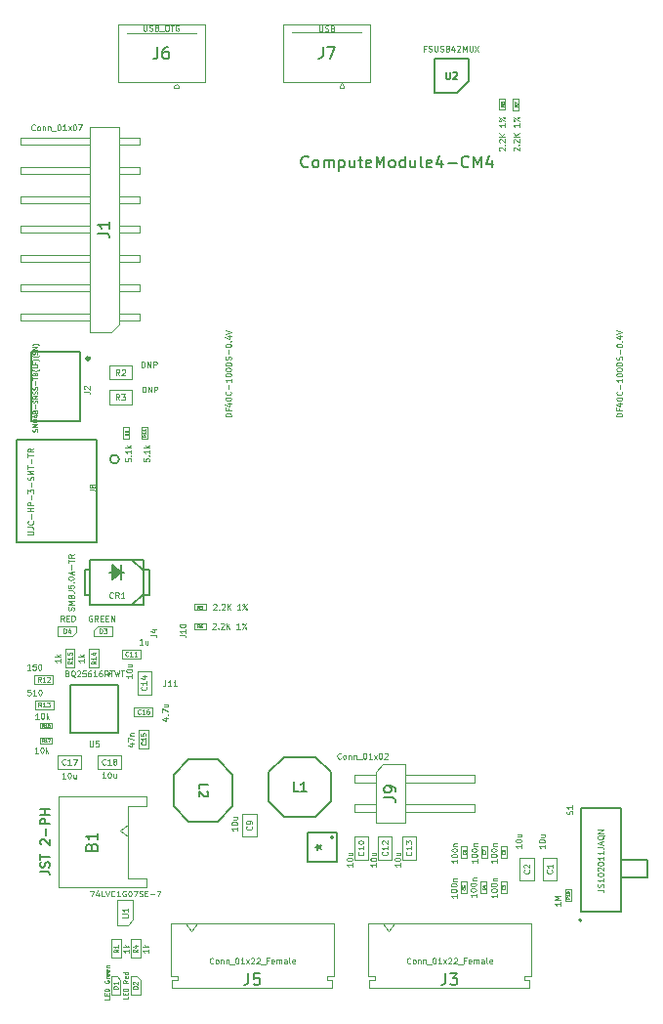
<source format=gbr>
G04 #@! TF.GenerationSoftware,KiCad,Pcbnew,(5.99.0-10362-gce3a84f579)*
G04 #@! TF.CreationDate,2021-05-11T11:50:45-04:00*
G04 #@! TF.ProjectId,rpi-cm4-carrier,7270692d-636d-4342-9d63-617272696572,v01*
G04 #@! TF.SameCoordinates,Original*
G04 #@! TF.FileFunction,AssemblyDrawing,Top*
%FSLAX46Y46*%
G04 Gerber Fmt 4.6, Leading zero omitted, Abs format (unit mm)*
G04 Created by KiCad (PCBNEW (5.99.0-10362-gce3a84f579)) date 2021-05-11 11:50:45*
%MOMM*%
%LPD*%
G01*
G04 APERTURE LIST*
%ADD10C,0.100000*%
%ADD11C,0.040000*%
%ADD12C,0.080000*%
%ADD13C,0.150000*%
%ADD14C,0.060000*%
%ADD15C,0.075000*%
%ADD16C,0.127000*%
%ADD17C,0.200000*%
%ADD18C,0.300000*%
%ADD19C,0.152400*%
G04 APERTURE END LIST*
D10*
G04 #@! TO.C,R10*
X156526190Y-126292857D02*
X156526190Y-126578571D01*
X156526190Y-126435714D02*
X156026190Y-126435714D01*
X156097619Y-126483333D01*
X156145238Y-126530952D01*
X156169047Y-126578571D01*
X156526190Y-126078571D02*
X156026190Y-126078571D01*
X156383333Y-125911904D01*
X156026190Y-125745238D01*
X156526190Y-125745238D01*
D11*
X157288095Y-125835714D02*
X157169047Y-125919047D01*
X157288095Y-125978571D02*
X157038095Y-125978571D01*
X157038095Y-125883333D01*
X157050000Y-125859523D01*
X157061904Y-125847619D01*
X157085714Y-125835714D01*
X157121428Y-125835714D01*
X157145238Y-125847619D01*
X157157142Y-125859523D01*
X157169047Y-125883333D01*
X157169047Y-125978571D01*
X157288095Y-125597619D02*
X157288095Y-125740476D01*
X157288095Y-125669047D02*
X157038095Y-125669047D01*
X157073809Y-125692857D01*
X157097619Y-125716666D01*
X157109523Y-125740476D01*
X157038095Y-125442857D02*
X157038095Y-125419047D01*
X157050000Y-125395238D01*
X157061904Y-125383333D01*
X157085714Y-125371428D01*
X157133333Y-125359523D01*
X157192857Y-125359523D01*
X157240476Y-125371428D01*
X157264285Y-125383333D01*
X157276190Y-125395238D01*
X157288095Y-125419047D01*
X157288095Y-125442857D01*
X157276190Y-125466666D01*
X157264285Y-125478571D01*
X157240476Y-125490476D01*
X157192857Y-125502380D01*
X157133333Y-125502380D01*
X157085714Y-125490476D01*
X157061904Y-125478571D01*
X157050000Y-125466666D01*
X157038095Y-125442857D01*
D10*
G04 #@! TO.C,J10*
X123501190Y-103154761D02*
X123858333Y-103154761D01*
X123929761Y-103178571D01*
X123977380Y-103226190D01*
X124001190Y-103297619D01*
X124001190Y-103345238D01*
X124001190Y-102654761D02*
X124001190Y-102940476D01*
X124001190Y-102797619D02*
X123501190Y-102797619D01*
X123572619Y-102845238D01*
X123620238Y-102892857D01*
X123644047Y-102940476D01*
X123501190Y-102345238D02*
X123501190Y-102297619D01*
X123525000Y-102250000D01*
X123548809Y-102226190D01*
X123596428Y-102202380D01*
X123691666Y-102178571D01*
X123810714Y-102178571D01*
X123905952Y-102202380D01*
X123953571Y-102226190D01*
X123977380Y-102250000D01*
X124001190Y-102297619D01*
X124001190Y-102345238D01*
X123977380Y-102392857D01*
X123953571Y-102416666D01*
X123905952Y-102440476D01*
X123810714Y-102464285D01*
X123691666Y-102464285D01*
X123596428Y-102440476D01*
X123548809Y-102416666D01*
X123525000Y-102392857D01*
X123501190Y-102345238D01*
G04 #@! TO.C,R11*
X120376190Y-87840476D02*
X120376190Y-88078571D01*
X120614285Y-88102380D01*
X120590476Y-88078571D01*
X120566666Y-88030952D01*
X120566666Y-87911904D01*
X120590476Y-87864285D01*
X120614285Y-87840476D01*
X120661904Y-87816666D01*
X120780952Y-87816666D01*
X120828571Y-87840476D01*
X120852380Y-87864285D01*
X120876190Y-87911904D01*
X120876190Y-88030952D01*
X120852380Y-88078571D01*
X120828571Y-88102380D01*
X120828571Y-87602380D02*
X120852380Y-87578571D01*
X120876190Y-87602380D01*
X120852380Y-87626190D01*
X120828571Y-87602380D01*
X120876190Y-87602380D01*
X120876190Y-87102380D02*
X120876190Y-87388095D01*
X120876190Y-87245238D02*
X120376190Y-87245238D01*
X120447619Y-87292857D01*
X120495238Y-87340476D01*
X120519047Y-87388095D01*
X120876190Y-86888095D02*
X120376190Y-86888095D01*
X120685714Y-86840476D02*
X120876190Y-86697619D01*
X120542857Y-86697619D02*
X120733333Y-86888095D01*
D11*
X120568095Y-85785714D02*
X120449047Y-85869047D01*
X120568095Y-85928571D02*
X120318095Y-85928571D01*
X120318095Y-85833333D01*
X120330000Y-85809523D01*
X120341904Y-85797619D01*
X120365714Y-85785714D01*
X120401428Y-85785714D01*
X120425238Y-85797619D01*
X120437142Y-85809523D01*
X120449047Y-85833333D01*
X120449047Y-85928571D01*
X120568095Y-85547619D02*
X120568095Y-85690476D01*
X120568095Y-85619047D02*
X120318095Y-85619047D01*
X120353809Y-85642857D01*
X120377619Y-85666666D01*
X120389523Y-85690476D01*
X120568095Y-85309523D02*
X120568095Y-85452380D01*
X120568095Y-85380952D02*
X120318095Y-85380952D01*
X120353809Y-85404761D01*
X120377619Y-85428571D01*
X120389523Y-85452380D01*
D10*
G04 #@! TO.C,R17*
X111227380Y-113351190D02*
X110941666Y-113351190D01*
X111084523Y-113351190D02*
X111084523Y-112851190D01*
X111036904Y-112922619D01*
X110989285Y-112970238D01*
X110941666Y-112994047D01*
X111536904Y-112851190D02*
X111584523Y-112851190D01*
X111632142Y-112875000D01*
X111655952Y-112898809D01*
X111679761Y-112946428D01*
X111703571Y-113041666D01*
X111703571Y-113160714D01*
X111679761Y-113255952D01*
X111655952Y-113303571D01*
X111632142Y-113327380D01*
X111584523Y-113351190D01*
X111536904Y-113351190D01*
X111489285Y-113327380D01*
X111465476Y-113303571D01*
X111441666Y-113255952D01*
X111417857Y-113160714D01*
X111417857Y-113041666D01*
X111441666Y-112946428D01*
X111465476Y-112898809D01*
X111489285Y-112875000D01*
X111536904Y-112851190D01*
X111917857Y-113351190D02*
X111917857Y-112851190D01*
X111965476Y-113160714D02*
X112108333Y-113351190D01*
X112108333Y-113017857D02*
X111917857Y-113208333D01*
D11*
X111739285Y-112405095D02*
X111655952Y-112286047D01*
X111596428Y-112405095D02*
X111596428Y-112155095D01*
X111691666Y-112155095D01*
X111715476Y-112167000D01*
X111727380Y-112178904D01*
X111739285Y-112202714D01*
X111739285Y-112238428D01*
X111727380Y-112262238D01*
X111715476Y-112274142D01*
X111691666Y-112286047D01*
X111596428Y-112286047D01*
X111977380Y-112405095D02*
X111834523Y-112405095D01*
X111905952Y-112405095D02*
X111905952Y-112155095D01*
X111882142Y-112190809D01*
X111858333Y-112214619D01*
X111834523Y-112226523D01*
X112060714Y-112155095D02*
X112227380Y-112155095D01*
X112120238Y-112405095D01*
D10*
G04 #@! TO.C,U5*
X115719047Y-112301190D02*
X115719047Y-112705952D01*
X115742857Y-112753571D01*
X115766666Y-112777380D01*
X115814285Y-112801190D01*
X115909523Y-112801190D01*
X115957142Y-112777380D01*
X115980952Y-112753571D01*
X116004761Y-112705952D01*
X116004761Y-112301190D01*
X116480952Y-112301190D02*
X116242857Y-112301190D01*
X116219047Y-112539285D01*
X116242857Y-112515476D01*
X116290476Y-112491666D01*
X116409523Y-112491666D01*
X116457142Y-112515476D01*
X116480952Y-112539285D01*
X116504761Y-112586904D01*
X116504761Y-112705952D01*
X116480952Y-112753571D01*
X116457142Y-112777380D01*
X116409523Y-112801190D01*
X116290476Y-112801190D01*
X116242857Y-112777380D01*
X116219047Y-112753571D01*
X113766666Y-106464285D02*
X113838095Y-106488095D01*
X113861904Y-106511904D01*
X113885714Y-106559523D01*
X113885714Y-106630952D01*
X113861904Y-106678571D01*
X113838095Y-106702380D01*
X113790476Y-106726190D01*
X113600000Y-106726190D01*
X113600000Y-106226190D01*
X113766666Y-106226190D01*
X113814285Y-106250000D01*
X113838095Y-106273809D01*
X113861904Y-106321428D01*
X113861904Y-106369047D01*
X113838095Y-106416666D01*
X113814285Y-106440476D01*
X113766666Y-106464285D01*
X113600000Y-106464285D01*
X114433333Y-106773809D02*
X114385714Y-106750000D01*
X114338095Y-106702380D01*
X114266666Y-106630952D01*
X114219047Y-106607142D01*
X114171428Y-106607142D01*
X114195238Y-106726190D02*
X114147619Y-106702380D01*
X114100000Y-106654761D01*
X114076190Y-106559523D01*
X114076190Y-106392857D01*
X114100000Y-106297619D01*
X114147619Y-106250000D01*
X114195238Y-106226190D01*
X114290476Y-106226190D01*
X114338095Y-106250000D01*
X114385714Y-106297619D01*
X114409523Y-106392857D01*
X114409523Y-106559523D01*
X114385714Y-106654761D01*
X114338095Y-106702380D01*
X114290476Y-106726190D01*
X114195238Y-106726190D01*
X114600000Y-106273809D02*
X114623809Y-106250000D01*
X114671428Y-106226190D01*
X114790476Y-106226190D01*
X114838095Y-106250000D01*
X114861904Y-106273809D01*
X114885714Y-106321428D01*
X114885714Y-106369047D01*
X114861904Y-106440476D01*
X114576190Y-106726190D01*
X114885714Y-106726190D01*
X115338095Y-106226190D02*
X115100000Y-106226190D01*
X115076190Y-106464285D01*
X115100000Y-106440476D01*
X115147619Y-106416666D01*
X115266666Y-106416666D01*
X115314285Y-106440476D01*
X115338095Y-106464285D01*
X115361904Y-106511904D01*
X115361904Y-106630952D01*
X115338095Y-106678571D01*
X115314285Y-106702380D01*
X115266666Y-106726190D01*
X115147619Y-106726190D01*
X115100000Y-106702380D01*
X115076190Y-106678571D01*
X115790476Y-106226190D02*
X115695238Y-106226190D01*
X115647619Y-106250000D01*
X115623809Y-106273809D01*
X115576190Y-106345238D01*
X115552380Y-106440476D01*
X115552380Y-106630952D01*
X115576190Y-106678571D01*
X115600000Y-106702380D01*
X115647619Y-106726190D01*
X115742857Y-106726190D01*
X115790476Y-106702380D01*
X115814285Y-106678571D01*
X115838095Y-106630952D01*
X115838095Y-106511904D01*
X115814285Y-106464285D01*
X115790476Y-106440476D01*
X115742857Y-106416666D01*
X115647619Y-106416666D01*
X115600000Y-106440476D01*
X115576190Y-106464285D01*
X115552380Y-106511904D01*
X116314285Y-106726190D02*
X116028571Y-106726190D01*
X116171428Y-106726190D02*
X116171428Y-106226190D01*
X116123809Y-106297619D01*
X116076190Y-106345238D01*
X116028571Y-106369047D01*
X116742857Y-106226190D02*
X116647619Y-106226190D01*
X116600000Y-106250000D01*
X116576190Y-106273809D01*
X116528571Y-106345238D01*
X116504761Y-106440476D01*
X116504761Y-106630952D01*
X116528571Y-106678571D01*
X116552380Y-106702380D01*
X116600000Y-106726190D01*
X116695238Y-106726190D01*
X116742857Y-106702380D01*
X116766666Y-106678571D01*
X116790476Y-106630952D01*
X116790476Y-106511904D01*
X116766666Y-106464285D01*
X116742857Y-106440476D01*
X116695238Y-106416666D01*
X116600000Y-106416666D01*
X116552380Y-106440476D01*
X116528571Y-106464285D01*
X116504761Y-106511904D01*
X117290476Y-106726190D02*
X117123809Y-106488095D01*
X117004761Y-106726190D02*
X117004761Y-106226190D01*
X117195238Y-106226190D01*
X117242857Y-106250000D01*
X117266666Y-106273809D01*
X117290476Y-106321428D01*
X117290476Y-106392857D01*
X117266666Y-106440476D01*
X117242857Y-106464285D01*
X117195238Y-106488095D01*
X117004761Y-106488095D01*
X117433333Y-106226190D02*
X117719047Y-106226190D01*
X117576190Y-106726190D02*
X117576190Y-106226190D01*
X117838095Y-106226190D02*
X117957142Y-106726190D01*
X118052380Y-106369047D01*
X118147619Y-106726190D01*
X118266666Y-106226190D01*
X118385714Y-106226190D02*
X118671428Y-106226190D01*
X118528571Y-106726190D02*
X118528571Y-106226190D01*
G04 #@! TO.C,C10*
X138476190Y-122896428D02*
X138476190Y-123182142D01*
X138476190Y-123039285D02*
X137976190Y-123039285D01*
X138047619Y-123086904D01*
X138095238Y-123134523D01*
X138119047Y-123182142D01*
X137976190Y-122586904D02*
X137976190Y-122539285D01*
X138000000Y-122491666D01*
X138023809Y-122467857D01*
X138071428Y-122444047D01*
X138166666Y-122420238D01*
X138285714Y-122420238D01*
X138380952Y-122444047D01*
X138428571Y-122467857D01*
X138452380Y-122491666D01*
X138476190Y-122539285D01*
X138476190Y-122586904D01*
X138452380Y-122634523D01*
X138428571Y-122658333D01*
X138380952Y-122682142D01*
X138285714Y-122705952D01*
X138166666Y-122705952D01*
X138071428Y-122682142D01*
X138023809Y-122658333D01*
X138000000Y-122634523D01*
X137976190Y-122586904D01*
X138142857Y-121991666D02*
X138476190Y-121991666D01*
X138142857Y-122205952D02*
X138404761Y-122205952D01*
X138452380Y-122182142D01*
X138476190Y-122134523D01*
X138476190Y-122063095D01*
X138452380Y-122015476D01*
X138428571Y-121991666D01*
D12*
X139411571Y-121896428D02*
X139435380Y-121920238D01*
X139459190Y-121991666D01*
X139459190Y-122039285D01*
X139435380Y-122110714D01*
X139387761Y-122158333D01*
X139340142Y-122182142D01*
X139244904Y-122205952D01*
X139173476Y-122205952D01*
X139078238Y-122182142D01*
X139030619Y-122158333D01*
X138983000Y-122110714D01*
X138959190Y-122039285D01*
X138959190Y-121991666D01*
X138983000Y-121920238D01*
X139006809Y-121896428D01*
X139459190Y-121420238D02*
X139459190Y-121705952D01*
X139459190Y-121563095D02*
X138959190Y-121563095D01*
X139030619Y-121610714D01*
X139078238Y-121658333D01*
X139102047Y-121705952D01*
X138959190Y-121110714D02*
X138959190Y-121063095D01*
X138983000Y-121015476D01*
X139006809Y-120991666D01*
X139054428Y-120967857D01*
X139149666Y-120944047D01*
X139268714Y-120944047D01*
X139363952Y-120967857D01*
X139411571Y-120991666D01*
X139435380Y-121015476D01*
X139459190Y-121063095D01*
X139459190Y-121110714D01*
X139435380Y-121158333D01*
X139411571Y-121182142D01*
X139363952Y-121205952D01*
X139268714Y-121229761D01*
X139149666Y-121229761D01*
X139054428Y-121205952D01*
X139006809Y-121182142D01*
X138983000Y-121158333D01*
X138959190Y-121110714D01*
D10*
G04 #@! TO.C,C4*
X149207190Y-125559523D02*
X149207190Y-125845238D01*
X149207190Y-125702380D02*
X148707190Y-125702380D01*
X148778619Y-125750000D01*
X148826238Y-125797619D01*
X148850047Y-125845238D01*
X148707190Y-125250000D02*
X148707190Y-125202380D01*
X148731000Y-125154761D01*
X148754809Y-125130952D01*
X148802428Y-125107142D01*
X148897666Y-125083333D01*
X149016714Y-125083333D01*
X149111952Y-125107142D01*
X149159571Y-125130952D01*
X149183380Y-125154761D01*
X149207190Y-125202380D01*
X149207190Y-125250000D01*
X149183380Y-125297619D01*
X149159571Y-125321428D01*
X149111952Y-125345238D01*
X149016714Y-125369047D01*
X148897666Y-125369047D01*
X148802428Y-125345238D01*
X148754809Y-125321428D01*
X148731000Y-125297619D01*
X148707190Y-125250000D01*
X148707190Y-124773809D02*
X148707190Y-124726190D01*
X148731000Y-124678571D01*
X148754809Y-124654761D01*
X148802428Y-124630952D01*
X148897666Y-124607142D01*
X149016714Y-124607142D01*
X149111952Y-124630952D01*
X149159571Y-124654761D01*
X149183380Y-124678571D01*
X149207190Y-124726190D01*
X149207190Y-124773809D01*
X149183380Y-124821428D01*
X149159571Y-124845238D01*
X149111952Y-124869047D01*
X149016714Y-124892857D01*
X148897666Y-124892857D01*
X148802428Y-124869047D01*
X148754809Y-124845238D01*
X148731000Y-124821428D01*
X148707190Y-124773809D01*
X148873857Y-124392857D02*
X149207190Y-124392857D01*
X148921476Y-124392857D02*
X148897666Y-124369047D01*
X148873857Y-124321428D01*
X148873857Y-124250000D01*
X148897666Y-124202380D01*
X148945285Y-124178571D01*
X149207190Y-124178571D01*
D11*
X149959285Y-125041666D02*
X149971190Y-125053571D01*
X149983095Y-125089285D01*
X149983095Y-125113095D01*
X149971190Y-125148809D01*
X149947380Y-125172619D01*
X149923571Y-125184523D01*
X149875952Y-125196428D01*
X149840238Y-125196428D01*
X149792619Y-125184523D01*
X149768809Y-125172619D01*
X149745000Y-125148809D01*
X149733095Y-125113095D01*
X149733095Y-125089285D01*
X149745000Y-125053571D01*
X149756904Y-125041666D01*
X149816428Y-124827380D02*
X149983095Y-124827380D01*
X149721190Y-124886904D02*
X149899761Y-124946428D01*
X149899761Y-124791666D01*
D10*
G04 #@! TO.C,R7*
X151253809Y-61164285D02*
X151230000Y-61140476D01*
X151206190Y-61092857D01*
X151206190Y-60973809D01*
X151230000Y-60926190D01*
X151253809Y-60902380D01*
X151301428Y-60878571D01*
X151349047Y-60878571D01*
X151420476Y-60902380D01*
X151706190Y-61188095D01*
X151706190Y-60878571D01*
X151658571Y-60664285D02*
X151682380Y-60640476D01*
X151706190Y-60664285D01*
X151682380Y-60688095D01*
X151658571Y-60664285D01*
X151706190Y-60664285D01*
X151253809Y-60450000D02*
X151230000Y-60426190D01*
X151206190Y-60378571D01*
X151206190Y-60259523D01*
X151230000Y-60211904D01*
X151253809Y-60188095D01*
X151301428Y-60164285D01*
X151349047Y-60164285D01*
X151420476Y-60188095D01*
X151706190Y-60473809D01*
X151706190Y-60164285D01*
X151706190Y-59950000D02*
X151206190Y-59950000D01*
X151706190Y-59664285D02*
X151420476Y-59878571D01*
X151206190Y-59664285D02*
X151491904Y-59950000D01*
X151706190Y-58807142D02*
X151706190Y-59092857D01*
X151706190Y-58950000D02*
X151206190Y-58950000D01*
X151277619Y-58997619D01*
X151325238Y-59045238D01*
X151349047Y-59092857D01*
X151706190Y-58616666D02*
X151206190Y-58235714D01*
X151206190Y-58545238D02*
X151230000Y-58497619D01*
X151277619Y-58473809D01*
X151325238Y-58497619D01*
X151349047Y-58545238D01*
X151325238Y-58592857D01*
X151277619Y-58616666D01*
X151230000Y-58592857D01*
X151206190Y-58545238D01*
X151682380Y-58259523D02*
X151634761Y-58235714D01*
X151587142Y-58259523D01*
X151563333Y-58307142D01*
X151587142Y-58354761D01*
X151634761Y-58378571D01*
X151682380Y-58354761D01*
X151706190Y-58307142D01*
X151682380Y-58259523D01*
D11*
X152763095Y-57191666D02*
X152644047Y-57275000D01*
X152763095Y-57334523D02*
X152513095Y-57334523D01*
X152513095Y-57239285D01*
X152525000Y-57215476D01*
X152536904Y-57203571D01*
X152560714Y-57191666D01*
X152596428Y-57191666D01*
X152620238Y-57203571D01*
X152632142Y-57215476D01*
X152644047Y-57239285D01*
X152644047Y-57334523D01*
X152513095Y-57108333D02*
X152513095Y-56941666D01*
X152763095Y-57048809D01*
D10*
G04 #@! TO.C,C13*
X142626190Y-122896428D02*
X142626190Y-123182142D01*
X142626190Y-123039285D02*
X142126190Y-123039285D01*
X142197619Y-123086904D01*
X142245238Y-123134523D01*
X142269047Y-123182142D01*
X142126190Y-122586904D02*
X142126190Y-122539285D01*
X142150000Y-122491666D01*
X142173809Y-122467857D01*
X142221428Y-122444047D01*
X142316666Y-122420238D01*
X142435714Y-122420238D01*
X142530952Y-122444047D01*
X142578571Y-122467857D01*
X142602380Y-122491666D01*
X142626190Y-122539285D01*
X142626190Y-122586904D01*
X142602380Y-122634523D01*
X142578571Y-122658333D01*
X142530952Y-122682142D01*
X142435714Y-122705952D01*
X142316666Y-122705952D01*
X142221428Y-122682142D01*
X142173809Y-122658333D01*
X142150000Y-122634523D01*
X142126190Y-122586904D01*
X142292857Y-121991666D02*
X142626190Y-121991666D01*
X142292857Y-122205952D02*
X142554761Y-122205952D01*
X142602380Y-122182142D01*
X142626190Y-122134523D01*
X142626190Y-122063095D01*
X142602380Y-122015476D01*
X142578571Y-121991666D01*
D12*
X143561571Y-121896428D02*
X143585380Y-121920238D01*
X143609190Y-121991666D01*
X143609190Y-122039285D01*
X143585380Y-122110714D01*
X143537761Y-122158333D01*
X143490142Y-122182142D01*
X143394904Y-122205952D01*
X143323476Y-122205952D01*
X143228238Y-122182142D01*
X143180619Y-122158333D01*
X143133000Y-122110714D01*
X143109190Y-122039285D01*
X143109190Y-121991666D01*
X143133000Y-121920238D01*
X143156809Y-121896428D01*
X143609190Y-121420238D02*
X143609190Y-121705952D01*
X143609190Y-121563095D02*
X143109190Y-121563095D01*
X143180619Y-121610714D01*
X143228238Y-121658333D01*
X143252047Y-121705952D01*
X143109190Y-121253571D02*
X143109190Y-120944047D01*
X143299666Y-121110714D01*
X143299666Y-121039285D01*
X143323476Y-120991666D01*
X143347285Y-120967857D01*
X143394904Y-120944047D01*
X143513952Y-120944047D01*
X143561571Y-120967857D01*
X143585380Y-120991666D01*
X143609190Y-121039285D01*
X143609190Y-121182142D01*
X143585380Y-121229761D01*
X143561571Y-121253571D01*
D10*
G04 #@! TO.C,J11*
X122270238Y-107076190D02*
X122270238Y-107433333D01*
X122246428Y-107504761D01*
X122198809Y-107552380D01*
X122127380Y-107576190D01*
X122079761Y-107576190D01*
X122770238Y-107576190D02*
X122484523Y-107576190D01*
X122627380Y-107576190D02*
X122627380Y-107076190D01*
X122579761Y-107147619D01*
X122532142Y-107195238D01*
X122484523Y-107219047D01*
X123246428Y-107576190D02*
X122960714Y-107576190D01*
X123103571Y-107576190D02*
X123103571Y-107076190D01*
X123055952Y-107147619D01*
X123008333Y-107195238D01*
X122960714Y-107219047D01*
G04 #@! TO.C,J5*
X126407142Y-131553571D02*
X126383333Y-131577380D01*
X126311904Y-131601190D01*
X126264285Y-131601190D01*
X126192857Y-131577380D01*
X126145238Y-131529761D01*
X126121428Y-131482142D01*
X126097619Y-131386904D01*
X126097619Y-131315476D01*
X126121428Y-131220238D01*
X126145238Y-131172619D01*
X126192857Y-131125000D01*
X126264285Y-131101190D01*
X126311904Y-131101190D01*
X126383333Y-131125000D01*
X126407142Y-131148809D01*
X126692857Y-131601190D02*
X126645238Y-131577380D01*
X126621428Y-131553571D01*
X126597619Y-131505952D01*
X126597619Y-131363095D01*
X126621428Y-131315476D01*
X126645238Y-131291666D01*
X126692857Y-131267857D01*
X126764285Y-131267857D01*
X126811904Y-131291666D01*
X126835714Y-131315476D01*
X126859523Y-131363095D01*
X126859523Y-131505952D01*
X126835714Y-131553571D01*
X126811904Y-131577380D01*
X126764285Y-131601190D01*
X126692857Y-131601190D01*
X127073809Y-131267857D02*
X127073809Y-131601190D01*
X127073809Y-131315476D02*
X127097619Y-131291666D01*
X127145238Y-131267857D01*
X127216666Y-131267857D01*
X127264285Y-131291666D01*
X127288095Y-131339285D01*
X127288095Y-131601190D01*
X127526190Y-131267857D02*
X127526190Y-131601190D01*
X127526190Y-131315476D02*
X127550000Y-131291666D01*
X127597619Y-131267857D01*
X127669047Y-131267857D01*
X127716666Y-131291666D01*
X127740476Y-131339285D01*
X127740476Y-131601190D01*
X127859523Y-131648809D02*
X128240476Y-131648809D01*
X128454761Y-131101190D02*
X128502380Y-131101190D01*
X128550000Y-131125000D01*
X128573809Y-131148809D01*
X128597619Y-131196428D01*
X128621428Y-131291666D01*
X128621428Y-131410714D01*
X128597619Y-131505952D01*
X128573809Y-131553571D01*
X128550000Y-131577380D01*
X128502380Y-131601190D01*
X128454761Y-131601190D01*
X128407142Y-131577380D01*
X128383333Y-131553571D01*
X128359523Y-131505952D01*
X128335714Y-131410714D01*
X128335714Y-131291666D01*
X128359523Y-131196428D01*
X128383333Y-131148809D01*
X128407142Y-131125000D01*
X128454761Y-131101190D01*
X129097619Y-131601190D02*
X128811904Y-131601190D01*
X128954761Y-131601190D02*
X128954761Y-131101190D01*
X128907142Y-131172619D01*
X128859523Y-131220238D01*
X128811904Y-131244047D01*
X129264285Y-131601190D02*
X129526190Y-131267857D01*
X129264285Y-131267857D02*
X129526190Y-131601190D01*
X129692857Y-131148809D02*
X129716666Y-131125000D01*
X129764285Y-131101190D01*
X129883333Y-131101190D01*
X129930952Y-131125000D01*
X129954761Y-131148809D01*
X129978571Y-131196428D01*
X129978571Y-131244047D01*
X129954761Y-131315476D01*
X129669047Y-131601190D01*
X129978571Y-131601190D01*
X130169047Y-131148809D02*
X130192857Y-131125000D01*
X130240476Y-131101190D01*
X130359523Y-131101190D01*
X130407142Y-131125000D01*
X130430952Y-131148809D01*
X130454761Y-131196428D01*
X130454761Y-131244047D01*
X130430952Y-131315476D01*
X130145238Y-131601190D01*
X130454761Y-131601190D01*
X130550000Y-131648809D02*
X130930952Y-131648809D01*
X131216666Y-131339285D02*
X131050000Y-131339285D01*
X131050000Y-131601190D02*
X131050000Y-131101190D01*
X131288095Y-131101190D01*
X131669047Y-131577380D02*
X131621428Y-131601190D01*
X131526190Y-131601190D01*
X131478571Y-131577380D01*
X131454761Y-131529761D01*
X131454761Y-131339285D01*
X131478571Y-131291666D01*
X131526190Y-131267857D01*
X131621428Y-131267857D01*
X131669047Y-131291666D01*
X131692857Y-131339285D01*
X131692857Y-131386904D01*
X131454761Y-131434523D01*
X131907142Y-131601190D02*
X131907142Y-131267857D01*
X131907142Y-131315476D02*
X131930952Y-131291666D01*
X131978571Y-131267857D01*
X132050000Y-131267857D01*
X132097619Y-131291666D01*
X132121428Y-131339285D01*
X132121428Y-131601190D01*
X132121428Y-131339285D02*
X132145238Y-131291666D01*
X132192857Y-131267857D01*
X132264285Y-131267857D01*
X132311904Y-131291666D01*
X132335714Y-131339285D01*
X132335714Y-131601190D01*
X132788095Y-131601190D02*
X132788095Y-131339285D01*
X132764285Y-131291666D01*
X132716666Y-131267857D01*
X132621428Y-131267857D01*
X132573809Y-131291666D01*
X132788095Y-131577380D02*
X132740476Y-131601190D01*
X132621428Y-131601190D01*
X132573809Y-131577380D01*
X132550000Y-131529761D01*
X132550000Y-131482142D01*
X132573809Y-131434523D01*
X132621428Y-131410714D01*
X132740476Y-131410714D01*
X132788095Y-131386904D01*
X133097619Y-131601190D02*
X133050000Y-131577380D01*
X133026190Y-131529761D01*
X133026190Y-131101190D01*
X133478571Y-131577380D02*
X133430952Y-131601190D01*
X133335714Y-131601190D01*
X133288095Y-131577380D01*
X133264285Y-131529761D01*
X133264285Y-131339285D01*
X133288095Y-131291666D01*
X133335714Y-131267857D01*
X133430952Y-131267857D01*
X133478571Y-131291666D01*
X133502380Y-131339285D01*
X133502380Y-131386904D01*
X133264285Y-131434523D01*
D13*
X129466666Y-132452380D02*
X129466666Y-133166666D01*
X129419047Y-133309523D01*
X129323809Y-133404761D01*
X129180952Y-133452380D01*
X129085714Y-133452380D01*
X130419047Y-132452380D02*
X129942857Y-132452380D01*
X129895238Y-132928571D01*
X129942857Y-132880952D01*
X130038095Y-132833333D01*
X130276190Y-132833333D01*
X130371428Y-132880952D01*
X130419047Y-132928571D01*
X130466666Y-133023809D01*
X130466666Y-133261904D01*
X130419047Y-133357142D01*
X130371428Y-133404761D01*
X130276190Y-133452380D01*
X130038095Y-133452380D01*
X129942857Y-133404761D01*
X129895238Y-133357142D01*
D10*
G04 #@! TO.C,C15*
X119217857Y-112569047D02*
X119551190Y-112569047D01*
X119027380Y-112688095D02*
X119384523Y-112807142D01*
X119384523Y-112497619D01*
X119051190Y-112354761D02*
X119051190Y-112021428D01*
X119551190Y-112235714D01*
X119217857Y-111830952D02*
X119551190Y-111830952D01*
X119265476Y-111830952D02*
X119241666Y-111807142D01*
X119217857Y-111759523D01*
X119217857Y-111688095D01*
X119241666Y-111640476D01*
X119289285Y-111616666D01*
X119551190Y-111616666D01*
D14*
X120517857Y-112407142D02*
X120536904Y-112426190D01*
X120555952Y-112483333D01*
X120555952Y-112521428D01*
X120536904Y-112578571D01*
X120498809Y-112616666D01*
X120460714Y-112635714D01*
X120384523Y-112654761D01*
X120327380Y-112654761D01*
X120251190Y-112635714D01*
X120213095Y-112616666D01*
X120175000Y-112578571D01*
X120155952Y-112521428D01*
X120155952Y-112483333D01*
X120175000Y-112426190D01*
X120194047Y-112407142D01*
X120555952Y-112026190D02*
X120555952Y-112254761D01*
X120555952Y-112140476D02*
X120155952Y-112140476D01*
X120213095Y-112178571D01*
X120251190Y-112216666D01*
X120270238Y-112254761D01*
X120155952Y-111664285D02*
X120155952Y-111854761D01*
X120346428Y-111873809D01*
X120327380Y-111854761D01*
X120308333Y-111816666D01*
X120308333Y-111721428D01*
X120327380Y-111683333D01*
X120346428Y-111664285D01*
X120384523Y-111645238D01*
X120479761Y-111645238D01*
X120517857Y-111664285D01*
X120536904Y-111683333D01*
X120555952Y-111721428D01*
X120555952Y-111816666D01*
X120536904Y-111854761D01*
X120517857Y-111873809D01*
D10*
G04 #@! TO.C,C7*
X149296190Y-122572023D02*
X149296190Y-122857738D01*
X149296190Y-122714880D02*
X148796190Y-122714880D01*
X148867619Y-122762500D01*
X148915238Y-122810119D01*
X148939047Y-122857738D01*
X148796190Y-122262500D02*
X148796190Y-122214880D01*
X148820000Y-122167261D01*
X148843809Y-122143452D01*
X148891428Y-122119642D01*
X148986666Y-122095833D01*
X149105714Y-122095833D01*
X149200952Y-122119642D01*
X149248571Y-122143452D01*
X149272380Y-122167261D01*
X149296190Y-122214880D01*
X149296190Y-122262500D01*
X149272380Y-122310119D01*
X149248571Y-122333928D01*
X149200952Y-122357738D01*
X149105714Y-122381547D01*
X148986666Y-122381547D01*
X148891428Y-122357738D01*
X148843809Y-122333928D01*
X148820000Y-122310119D01*
X148796190Y-122262500D01*
X148796190Y-121786309D02*
X148796190Y-121738690D01*
X148820000Y-121691071D01*
X148843809Y-121667261D01*
X148891428Y-121643452D01*
X148986666Y-121619642D01*
X149105714Y-121619642D01*
X149200952Y-121643452D01*
X149248571Y-121667261D01*
X149272380Y-121691071D01*
X149296190Y-121738690D01*
X149296190Y-121786309D01*
X149272380Y-121833928D01*
X149248571Y-121857738D01*
X149200952Y-121881547D01*
X149105714Y-121905357D01*
X148986666Y-121905357D01*
X148891428Y-121881547D01*
X148843809Y-121857738D01*
X148820000Y-121833928D01*
X148796190Y-121786309D01*
X148962857Y-121405357D02*
X149296190Y-121405357D01*
X149010476Y-121405357D02*
X148986666Y-121381547D01*
X148962857Y-121333928D01*
X148962857Y-121262500D01*
X148986666Y-121214880D01*
X149034285Y-121191071D01*
X149296190Y-121191071D01*
D11*
X149984285Y-121966666D02*
X149996190Y-121978571D01*
X150008095Y-122014285D01*
X150008095Y-122038095D01*
X149996190Y-122073809D01*
X149972380Y-122097619D01*
X149948571Y-122109523D01*
X149900952Y-122121428D01*
X149865238Y-122121428D01*
X149817619Y-122109523D01*
X149793809Y-122097619D01*
X149770000Y-122073809D01*
X149758095Y-122038095D01*
X149758095Y-122014285D01*
X149770000Y-121978571D01*
X149781904Y-121966666D01*
X149758095Y-121883333D02*
X149758095Y-121716666D01*
X150008095Y-121823809D01*
D10*
G04 #@! TO.C,J6*
X120376190Y-50276190D02*
X120376190Y-50680952D01*
X120400000Y-50728571D01*
X120423809Y-50752380D01*
X120471428Y-50776190D01*
X120566666Y-50776190D01*
X120614285Y-50752380D01*
X120638095Y-50728571D01*
X120661904Y-50680952D01*
X120661904Y-50276190D01*
X120876190Y-50752380D02*
X120947619Y-50776190D01*
X121066666Y-50776190D01*
X121114285Y-50752380D01*
X121138095Y-50728571D01*
X121161904Y-50680952D01*
X121161904Y-50633333D01*
X121138095Y-50585714D01*
X121114285Y-50561904D01*
X121066666Y-50538095D01*
X120971428Y-50514285D01*
X120923809Y-50490476D01*
X120900000Y-50466666D01*
X120876190Y-50419047D01*
X120876190Y-50371428D01*
X120900000Y-50323809D01*
X120923809Y-50300000D01*
X120971428Y-50276190D01*
X121090476Y-50276190D01*
X121161904Y-50300000D01*
X121542857Y-50514285D02*
X121614285Y-50538095D01*
X121638095Y-50561904D01*
X121661904Y-50609523D01*
X121661904Y-50680952D01*
X121638095Y-50728571D01*
X121614285Y-50752380D01*
X121566666Y-50776190D01*
X121376190Y-50776190D01*
X121376190Y-50276190D01*
X121542857Y-50276190D01*
X121590476Y-50300000D01*
X121614285Y-50323809D01*
X121638095Y-50371428D01*
X121638095Y-50419047D01*
X121614285Y-50466666D01*
X121590476Y-50490476D01*
X121542857Y-50514285D01*
X121376190Y-50514285D01*
X121757142Y-50823809D02*
X122138095Y-50823809D01*
X122352380Y-50276190D02*
X122447619Y-50276190D01*
X122495238Y-50300000D01*
X122542857Y-50347619D01*
X122566666Y-50442857D01*
X122566666Y-50609523D01*
X122542857Y-50704761D01*
X122495238Y-50752380D01*
X122447619Y-50776190D01*
X122352380Y-50776190D01*
X122304761Y-50752380D01*
X122257142Y-50704761D01*
X122233333Y-50609523D01*
X122233333Y-50442857D01*
X122257142Y-50347619D01*
X122304761Y-50300000D01*
X122352380Y-50276190D01*
X122709523Y-50276190D02*
X122995238Y-50276190D01*
X122852380Y-50776190D02*
X122852380Y-50276190D01*
X123423809Y-50300000D02*
X123376190Y-50276190D01*
X123304761Y-50276190D01*
X123233333Y-50300000D01*
X123185714Y-50347619D01*
X123161904Y-50395238D01*
X123138095Y-50490476D01*
X123138095Y-50561904D01*
X123161904Y-50657142D01*
X123185714Y-50704761D01*
X123233333Y-50752380D01*
X123304761Y-50776190D01*
X123352380Y-50776190D01*
X123423809Y-50752380D01*
X123447619Y-50728571D01*
X123447619Y-50561904D01*
X123352380Y-50561904D01*
D13*
X121591666Y-52204880D02*
X121591666Y-52919166D01*
X121544047Y-53062023D01*
X121448809Y-53157261D01*
X121305952Y-53204880D01*
X121210714Y-53204880D01*
X122496428Y-52204880D02*
X122305952Y-52204880D01*
X122210714Y-52252500D01*
X122163095Y-52300119D01*
X122067857Y-52442976D01*
X122020238Y-52633452D01*
X122020238Y-53014404D01*
X122067857Y-53109642D01*
X122115476Y-53157261D01*
X122210714Y-53204880D01*
X122401190Y-53204880D01*
X122496428Y-53157261D01*
X122544047Y-53109642D01*
X122591666Y-53014404D01*
X122591666Y-52776309D01*
X122544047Y-52681071D01*
X122496428Y-52633452D01*
X122401190Y-52585833D01*
X122210714Y-52585833D01*
X122115476Y-52633452D01*
X122067857Y-52681071D01*
X122020238Y-52776309D01*
D10*
G04 #@! TO.C,J2*
X115201190Y-82041666D02*
X115558333Y-82041666D01*
X115629761Y-82065476D01*
X115677380Y-82113095D01*
X115701190Y-82184523D01*
X115701190Y-82232142D01*
X115248809Y-81827380D02*
X115225000Y-81803571D01*
X115201190Y-81755952D01*
X115201190Y-81636904D01*
X115225000Y-81589285D01*
X115248809Y-81565476D01*
X115296428Y-81541666D01*
X115344047Y-81541666D01*
X115415476Y-81565476D01*
X115701190Y-81851190D01*
X115701190Y-81541666D01*
D12*
X111136904Y-85509523D02*
X111155952Y-85452380D01*
X111155952Y-85357142D01*
X111136904Y-85319047D01*
X111117857Y-85300000D01*
X111079761Y-85280952D01*
X111041666Y-85280952D01*
X111003571Y-85300000D01*
X110984523Y-85319047D01*
X110965476Y-85357142D01*
X110946428Y-85433333D01*
X110927380Y-85471428D01*
X110908333Y-85490476D01*
X110870238Y-85509523D01*
X110832142Y-85509523D01*
X110794047Y-85490476D01*
X110775000Y-85471428D01*
X110755952Y-85433333D01*
X110755952Y-85338095D01*
X110775000Y-85280952D01*
X111155952Y-85109523D02*
X110755952Y-85109523D01*
X111041666Y-84976190D01*
X110755952Y-84842857D01*
X111155952Y-84842857D01*
X110755952Y-84576190D02*
X110755952Y-84538095D01*
X110775000Y-84500000D01*
X110794047Y-84480952D01*
X110832142Y-84461904D01*
X110908333Y-84442857D01*
X111003571Y-84442857D01*
X111079761Y-84461904D01*
X111117857Y-84480952D01*
X111136904Y-84500000D01*
X111155952Y-84538095D01*
X111155952Y-84576190D01*
X111136904Y-84614285D01*
X111117857Y-84633333D01*
X111079761Y-84652380D01*
X111003571Y-84671428D01*
X110908333Y-84671428D01*
X110832142Y-84652380D01*
X110794047Y-84633333D01*
X110775000Y-84614285D01*
X110755952Y-84576190D01*
X110889285Y-84100000D02*
X111155952Y-84100000D01*
X110736904Y-84195238D02*
X111022619Y-84290476D01*
X111022619Y-84042857D01*
X110946428Y-83757142D02*
X110965476Y-83700000D01*
X110984523Y-83680952D01*
X111022619Y-83661904D01*
X111079761Y-83661904D01*
X111117857Y-83680952D01*
X111136904Y-83700000D01*
X111155952Y-83738095D01*
X111155952Y-83890476D01*
X110755952Y-83890476D01*
X110755952Y-83757142D01*
X110775000Y-83719047D01*
X110794047Y-83700000D01*
X110832142Y-83680952D01*
X110870238Y-83680952D01*
X110908333Y-83700000D01*
X110927380Y-83719047D01*
X110946428Y-83757142D01*
X110946428Y-83890476D01*
X111003571Y-83490476D02*
X111003571Y-83185714D01*
X111136904Y-83014285D02*
X111155952Y-82957142D01*
X111155952Y-82861904D01*
X111136904Y-82823809D01*
X111117857Y-82804761D01*
X111079761Y-82785714D01*
X111041666Y-82785714D01*
X111003571Y-82804761D01*
X110984523Y-82823809D01*
X110965476Y-82861904D01*
X110946428Y-82938095D01*
X110927380Y-82976190D01*
X110908333Y-82995238D01*
X110870238Y-83014285D01*
X110832142Y-83014285D01*
X110794047Y-82995238D01*
X110775000Y-82976190D01*
X110755952Y-82938095D01*
X110755952Y-82842857D01*
X110775000Y-82785714D01*
X111155952Y-82385714D02*
X110965476Y-82519047D01*
X111155952Y-82614285D02*
X110755952Y-82614285D01*
X110755952Y-82461904D01*
X110775000Y-82423809D01*
X110794047Y-82404761D01*
X110832142Y-82385714D01*
X110889285Y-82385714D01*
X110927380Y-82404761D01*
X110946428Y-82423809D01*
X110965476Y-82461904D01*
X110965476Y-82614285D01*
X111136904Y-82233333D02*
X111155952Y-82176190D01*
X111155952Y-82080952D01*
X111136904Y-82042857D01*
X111117857Y-82023809D01*
X111079761Y-82004761D01*
X111041666Y-82004761D01*
X111003571Y-82023809D01*
X110984523Y-82042857D01*
X110965476Y-82080952D01*
X110946428Y-82157142D01*
X110927380Y-82195238D01*
X110908333Y-82214285D01*
X110870238Y-82233333D01*
X110832142Y-82233333D01*
X110794047Y-82214285D01*
X110775000Y-82195238D01*
X110755952Y-82157142D01*
X110755952Y-82061904D01*
X110775000Y-82004761D01*
X111136904Y-81852380D02*
X111155952Y-81795238D01*
X111155952Y-81700000D01*
X111136904Y-81661904D01*
X111117857Y-81642857D01*
X111079761Y-81623809D01*
X111041666Y-81623809D01*
X111003571Y-81642857D01*
X110984523Y-81661904D01*
X110965476Y-81700000D01*
X110946428Y-81776190D01*
X110927380Y-81814285D01*
X110908333Y-81833333D01*
X110870238Y-81852380D01*
X110832142Y-81852380D01*
X110794047Y-81833333D01*
X110775000Y-81814285D01*
X110755952Y-81776190D01*
X110755952Y-81680952D01*
X110775000Y-81623809D01*
X111003571Y-81452380D02*
X111003571Y-81147619D01*
X110755952Y-81014285D02*
X110755952Y-80785714D01*
X111155952Y-80900000D02*
X110755952Y-80900000D01*
X110946428Y-80519047D02*
X110965476Y-80461904D01*
X110984523Y-80442857D01*
X111022619Y-80423809D01*
X111079761Y-80423809D01*
X111117857Y-80442857D01*
X111136904Y-80461904D01*
X111155952Y-80500000D01*
X111155952Y-80652380D01*
X110755952Y-80652380D01*
X110755952Y-80519047D01*
X110775000Y-80480952D01*
X110794047Y-80461904D01*
X110832142Y-80442857D01*
X110870238Y-80442857D01*
X110908333Y-80461904D01*
X110927380Y-80480952D01*
X110946428Y-80519047D01*
X110946428Y-80652380D01*
X111308333Y-80138095D02*
X111289285Y-80157142D01*
X111232142Y-80195238D01*
X111194047Y-80214285D01*
X111136904Y-80233333D01*
X111041666Y-80252380D01*
X110965476Y-80252380D01*
X110870238Y-80233333D01*
X110813095Y-80214285D01*
X110775000Y-80195238D01*
X110717857Y-80157142D01*
X110698809Y-80138095D01*
X111155952Y-79795238D02*
X111155952Y-79985714D01*
X110755952Y-79985714D01*
X110946428Y-79528571D02*
X110946428Y-79661904D01*
X111155952Y-79661904D02*
X110755952Y-79661904D01*
X110755952Y-79471428D01*
X111308333Y-79357142D02*
X111289285Y-79338095D01*
X111232142Y-79300000D01*
X111194047Y-79280952D01*
X111136904Y-79261904D01*
X111041666Y-79242857D01*
X110965476Y-79242857D01*
X110870238Y-79261904D01*
X110813095Y-79280952D01*
X110775000Y-79300000D01*
X110717857Y-79338095D01*
X110698809Y-79357142D01*
X111308333Y-78938095D02*
X111289285Y-78957142D01*
X111232142Y-78995238D01*
X111194047Y-79014285D01*
X111136904Y-79033333D01*
X111041666Y-79052380D01*
X110965476Y-79052380D01*
X110870238Y-79033333D01*
X110813095Y-79014285D01*
X110775000Y-78995238D01*
X110717857Y-78957142D01*
X110698809Y-78938095D01*
X111136904Y-78804761D02*
X111155952Y-78747619D01*
X111155952Y-78652380D01*
X111136904Y-78614285D01*
X111117857Y-78595238D01*
X111079761Y-78576190D01*
X111041666Y-78576190D01*
X111003571Y-78595238D01*
X110984523Y-78614285D01*
X110965476Y-78652380D01*
X110946428Y-78728571D01*
X110927380Y-78766666D01*
X110908333Y-78785714D01*
X110870238Y-78804761D01*
X110832142Y-78804761D01*
X110794047Y-78785714D01*
X110775000Y-78766666D01*
X110755952Y-78728571D01*
X110755952Y-78633333D01*
X110775000Y-78576190D01*
X111155952Y-78404761D02*
X110755952Y-78404761D01*
X111155952Y-78176190D01*
X110755952Y-78176190D01*
X111308333Y-78023809D02*
X111289285Y-78004761D01*
X111232142Y-77966666D01*
X111194047Y-77947619D01*
X111136904Y-77928571D01*
X111041666Y-77909523D01*
X110965476Y-77909523D01*
X110870238Y-77928571D01*
X110813095Y-77947619D01*
X110775000Y-77966666D01*
X110717857Y-78004761D01*
X110698809Y-78023809D01*
D10*
G04 #@! TO.C,J9*
X137480952Y-113813571D02*
X137457142Y-113837380D01*
X137385714Y-113861190D01*
X137338095Y-113861190D01*
X137266666Y-113837380D01*
X137219047Y-113789761D01*
X137195238Y-113742142D01*
X137171428Y-113646904D01*
X137171428Y-113575476D01*
X137195238Y-113480238D01*
X137219047Y-113432619D01*
X137266666Y-113385000D01*
X137338095Y-113361190D01*
X137385714Y-113361190D01*
X137457142Y-113385000D01*
X137480952Y-113408809D01*
X137766666Y-113861190D02*
X137719047Y-113837380D01*
X137695238Y-113813571D01*
X137671428Y-113765952D01*
X137671428Y-113623095D01*
X137695238Y-113575476D01*
X137719047Y-113551666D01*
X137766666Y-113527857D01*
X137838095Y-113527857D01*
X137885714Y-113551666D01*
X137909523Y-113575476D01*
X137933333Y-113623095D01*
X137933333Y-113765952D01*
X137909523Y-113813571D01*
X137885714Y-113837380D01*
X137838095Y-113861190D01*
X137766666Y-113861190D01*
X138147619Y-113527857D02*
X138147619Y-113861190D01*
X138147619Y-113575476D02*
X138171428Y-113551666D01*
X138219047Y-113527857D01*
X138290476Y-113527857D01*
X138338095Y-113551666D01*
X138361904Y-113599285D01*
X138361904Y-113861190D01*
X138600000Y-113527857D02*
X138600000Y-113861190D01*
X138600000Y-113575476D02*
X138623809Y-113551666D01*
X138671428Y-113527857D01*
X138742857Y-113527857D01*
X138790476Y-113551666D01*
X138814285Y-113599285D01*
X138814285Y-113861190D01*
X138933333Y-113908809D02*
X139314285Y-113908809D01*
X139528571Y-113361190D02*
X139576190Y-113361190D01*
X139623809Y-113385000D01*
X139647619Y-113408809D01*
X139671428Y-113456428D01*
X139695238Y-113551666D01*
X139695238Y-113670714D01*
X139671428Y-113765952D01*
X139647619Y-113813571D01*
X139623809Y-113837380D01*
X139576190Y-113861190D01*
X139528571Y-113861190D01*
X139480952Y-113837380D01*
X139457142Y-113813571D01*
X139433333Y-113765952D01*
X139409523Y-113670714D01*
X139409523Y-113551666D01*
X139433333Y-113456428D01*
X139457142Y-113408809D01*
X139480952Y-113385000D01*
X139528571Y-113361190D01*
X140171428Y-113861190D02*
X139885714Y-113861190D01*
X140028571Y-113861190D02*
X140028571Y-113361190D01*
X139980952Y-113432619D01*
X139933333Y-113480238D01*
X139885714Y-113504047D01*
X140338095Y-113861190D02*
X140600000Y-113527857D01*
X140338095Y-113527857D02*
X140600000Y-113861190D01*
X140885714Y-113361190D02*
X140933333Y-113361190D01*
X140980952Y-113385000D01*
X141004761Y-113408809D01*
X141028571Y-113456428D01*
X141052380Y-113551666D01*
X141052380Y-113670714D01*
X141028571Y-113765952D01*
X141004761Y-113813571D01*
X140980952Y-113837380D01*
X140933333Y-113861190D01*
X140885714Y-113861190D01*
X140838095Y-113837380D01*
X140814285Y-113813571D01*
X140790476Y-113765952D01*
X140766666Y-113670714D01*
X140766666Y-113551666D01*
X140790476Y-113456428D01*
X140814285Y-113408809D01*
X140838095Y-113385000D01*
X140885714Y-113361190D01*
X141242857Y-113408809D02*
X141266666Y-113385000D01*
X141314285Y-113361190D01*
X141433333Y-113361190D01*
X141480952Y-113385000D01*
X141504761Y-113408809D01*
X141528571Y-113456428D01*
X141528571Y-113504047D01*
X141504761Y-113575476D01*
X141219047Y-113861190D01*
X141528571Y-113861190D01*
D13*
X141222380Y-117213333D02*
X141936666Y-117213333D01*
X142079523Y-117260952D01*
X142174761Y-117356190D01*
X142222380Y-117499047D01*
X142222380Y-117594285D01*
X142222380Y-116689523D02*
X142222380Y-116499047D01*
X142174761Y-116403809D01*
X142127142Y-116356190D01*
X141984285Y-116260952D01*
X141793809Y-116213333D01*
X141412857Y-116213333D01*
X141317619Y-116260952D01*
X141270000Y-116308571D01*
X141222380Y-116403809D01*
X141222380Y-116594285D01*
X141270000Y-116689523D01*
X141317619Y-116737142D01*
X141412857Y-116784761D01*
X141650952Y-116784761D01*
X141746190Y-116737142D01*
X141793809Y-116689523D01*
X141841428Y-116594285D01*
X141841428Y-116403809D01*
X141793809Y-116308571D01*
X141746190Y-116260952D01*
X141650952Y-116213333D01*
G04 #@! TO.C,L2*
X125163095Y-116466666D02*
X125163095Y-116085714D01*
X125963095Y-116085714D01*
X125886904Y-116695238D02*
X125925000Y-116733333D01*
X125963095Y-116809523D01*
X125963095Y-117000000D01*
X125925000Y-117076190D01*
X125886904Y-117114285D01*
X125810714Y-117152380D01*
X125734523Y-117152380D01*
X125620238Y-117114285D01*
X125163095Y-116657142D01*
X125163095Y-117152380D01*
D10*
G04 #@! TO.C,J1*
X110955952Y-59353571D02*
X110932142Y-59377380D01*
X110860714Y-59401190D01*
X110813095Y-59401190D01*
X110741666Y-59377380D01*
X110694047Y-59329761D01*
X110670238Y-59282142D01*
X110646428Y-59186904D01*
X110646428Y-59115476D01*
X110670238Y-59020238D01*
X110694047Y-58972619D01*
X110741666Y-58925000D01*
X110813095Y-58901190D01*
X110860714Y-58901190D01*
X110932142Y-58925000D01*
X110955952Y-58948809D01*
X111241666Y-59401190D02*
X111194047Y-59377380D01*
X111170238Y-59353571D01*
X111146428Y-59305952D01*
X111146428Y-59163095D01*
X111170238Y-59115476D01*
X111194047Y-59091666D01*
X111241666Y-59067857D01*
X111313095Y-59067857D01*
X111360714Y-59091666D01*
X111384523Y-59115476D01*
X111408333Y-59163095D01*
X111408333Y-59305952D01*
X111384523Y-59353571D01*
X111360714Y-59377380D01*
X111313095Y-59401190D01*
X111241666Y-59401190D01*
X111622619Y-59067857D02*
X111622619Y-59401190D01*
X111622619Y-59115476D02*
X111646428Y-59091666D01*
X111694047Y-59067857D01*
X111765476Y-59067857D01*
X111813095Y-59091666D01*
X111836904Y-59139285D01*
X111836904Y-59401190D01*
X112075000Y-59067857D02*
X112075000Y-59401190D01*
X112075000Y-59115476D02*
X112098809Y-59091666D01*
X112146428Y-59067857D01*
X112217857Y-59067857D01*
X112265476Y-59091666D01*
X112289285Y-59139285D01*
X112289285Y-59401190D01*
X112408333Y-59448809D02*
X112789285Y-59448809D01*
X113003571Y-58901190D02*
X113051190Y-58901190D01*
X113098809Y-58925000D01*
X113122619Y-58948809D01*
X113146428Y-58996428D01*
X113170238Y-59091666D01*
X113170238Y-59210714D01*
X113146428Y-59305952D01*
X113122619Y-59353571D01*
X113098809Y-59377380D01*
X113051190Y-59401190D01*
X113003571Y-59401190D01*
X112955952Y-59377380D01*
X112932142Y-59353571D01*
X112908333Y-59305952D01*
X112884523Y-59210714D01*
X112884523Y-59091666D01*
X112908333Y-58996428D01*
X112932142Y-58948809D01*
X112955952Y-58925000D01*
X113003571Y-58901190D01*
X113646428Y-59401190D02*
X113360714Y-59401190D01*
X113503571Y-59401190D02*
X113503571Y-58901190D01*
X113455952Y-58972619D01*
X113408333Y-59020238D01*
X113360714Y-59044047D01*
X113813095Y-59401190D02*
X114075000Y-59067857D01*
X113813095Y-59067857D02*
X114075000Y-59401190D01*
X114360714Y-58901190D02*
X114408333Y-58901190D01*
X114455952Y-58925000D01*
X114479761Y-58948809D01*
X114503571Y-58996428D01*
X114527380Y-59091666D01*
X114527380Y-59210714D01*
X114503571Y-59305952D01*
X114479761Y-59353571D01*
X114455952Y-59377380D01*
X114408333Y-59401190D01*
X114360714Y-59401190D01*
X114313095Y-59377380D01*
X114289285Y-59353571D01*
X114265476Y-59305952D01*
X114241666Y-59210714D01*
X114241666Y-59091666D01*
X114265476Y-58996428D01*
X114289285Y-58948809D01*
X114313095Y-58925000D01*
X114360714Y-58901190D01*
X114694047Y-58901190D02*
X115027380Y-58901190D01*
X114813095Y-59401190D01*
D13*
X116407380Y-68313333D02*
X117121666Y-68313333D01*
X117264523Y-68360952D01*
X117359761Y-68456190D01*
X117407380Y-68599047D01*
X117407380Y-68694285D01*
X117407380Y-67313333D02*
X117407380Y-67884761D01*
X117407380Y-67599047D02*
X116407380Y-67599047D01*
X116550238Y-67694285D01*
X116645476Y-67789523D01*
X116693095Y-67884761D01*
D10*
G04 #@! TO.C,R4*
X120776190Y-130372023D02*
X120776190Y-130657738D01*
X120776190Y-130514880D02*
X120276190Y-130514880D01*
X120347619Y-130562500D01*
X120395238Y-130610119D01*
X120419047Y-130657738D01*
X120776190Y-130157738D02*
X120276190Y-130157738D01*
X120585714Y-130110119D02*
X120776190Y-129967261D01*
X120442857Y-129967261D02*
X120633333Y-130157738D01*
D14*
X119855952Y-130379166D02*
X119665476Y-130512500D01*
X119855952Y-130607738D02*
X119455952Y-130607738D01*
X119455952Y-130455357D01*
X119475000Y-130417261D01*
X119494047Y-130398214D01*
X119532142Y-130379166D01*
X119589285Y-130379166D01*
X119627380Y-130398214D01*
X119646428Y-130417261D01*
X119665476Y-130455357D01*
X119665476Y-130607738D01*
X119589285Y-130036309D02*
X119855952Y-130036309D01*
X119436904Y-130131547D02*
X119722619Y-130226785D01*
X119722619Y-129979166D01*
D10*
G04 #@! TO.C,R1*
X119101190Y-130372023D02*
X119101190Y-130657738D01*
X119101190Y-130514880D02*
X118601190Y-130514880D01*
X118672619Y-130562500D01*
X118720238Y-130610119D01*
X118744047Y-130657738D01*
X119101190Y-130157738D02*
X118601190Y-130157738D01*
X118910714Y-130110119D02*
X119101190Y-129967261D01*
X118767857Y-129967261D02*
X118958333Y-130157738D01*
D14*
X118180952Y-130379166D02*
X117990476Y-130512500D01*
X118180952Y-130607738D02*
X117780952Y-130607738D01*
X117780952Y-130455357D01*
X117800000Y-130417261D01*
X117819047Y-130398214D01*
X117857142Y-130379166D01*
X117914285Y-130379166D01*
X117952380Y-130398214D01*
X117971428Y-130417261D01*
X117990476Y-130455357D01*
X117990476Y-130607738D01*
X118180952Y-129998214D02*
X118180952Y-130226785D01*
X118180952Y-130112500D02*
X117780952Y-130112500D01*
X117838095Y-130150595D01*
X117876190Y-130188690D01*
X117895238Y-130226785D01*
D10*
G04 #@! TO.C,C1*
X155151190Y-121321428D02*
X155151190Y-121607142D01*
X155151190Y-121464285D02*
X154651190Y-121464285D01*
X154722619Y-121511904D01*
X154770238Y-121559523D01*
X154794047Y-121607142D01*
X154651190Y-121011904D02*
X154651190Y-120964285D01*
X154675000Y-120916666D01*
X154698809Y-120892857D01*
X154746428Y-120869047D01*
X154841666Y-120845238D01*
X154960714Y-120845238D01*
X155055952Y-120869047D01*
X155103571Y-120892857D01*
X155127380Y-120916666D01*
X155151190Y-120964285D01*
X155151190Y-121011904D01*
X155127380Y-121059523D01*
X155103571Y-121083333D01*
X155055952Y-121107142D01*
X154960714Y-121130952D01*
X154841666Y-121130952D01*
X154746428Y-121107142D01*
X154698809Y-121083333D01*
X154675000Y-121059523D01*
X154651190Y-121011904D01*
X154817857Y-120416666D02*
X155151190Y-120416666D01*
X154817857Y-120630952D02*
X155079761Y-120630952D01*
X155127380Y-120607142D01*
X155151190Y-120559523D01*
X155151190Y-120488095D01*
X155127380Y-120440476D01*
X155103571Y-120416666D01*
D12*
X155778571Y-123495833D02*
X155802380Y-123519642D01*
X155826190Y-123591071D01*
X155826190Y-123638690D01*
X155802380Y-123710119D01*
X155754761Y-123757738D01*
X155707142Y-123781547D01*
X155611904Y-123805357D01*
X155540476Y-123805357D01*
X155445238Y-123781547D01*
X155397619Y-123757738D01*
X155350000Y-123710119D01*
X155326190Y-123638690D01*
X155326190Y-123591071D01*
X155350000Y-123519642D01*
X155373809Y-123495833D01*
X155826190Y-123019642D02*
X155826190Y-123305357D01*
X155826190Y-123162500D02*
X155326190Y-123162500D01*
X155397619Y-123210119D01*
X155445238Y-123257738D01*
X155469047Y-123305357D01*
D10*
G04 #@! TO.C,S1*
X157527380Y-118658452D02*
X157551190Y-118587023D01*
X157551190Y-118467976D01*
X157527380Y-118420357D01*
X157503571Y-118396547D01*
X157455952Y-118372738D01*
X157408333Y-118372738D01*
X157360714Y-118396547D01*
X157336904Y-118420357D01*
X157313095Y-118467976D01*
X157289285Y-118563214D01*
X157265476Y-118610833D01*
X157241666Y-118634642D01*
X157194047Y-118658452D01*
X157146428Y-118658452D01*
X157098809Y-118634642D01*
X157075000Y-118610833D01*
X157051190Y-118563214D01*
X157051190Y-118444166D01*
X157075000Y-118372738D01*
X157551190Y-117896547D02*
X157551190Y-118182261D01*
X157551190Y-118039404D02*
X157051190Y-118039404D01*
X157122619Y-118087023D01*
X157170238Y-118134642D01*
X157194047Y-118182261D01*
X159751190Y-125201309D02*
X160108333Y-125201309D01*
X160179761Y-125225119D01*
X160227380Y-125272738D01*
X160251190Y-125344166D01*
X160251190Y-125391785D01*
X160227380Y-124987023D02*
X160251190Y-124915595D01*
X160251190Y-124796547D01*
X160227380Y-124748928D01*
X160203571Y-124725119D01*
X160155952Y-124701309D01*
X160108333Y-124701309D01*
X160060714Y-124725119D01*
X160036904Y-124748928D01*
X160013095Y-124796547D01*
X159989285Y-124891785D01*
X159965476Y-124939404D01*
X159941666Y-124963214D01*
X159894047Y-124987023D01*
X159846428Y-124987023D01*
X159798809Y-124963214D01*
X159775000Y-124939404D01*
X159751190Y-124891785D01*
X159751190Y-124772738D01*
X159775000Y-124701309D01*
X160251190Y-124225119D02*
X160251190Y-124510833D01*
X160251190Y-124367976D02*
X159751190Y-124367976D01*
X159822619Y-124415595D01*
X159870238Y-124463214D01*
X159894047Y-124510833D01*
X159751190Y-123915595D02*
X159751190Y-123867976D01*
X159775000Y-123820357D01*
X159798809Y-123796547D01*
X159846428Y-123772738D01*
X159941666Y-123748928D01*
X160060714Y-123748928D01*
X160155952Y-123772738D01*
X160203571Y-123796547D01*
X160227380Y-123820357D01*
X160251190Y-123867976D01*
X160251190Y-123915595D01*
X160227380Y-123963214D01*
X160203571Y-123987023D01*
X160155952Y-124010833D01*
X160060714Y-124034642D01*
X159941666Y-124034642D01*
X159846428Y-124010833D01*
X159798809Y-123987023D01*
X159775000Y-123963214D01*
X159751190Y-123915595D01*
X159798809Y-123558452D02*
X159775000Y-123534642D01*
X159751190Y-123487023D01*
X159751190Y-123367976D01*
X159775000Y-123320357D01*
X159798809Y-123296547D01*
X159846428Y-123272738D01*
X159894047Y-123272738D01*
X159965476Y-123296547D01*
X160251190Y-123582261D01*
X160251190Y-123272738D01*
X159751190Y-122963214D02*
X159751190Y-122915595D01*
X159775000Y-122867976D01*
X159798809Y-122844166D01*
X159846428Y-122820357D01*
X159941666Y-122796547D01*
X160060714Y-122796547D01*
X160155952Y-122820357D01*
X160203571Y-122844166D01*
X160227380Y-122867976D01*
X160251190Y-122915595D01*
X160251190Y-122963214D01*
X160227380Y-123010833D01*
X160203571Y-123034642D01*
X160155952Y-123058452D01*
X160060714Y-123082261D01*
X159941666Y-123082261D01*
X159846428Y-123058452D01*
X159798809Y-123034642D01*
X159775000Y-123010833D01*
X159751190Y-122963214D01*
X160251190Y-122320357D02*
X160251190Y-122606071D01*
X160251190Y-122463214D02*
X159751190Y-122463214D01*
X159822619Y-122510833D01*
X159870238Y-122558452D01*
X159894047Y-122606071D01*
X160251190Y-121844166D02*
X160251190Y-122129880D01*
X160251190Y-121987023D02*
X159751190Y-121987023D01*
X159822619Y-122034642D01*
X159870238Y-122082261D01*
X159894047Y-122129880D01*
X159751190Y-121487023D02*
X160108333Y-121487023D01*
X160179761Y-121510833D01*
X160227380Y-121558452D01*
X160251190Y-121629880D01*
X160251190Y-121677500D01*
X160108333Y-121272738D02*
X160108333Y-121034642D01*
X160251190Y-121320357D02*
X159751190Y-121153690D01*
X160251190Y-120987023D01*
X160298809Y-120487023D02*
X160275000Y-120534642D01*
X160227380Y-120582261D01*
X160155952Y-120653690D01*
X160132142Y-120701309D01*
X160132142Y-120748928D01*
X160251190Y-120725119D02*
X160227380Y-120772738D01*
X160179761Y-120820357D01*
X160084523Y-120844166D01*
X159917857Y-120844166D01*
X159822619Y-120820357D01*
X159775000Y-120772738D01*
X159751190Y-120725119D01*
X159751190Y-120629880D01*
X159775000Y-120582261D01*
X159822619Y-120534642D01*
X159917857Y-120510833D01*
X160084523Y-120510833D01*
X160179761Y-120534642D01*
X160227380Y-120582261D01*
X160251190Y-120629880D01*
X160251190Y-120725119D01*
X160251190Y-120296547D02*
X159751190Y-120296547D01*
X160251190Y-120010833D01*
X159751190Y-120010833D01*
G04 #@! TO.C,CR1*
X117716666Y-99878571D02*
X117692857Y-99902380D01*
X117621428Y-99926190D01*
X117573809Y-99926190D01*
X117502380Y-99902380D01*
X117454761Y-99854761D01*
X117430952Y-99807142D01*
X117407142Y-99711904D01*
X117407142Y-99640476D01*
X117430952Y-99545238D01*
X117454761Y-99497619D01*
X117502380Y-99450000D01*
X117573809Y-99426190D01*
X117621428Y-99426190D01*
X117692857Y-99450000D01*
X117716666Y-99473809D01*
X118216666Y-99926190D02*
X118050000Y-99688095D01*
X117930952Y-99926190D02*
X117930952Y-99426190D01*
X118121428Y-99426190D01*
X118169047Y-99450000D01*
X118192857Y-99473809D01*
X118216666Y-99521428D01*
X118216666Y-99592857D01*
X118192857Y-99640476D01*
X118169047Y-99664285D01*
X118121428Y-99688095D01*
X117930952Y-99688095D01*
X118692857Y-99926190D02*
X118407142Y-99926190D01*
X118550000Y-99926190D02*
X118550000Y-99426190D01*
X118502380Y-99497619D01*
X118454761Y-99545238D01*
X118407142Y-99569047D01*
X114302380Y-101003571D02*
X114326190Y-100932142D01*
X114326190Y-100813095D01*
X114302380Y-100765476D01*
X114278571Y-100741666D01*
X114230952Y-100717857D01*
X114183333Y-100717857D01*
X114135714Y-100741666D01*
X114111904Y-100765476D01*
X114088095Y-100813095D01*
X114064285Y-100908333D01*
X114040476Y-100955952D01*
X114016666Y-100979761D01*
X113969047Y-101003571D01*
X113921428Y-101003571D01*
X113873809Y-100979761D01*
X113850000Y-100955952D01*
X113826190Y-100908333D01*
X113826190Y-100789285D01*
X113850000Y-100717857D01*
X114326190Y-100503571D02*
X113826190Y-100503571D01*
X114183333Y-100336904D01*
X113826190Y-100170238D01*
X114326190Y-100170238D01*
X114064285Y-99765476D02*
X114088095Y-99694047D01*
X114111904Y-99670238D01*
X114159523Y-99646428D01*
X114230952Y-99646428D01*
X114278571Y-99670238D01*
X114302380Y-99694047D01*
X114326190Y-99741666D01*
X114326190Y-99932142D01*
X113826190Y-99932142D01*
X113826190Y-99765476D01*
X113850000Y-99717857D01*
X113873809Y-99694047D01*
X113921428Y-99670238D01*
X113969047Y-99670238D01*
X114016666Y-99694047D01*
X114040476Y-99717857D01*
X114064285Y-99765476D01*
X114064285Y-99932142D01*
X113826190Y-99289285D02*
X114183333Y-99289285D01*
X114254761Y-99313095D01*
X114302380Y-99360714D01*
X114326190Y-99432142D01*
X114326190Y-99479761D01*
X113826190Y-98813095D02*
X113826190Y-99051190D01*
X114064285Y-99075000D01*
X114040476Y-99051190D01*
X114016666Y-99003571D01*
X114016666Y-98884523D01*
X114040476Y-98836904D01*
X114064285Y-98813095D01*
X114111904Y-98789285D01*
X114230952Y-98789285D01*
X114278571Y-98813095D01*
X114302380Y-98836904D01*
X114326190Y-98884523D01*
X114326190Y-99003571D01*
X114302380Y-99051190D01*
X114278571Y-99075000D01*
X114278571Y-98575000D02*
X114302380Y-98551190D01*
X114326190Y-98575000D01*
X114302380Y-98598809D01*
X114278571Y-98575000D01*
X114326190Y-98575000D01*
X113826190Y-98241666D02*
X113826190Y-98194047D01*
X113850000Y-98146428D01*
X113873809Y-98122619D01*
X113921428Y-98098809D01*
X114016666Y-98075000D01*
X114135714Y-98075000D01*
X114230952Y-98098809D01*
X114278571Y-98122619D01*
X114302380Y-98146428D01*
X114326190Y-98194047D01*
X114326190Y-98241666D01*
X114302380Y-98289285D01*
X114278571Y-98313095D01*
X114230952Y-98336904D01*
X114135714Y-98360714D01*
X114016666Y-98360714D01*
X113921428Y-98336904D01*
X113873809Y-98313095D01*
X113850000Y-98289285D01*
X113826190Y-98241666D01*
X114183333Y-97884523D02*
X114183333Y-97646428D01*
X114326190Y-97932142D02*
X113826190Y-97765476D01*
X114326190Y-97598809D01*
X114135714Y-97432142D02*
X114135714Y-97051190D01*
X113826190Y-96884523D02*
X113826190Y-96598809D01*
X114326190Y-96741666D02*
X113826190Y-96741666D01*
X114326190Y-96146428D02*
X114088095Y-96313095D01*
X114326190Y-96432142D02*
X113826190Y-96432142D01*
X113826190Y-96241666D01*
X113850000Y-96194047D01*
X113873809Y-96170238D01*
X113921428Y-96146428D01*
X113992857Y-96146428D01*
X114040476Y-96170238D01*
X114064285Y-96194047D01*
X114088095Y-96241666D01*
X114088095Y-96432142D01*
D13*
G04 #@! TO.C,Module1*
X134659523Y-62532142D02*
X134611904Y-62579761D01*
X134469047Y-62627380D01*
X134373809Y-62627380D01*
X134230952Y-62579761D01*
X134135714Y-62484523D01*
X134088095Y-62389285D01*
X134040476Y-62198809D01*
X134040476Y-62055952D01*
X134088095Y-61865476D01*
X134135714Y-61770238D01*
X134230952Y-61675000D01*
X134373809Y-61627380D01*
X134469047Y-61627380D01*
X134611904Y-61675000D01*
X134659523Y-61722619D01*
X135230952Y-62627380D02*
X135135714Y-62579761D01*
X135088095Y-62532142D01*
X135040476Y-62436904D01*
X135040476Y-62151190D01*
X135088095Y-62055952D01*
X135135714Y-62008333D01*
X135230952Y-61960714D01*
X135373809Y-61960714D01*
X135469047Y-62008333D01*
X135516666Y-62055952D01*
X135564285Y-62151190D01*
X135564285Y-62436904D01*
X135516666Y-62532142D01*
X135469047Y-62579761D01*
X135373809Y-62627380D01*
X135230952Y-62627380D01*
X135992857Y-62627380D02*
X135992857Y-61960714D01*
X135992857Y-62055952D02*
X136040476Y-62008333D01*
X136135714Y-61960714D01*
X136278571Y-61960714D01*
X136373809Y-62008333D01*
X136421428Y-62103571D01*
X136421428Y-62627380D01*
X136421428Y-62103571D02*
X136469047Y-62008333D01*
X136564285Y-61960714D01*
X136707142Y-61960714D01*
X136802380Y-62008333D01*
X136850000Y-62103571D01*
X136850000Y-62627380D01*
X137326190Y-61960714D02*
X137326190Y-62960714D01*
X137326190Y-62008333D02*
X137421428Y-61960714D01*
X137611904Y-61960714D01*
X137707142Y-62008333D01*
X137754761Y-62055952D01*
X137802380Y-62151190D01*
X137802380Y-62436904D01*
X137754761Y-62532142D01*
X137707142Y-62579761D01*
X137611904Y-62627380D01*
X137421428Y-62627380D01*
X137326190Y-62579761D01*
X138659523Y-61960714D02*
X138659523Y-62627380D01*
X138230952Y-61960714D02*
X138230952Y-62484523D01*
X138278571Y-62579761D01*
X138373809Y-62627380D01*
X138516666Y-62627380D01*
X138611904Y-62579761D01*
X138659523Y-62532142D01*
X138992857Y-61960714D02*
X139373809Y-61960714D01*
X139135714Y-61627380D02*
X139135714Y-62484523D01*
X139183333Y-62579761D01*
X139278571Y-62627380D01*
X139373809Y-62627380D01*
X140088095Y-62579761D02*
X139992857Y-62627380D01*
X139802380Y-62627380D01*
X139707142Y-62579761D01*
X139659523Y-62484523D01*
X139659523Y-62103571D01*
X139707142Y-62008333D01*
X139802380Y-61960714D01*
X139992857Y-61960714D01*
X140088095Y-62008333D01*
X140135714Y-62103571D01*
X140135714Y-62198809D01*
X139659523Y-62294047D01*
X140564285Y-62627380D02*
X140564285Y-61627380D01*
X140897619Y-62341666D01*
X141230952Y-61627380D01*
X141230952Y-62627380D01*
X141850000Y-62627380D02*
X141754761Y-62579761D01*
X141707142Y-62532142D01*
X141659523Y-62436904D01*
X141659523Y-62151190D01*
X141707142Y-62055952D01*
X141754761Y-62008333D01*
X141850000Y-61960714D01*
X141992857Y-61960714D01*
X142088095Y-62008333D01*
X142135714Y-62055952D01*
X142183333Y-62151190D01*
X142183333Y-62436904D01*
X142135714Y-62532142D01*
X142088095Y-62579761D01*
X141992857Y-62627380D01*
X141850000Y-62627380D01*
X143040476Y-62627380D02*
X143040476Y-61627380D01*
X143040476Y-62579761D02*
X142945238Y-62627380D01*
X142754761Y-62627380D01*
X142659523Y-62579761D01*
X142611904Y-62532142D01*
X142564285Y-62436904D01*
X142564285Y-62151190D01*
X142611904Y-62055952D01*
X142659523Y-62008333D01*
X142754761Y-61960714D01*
X142945238Y-61960714D01*
X143040476Y-62008333D01*
X143945238Y-61960714D02*
X143945238Y-62627380D01*
X143516666Y-61960714D02*
X143516666Y-62484523D01*
X143564285Y-62579761D01*
X143659523Y-62627380D01*
X143802380Y-62627380D01*
X143897619Y-62579761D01*
X143945238Y-62532142D01*
X144564285Y-62627380D02*
X144469047Y-62579761D01*
X144421428Y-62484523D01*
X144421428Y-61627380D01*
X145326190Y-62579761D02*
X145230952Y-62627380D01*
X145040476Y-62627380D01*
X144945238Y-62579761D01*
X144897619Y-62484523D01*
X144897619Y-62103571D01*
X144945238Y-62008333D01*
X145040476Y-61960714D01*
X145230952Y-61960714D01*
X145326190Y-62008333D01*
X145373809Y-62103571D01*
X145373809Y-62198809D01*
X144897619Y-62294047D01*
X146230952Y-61960714D02*
X146230952Y-62627380D01*
X145992857Y-61579761D02*
X145754761Y-62294047D01*
X146373809Y-62294047D01*
X146754761Y-62246428D02*
X147516666Y-62246428D01*
X148564285Y-62532142D02*
X148516666Y-62579761D01*
X148373809Y-62627380D01*
X148278571Y-62627380D01*
X148135714Y-62579761D01*
X148040476Y-62484523D01*
X147992857Y-62389285D01*
X147945238Y-62198809D01*
X147945238Y-62055952D01*
X147992857Y-61865476D01*
X148040476Y-61770238D01*
X148135714Y-61675000D01*
X148278571Y-61627380D01*
X148373809Y-61627380D01*
X148516666Y-61675000D01*
X148564285Y-61722619D01*
X148992857Y-62627380D02*
X148992857Y-61627380D01*
X149326190Y-62341666D01*
X149659523Y-61627380D01*
X149659523Y-62627380D01*
X150564285Y-61960714D02*
X150564285Y-62627380D01*
X150326190Y-61579761D02*
X150088095Y-62294047D01*
X150707142Y-62294047D01*
D10*
X127958190Y-84194380D02*
X127458190Y-84194380D01*
X127458190Y-84075333D01*
X127482000Y-84003904D01*
X127529619Y-83956285D01*
X127577238Y-83932476D01*
X127672476Y-83908666D01*
X127743904Y-83908666D01*
X127839142Y-83932476D01*
X127886761Y-83956285D01*
X127934380Y-84003904D01*
X127958190Y-84075333D01*
X127958190Y-84194380D01*
X127696285Y-83527714D02*
X127696285Y-83694380D01*
X127958190Y-83694380D02*
X127458190Y-83694380D01*
X127458190Y-83456285D01*
X127624857Y-83051523D02*
X127958190Y-83051523D01*
X127434380Y-83170571D02*
X127791523Y-83289619D01*
X127791523Y-82980095D01*
X127458190Y-82694380D02*
X127458190Y-82646761D01*
X127482000Y-82599142D01*
X127505809Y-82575333D01*
X127553428Y-82551523D01*
X127648666Y-82527714D01*
X127767714Y-82527714D01*
X127862952Y-82551523D01*
X127910571Y-82575333D01*
X127934380Y-82599142D01*
X127958190Y-82646761D01*
X127958190Y-82694380D01*
X127934380Y-82742000D01*
X127910571Y-82765809D01*
X127862952Y-82789619D01*
X127767714Y-82813428D01*
X127648666Y-82813428D01*
X127553428Y-82789619D01*
X127505809Y-82765809D01*
X127482000Y-82742000D01*
X127458190Y-82694380D01*
X127910571Y-82027714D02*
X127934380Y-82051523D01*
X127958190Y-82122952D01*
X127958190Y-82170571D01*
X127934380Y-82242000D01*
X127886761Y-82289619D01*
X127839142Y-82313428D01*
X127743904Y-82337238D01*
X127672476Y-82337238D01*
X127577238Y-82313428D01*
X127529619Y-82289619D01*
X127482000Y-82242000D01*
X127458190Y-82170571D01*
X127458190Y-82122952D01*
X127482000Y-82051523D01*
X127505809Y-82027714D01*
X127767714Y-81813428D02*
X127767714Y-81432476D01*
X127958190Y-80932476D02*
X127958190Y-81218190D01*
X127958190Y-81075333D02*
X127458190Y-81075333D01*
X127529619Y-81122952D01*
X127577238Y-81170571D01*
X127601047Y-81218190D01*
X127458190Y-80622952D02*
X127458190Y-80575333D01*
X127482000Y-80527714D01*
X127505809Y-80503904D01*
X127553428Y-80480095D01*
X127648666Y-80456285D01*
X127767714Y-80456285D01*
X127862952Y-80480095D01*
X127910571Y-80503904D01*
X127934380Y-80527714D01*
X127958190Y-80575333D01*
X127958190Y-80622952D01*
X127934380Y-80670571D01*
X127910571Y-80694380D01*
X127862952Y-80718190D01*
X127767714Y-80742000D01*
X127648666Y-80742000D01*
X127553428Y-80718190D01*
X127505809Y-80694380D01*
X127482000Y-80670571D01*
X127458190Y-80622952D01*
X127458190Y-80146761D02*
X127458190Y-80099142D01*
X127482000Y-80051523D01*
X127505809Y-80027714D01*
X127553428Y-80003904D01*
X127648666Y-79980095D01*
X127767714Y-79980095D01*
X127862952Y-80003904D01*
X127910571Y-80027714D01*
X127934380Y-80051523D01*
X127958190Y-80099142D01*
X127958190Y-80146761D01*
X127934380Y-80194380D01*
X127910571Y-80218190D01*
X127862952Y-80242000D01*
X127767714Y-80265809D01*
X127648666Y-80265809D01*
X127553428Y-80242000D01*
X127505809Y-80218190D01*
X127482000Y-80194380D01*
X127458190Y-80146761D01*
X127958190Y-79765809D02*
X127458190Y-79765809D01*
X127458190Y-79646761D01*
X127482000Y-79575333D01*
X127529619Y-79527714D01*
X127577238Y-79503904D01*
X127672476Y-79480095D01*
X127743904Y-79480095D01*
X127839142Y-79503904D01*
X127886761Y-79527714D01*
X127934380Y-79575333D01*
X127958190Y-79646761D01*
X127958190Y-79765809D01*
X127934380Y-79289619D02*
X127958190Y-79218190D01*
X127958190Y-79099142D01*
X127934380Y-79051523D01*
X127910571Y-79027714D01*
X127862952Y-79003904D01*
X127815333Y-79003904D01*
X127767714Y-79027714D01*
X127743904Y-79051523D01*
X127720095Y-79099142D01*
X127696285Y-79194380D01*
X127672476Y-79242000D01*
X127648666Y-79265809D01*
X127601047Y-79289619D01*
X127553428Y-79289619D01*
X127505809Y-79265809D01*
X127482000Y-79242000D01*
X127458190Y-79194380D01*
X127458190Y-79075333D01*
X127482000Y-79003904D01*
X127767714Y-78789619D02*
X127767714Y-78408666D01*
X127458190Y-78075333D02*
X127458190Y-78027714D01*
X127482000Y-77980095D01*
X127505809Y-77956285D01*
X127553428Y-77932476D01*
X127648666Y-77908666D01*
X127767714Y-77908666D01*
X127862952Y-77932476D01*
X127910571Y-77956285D01*
X127934380Y-77980095D01*
X127958190Y-78027714D01*
X127958190Y-78075333D01*
X127934380Y-78122952D01*
X127910571Y-78146761D01*
X127862952Y-78170571D01*
X127767714Y-78194380D01*
X127648666Y-78194380D01*
X127553428Y-78170571D01*
X127505809Y-78146761D01*
X127482000Y-78122952D01*
X127458190Y-78075333D01*
X127910571Y-77694380D02*
X127934380Y-77670571D01*
X127958190Y-77694380D01*
X127934380Y-77718190D01*
X127910571Y-77694380D01*
X127958190Y-77694380D01*
X127624857Y-77242000D02*
X127958190Y-77242000D01*
X127434380Y-77361047D02*
X127791523Y-77480095D01*
X127791523Y-77170571D01*
X127458190Y-77051523D02*
X127958190Y-76884857D01*
X127458190Y-76718190D01*
X161867190Y-84194380D02*
X161367190Y-84194380D01*
X161367190Y-84075333D01*
X161391000Y-84003904D01*
X161438619Y-83956285D01*
X161486238Y-83932476D01*
X161581476Y-83908666D01*
X161652904Y-83908666D01*
X161748142Y-83932476D01*
X161795761Y-83956285D01*
X161843380Y-84003904D01*
X161867190Y-84075333D01*
X161867190Y-84194380D01*
X161605285Y-83527714D02*
X161605285Y-83694380D01*
X161867190Y-83694380D02*
X161367190Y-83694380D01*
X161367190Y-83456285D01*
X161533857Y-83051523D02*
X161867190Y-83051523D01*
X161343380Y-83170571D02*
X161700523Y-83289619D01*
X161700523Y-82980095D01*
X161367190Y-82694380D02*
X161367190Y-82646761D01*
X161391000Y-82599142D01*
X161414809Y-82575333D01*
X161462428Y-82551523D01*
X161557666Y-82527714D01*
X161676714Y-82527714D01*
X161771952Y-82551523D01*
X161819571Y-82575333D01*
X161843380Y-82599142D01*
X161867190Y-82646761D01*
X161867190Y-82694380D01*
X161843380Y-82742000D01*
X161819571Y-82765809D01*
X161771952Y-82789619D01*
X161676714Y-82813428D01*
X161557666Y-82813428D01*
X161462428Y-82789619D01*
X161414809Y-82765809D01*
X161391000Y-82742000D01*
X161367190Y-82694380D01*
X161819571Y-82027714D02*
X161843380Y-82051523D01*
X161867190Y-82122952D01*
X161867190Y-82170571D01*
X161843380Y-82242000D01*
X161795761Y-82289619D01*
X161748142Y-82313428D01*
X161652904Y-82337238D01*
X161581476Y-82337238D01*
X161486238Y-82313428D01*
X161438619Y-82289619D01*
X161391000Y-82242000D01*
X161367190Y-82170571D01*
X161367190Y-82122952D01*
X161391000Y-82051523D01*
X161414809Y-82027714D01*
X161676714Y-81813428D02*
X161676714Y-81432476D01*
X161867190Y-80932476D02*
X161867190Y-81218190D01*
X161867190Y-81075333D02*
X161367190Y-81075333D01*
X161438619Y-81122952D01*
X161486238Y-81170571D01*
X161510047Y-81218190D01*
X161367190Y-80622952D02*
X161367190Y-80575333D01*
X161391000Y-80527714D01*
X161414809Y-80503904D01*
X161462428Y-80480095D01*
X161557666Y-80456285D01*
X161676714Y-80456285D01*
X161771952Y-80480095D01*
X161819571Y-80503904D01*
X161843380Y-80527714D01*
X161867190Y-80575333D01*
X161867190Y-80622952D01*
X161843380Y-80670571D01*
X161819571Y-80694380D01*
X161771952Y-80718190D01*
X161676714Y-80742000D01*
X161557666Y-80742000D01*
X161462428Y-80718190D01*
X161414809Y-80694380D01*
X161391000Y-80670571D01*
X161367190Y-80622952D01*
X161367190Y-80146761D02*
X161367190Y-80099142D01*
X161391000Y-80051523D01*
X161414809Y-80027714D01*
X161462428Y-80003904D01*
X161557666Y-79980095D01*
X161676714Y-79980095D01*
X161771952Y-80003904D01*
X161819571Y-80027714D01*
X161843380Y-80051523D01*
X161867190Y-80099142D01*
X161867190Y-80146761D01*
X161843380Y-80194380D01*
X161819571Y-80218190D01*
X161771952Y-80242000D01*
X161676714Y-80265809D01*
X161557666Y-80265809D01*
X161462428Y-80242000D01*
X161414809Y-80218190D01*
X161391000Y-80194380D01*
X161367190Y-80146761D01*
X161867190Y-79765809D02*
X161367190Y-79765809D01*
X161367190Y-79646761D01*
X161391000Y-79575333D01*
X161438619Y-79527714D01*
X161486238Y-79503904D01*
X161581476Y-79480095D01*
X161652904Y-79480095D01*
X161748142Y-79503904D01*
X161795761Y-79527714D01*
X161843380Y-79575333D01*
X161867190Y-79646761D01*
X161867190Y-79765809D01*
X161843380Y-79289619D02*
X161867190Y-79218190D01*
X161867190Y-79099142D01*
X161843380Y-79051523D01*
X161819571Y-79027714D01*
X161771952Y-79003904D01*
X161724333Y-79003904D01*
X161676714Y-79027714D01*
X161652904Y-79051523D01*
X161629095Y-79099142D01*
X161605285Y-79194380D01*
X161581476Y-79242000D01*
X161557666Y-79265809D01*
X161510047Y-79289619D01*
X161462428Y-79289619D01*
X161414809Y-79265809D01*
X161391000Y-79242000D01*
X161367190Y-79194380D01*
X161367190Y-79075333D01*
X161391000Y-79003904D01*
X161676714Y-78789619D02*
X161676714Y-78408666D01*
X161367190Y-78075333D02*
X161367190Y-78027714D01*
X161391000Y-77980095D01*
X161414809Y-77956285D01*
X161462428Y-77932476D01*
X161557666Y-77908666D01*
X161676714Y-77908666D01*
X161771952Y-77932476D01*
X161819571Y-77956285D01*
X161843380Y-77980095D01*
X161867190Y-78027714D01*
X161867190Y-78075333D01*
X161843380Y-78122952D01*
X161819571Y-78146761D01*
X161771952Y-78170571D01*
X161676714Y-78194380D01*
X161557666Y-78194380D01*
X161462428Y-78170571D01*
X161414809Y-78146761D01*
X161391000Y-78122952D01*
X161367190Y-78075333D01*
X161819571Y-77694380D02*
X161843380Y-77670571D01*
X161867190Y-77694380D01*
X161843380Y-77718190D01*
X161819571Y-77694380D01*
X161867190Y-77694380D01*
X161533857Y-77242000D02*
X161867190Y-77242000D01*
X161343380Y-77361047D02*
X161700523Y-77480095D01*
X161700523Y-77170571D01*
X161367190Y-77051523D02*
X161867190Y-76884857D01*
X161367190Y-76718190D01*
G04 #@! TO.C,C18*
X117078571Y-115526190D02*
X116792857Y-115526190D01*
X116935714Y-115526190D02*
X116935714Y-115026190D01*
X116888095Y-115097619D01*
X116840476Y-115145238D01*
X116792857Y-115169047D01*
X117388095Y-115026190D02*
X117435714Y-115026190D01*
X117483333Y-115050000D01*
X117507142Y-115073809D01*
X117530952Y-115121428D01*
X117554761Y-115216666D01*
X117554761Y-115335714D01*
X117530952Y-115430952D01*
X117507142Y-115478571D01*
X117483333Y-115502380D01*
X117435714Y-115526190D01*
X117388095Y-115526190D01*
X117340476Y-115502380D01*
X117316666Y-115478571D01*
X117292857Y-115430952D01*
X117269047Y-115335714D01*
X117269047Y-115216666D01*
X117292857Y-115121428D01*
X117316666Y-115073809D01*
X117340476Y-115050000D01*
X117388095Y-115026190D01*
X117983333Y-115192857D02*
X117983333Y-115526190D01*
X117769047Y-115192857D02*
X117769047Y-115454761D01*
X117792857Y-115502380D01*
X117840476Y-115526190D01*
X117911904Y-115526190D01*
X117959523Y-115502380D01*
X117983333Y-115478571D01*
D12*
X117078571Y-114328571D02*
X117054761Y-114352380D01*
X116983333Y-114376190D01*
X116935714Y-114376190D01*
X116864285Y-114352380D01*
X116816666Y-114304761D01*
X116792857Y-114257142D01*
X116769047Y-114161904D01*
X116769047Y-114090476D01*
X116792857Y-113995238D01*
X116816666Y-113947619D01*
X116864285Y-113900000D01*
X116935714Y-113876190D01*
X116983333Y-113876190D01*
X117054761Y-113900000D01*
X117078571Y-113923809D01*
X117554761Y-114376190D02*
X117269047Y-114376190D01*
X117411904Y-114376190D02*
X117411904Y-113876190D01*
X117364285Y-113947619D01*
X117316666Y-113995238D01*
X117269047Y-114019047D01*
X117840476Y-114090476D02*
X117792857Y-114066666D01*
X117769047Y-114042857D01*
X117745238Y-113995238D01*
X117745238Y-113971428D01*
X117769047Y-113923809D01*
X117792857Y-113900000D01*
X117840476Y-113876190D01*
X117935714Y-113876190D01*
X117983333Y-113900000D01*
X118007142Y-113923809D01*
X118030952Y-113971428D01*
X118030952Y-113995238D01*
X118007142Y-114042857D01*
X117983333Y-114066666D01*
X117935714Y-114090476D01*
X117840476Y-114090476D01*
X117792857Y-114114285D01*
X117769047Y-114138095D01*
X117745238Y-114185714D01*
X117745238Y-114280952D01*
X117769047Y-114328571D01*
X117792857Y-114352380D01*
X117840476Y-114376190D01*
X117935714Y-114376190D01*
X117983333Y-114352380D01*
X118007142Y-114328571D01*
X118030952Y-114280952D01*
X118030952Y-114185714D01*
X118007142Y-114138095D01*
X117983333Y-114114285D01*
X117935714Y-114090476D01*
D10*
G04 #@! TO.C,C9*
X128493190Y-119796428D02*
X128493190Y-120082142D01*
X128493190Y-119939285D02*
X127993190Y-119939285D01*
X128064619Y-119986904D01*
X128112238Y-120034523D01*
X128136047Y-120082142D01*
X127993190Y-119486904D02*
X127993190Y-119439285D01*
X128017000Y-119391666D01*
X128040809Y-119367857D01*
X128088428Y-119344047D01*
X128183666Y-119320238D01*
X128302714Y-119320238D01*
X128397952Y-119344047D01*
X128445571Y-119367857D01*
X128469380Y-119391666D01*
X128493190Y-119439285D01*
X128493190Y-119486904D01*
X128469380Y-119534523D01*
X128445571Y-119558333D01*
X128397952Y-119582142D01*
X128302714Y-119605952D01*
X128183666Y-119605952D01*
X128088428Y-119582142D01*
X128040809Y-119558333D01*
X128017000Y-119534523D01*
X127993190Y-119486904D01*
X128159857Y-118891666D02*
X128493190Y-118891666D01*
X128159857Y-119105952D02*
X128421761Y-119105952D01*
X128469380Y-119082142D01*
X128493190Y-119034523D01*
X128493190Y-118963095D01*
X128469380Y-118915476D01*
X128445571Y-118891666D01*
D12*
X129728571Y-119708333D02*
X129752380Y-119732142D01*
X129776190Y-119803571D01*
X129776190Y-119851190D01*
X129752380Y-119922619D01*
X129704761Y-119970238D01*
X129657142Y-119994047D01*
X129561904Y-120017857D01*
X129490476Y-120017857D01*
X129395238Y-119994047D01*
X129347619Y-119970238D01*
X129300000Y-119922619D01*
X129276190Y-119851190D01*
X129276190Y-119803571D01*
X129300000Y-119732142D01*
X129323809Y-119708333D01*
X129776190Y-119470238D02*
X129776190Y-119375000D01*
X129752380Y-119327380D01*
X129728571Y-119303571D01*
X129657142Y-119255952D01*
X129561904Y-119232142D01*
X129371428Y-119232142D01*
X129323809Y-119255952D01*
X129300000Y-119279761D01*
X129276190Y-119327380D01*
X129276190Y-119422619D01*
X129300000Y-119470238D01*
X129323809Y-119494047D01*
X129371428Y-119517857D01*
X129490476Y-119517857D01*
X129538095Y-119494047D01*
X129561904Y-119470238D01*
X129585714Y-119422619D01*
X129585714Y-119327380D01*
X129561904Y-119279761D01*
X129538095Y-119255952D01*
X129490476Y-119232142D01*
D10*
G04 #@! TO.C,R12*
X110566666Y-106151190D02*
X110280952Y-106151190D01*
X110423809Y-106151190D02*
X110423809Y-105651190D01*
X110376190Y-105722619D01*
X110328571Y-105770238D01*
X110280952Y-105794047D01*
X111019047Y-105651190D02*
X110780952Y-105651190D01*
X110757142Y-105889285D01*
X110780952Y-105865476D01*
X110828571Y-105841666D01*
X110947619Y-105841666D01*
X110995238Y-105865476D01*
X111019047Y-105889285D01*
X111042857Y-105936904D01*
X111042857Y-106055952D01*
X111019047Y-106103571D01*
X110995238Y-106127380D01*
X110947619Y-106151190D01*
X110828571Y-106151190D01*
X110780952Y-106127380D01*
X110757142Y-106103571D01*
X111352380Y-105651190D02*
X111400000Y-105651190D01*
X111447619Y-105675000D01*
X111471428Y-105698809D01*
X111495238Y-105746428D01*
X111519047Y-105841666D01*
X111519047Y-105960714D01*
X111495238Y-106055952D01*
X111471428Y-106103571D01*
X111447619Y-106127380D01*
X111400000Y-106151190D01*
X111352380Y-106151190D01*
X111304761Y-106127380D01*
X111280952Y-106103571D01*
X111257142Y-106055952D01*
X111233333Y-105960714D01*
X111233333Y-105841666D01*
X111257142Y-105746428D01*
X111280952Y-105698809D01*
X111304761Y-105675000D01*
X111352380Y-105651190D01*
D14*
X111467857Y-107180952D02*
X111334523Y-106990476D01*
X111239285Y-107180952D02*
X111239285Y-106780952D01*
X111391666Y-106780952D01*
X111429761Y-106800000D01*
X111448809Y-106819047D01*
X111467857Y-106857142D01*
X111467857Y-106914285D01*
X111448809Y-106952380D01*
X111429761Y-106971428D01*
X111391666Y-106990476D01*
X111239285Y-106990476D01*
X111848809Y-107180952D02*
X111620238Y-107180952D01*
X111734523Y-107180952D02*
X111734523Y-106780952D01*
X111696428Y-106838095D01*
X111658333Y-106876190D01*
X111620238Y-106895238D01*
X112001190Y-106819047D02*
X112020238Y-106800000D01*
X112058333Y-106780952D01*
X112153571Y-106780952D01*
X112191666Y-106800000D01*
X112210714Y-106819047D01*
X112229761Y-106857142D01*
X112229761Y-106895238D01*
X112210714Y-106952380D01*
X111982142Y-107180952D01*
X112229761Y-107180952D01*
D10*
G04 #@! TO.C,R9*
X118801190Y-87840476D02*
X118801190Y-88078571D01*
X119039285Y-88102380D01*
X119015476Y-88078571D01*
X118991666Y-88030952D01*
X118991666Y-87911904D01*
X119015476Y-87864285D01*
X119039285Y-87840476D01*
X119086904Y-87816666D01*
X119205952Y-87816666D01*
X119253571Y-87840476D01*
X119277380Y-87864285D01*
X119301190Y-87911904D01*
X119301190Y-88030952D01*
X119277380Y-88078571D01*
X119253571Y-88102380D01*
X119253571Y-87602380D02*
X119277380Y-87578571D01*
X119301190Y-87602380D01*
X119277380Y-87626190D01*
X119253571Y-87602380D01*
X119301190Y-87602380D01*
X119301190Y-87102380D02*
X119301190Y-87388095D01*
X119301190Y-87245238D02*
X118801190Y-87245238D01*
X118872619Y-87292857D01*
X118920238Y-87340476D01*
X118944047Y-87388095D01*
X119301190Y-86888095D02*
X118801190Y-86888095D01*
X119110714Y-86840476D02*
X119301190Y-86697619D01*
X118967857Y-86697619D02*
X119158333Y-86888095D01*
D11*
X118993095Y-85666666D02*
X118874047Y-85750000D01*
X118993095Y-85809523D02*
X118743095Y-85809523D01*
X118743095Y-85714285D01*
X118755000Y-85690476D01*
X118766904Y-85678571D01*
X118790714Y-85666666D01*
X118826428Y-85666666D01*
X118850238Y-85678571D01*
X118862142Y-85690476D01*
X118874047Y-85714285D01*
X118874047Y-85809523D01*
X118993095Y-85547619D02*
X118993095Y-85500000D01*
X118981190Y-85476190D01*
X118969285Y-85464285D01*
X118933571Y-85440476D01*
X118885952Y-85428571D01*
X118790714Y-85428571D01*
X118766904Y-85440476D01*
X118755000Y-85452380D01*
X118743095Y-85476190D01*
X118743095Y-85523809D01*
X118755000Y-85547619D01*
X118766904Y-85559523D01*
X118790714Y-85571428D01*
X118850238Y-85571428D01*
X118874047Y-85559523D01*
X118885952Y-85547619D01*
X118897857Y-85523809D01*
X118897857Y-85476190D01*
X118885952Y-85452380D01*
X118874047Y-85440476D01*
X118850238Y-85428571D01*
D10*
G04 #@! TO.C,C11*
X120316666Y-103951190D02*
X120030952Y-103951190D01*
X120173809Y-103951190D02*
X120173809Y-103451190D01*
X120126190Y-103522619D01*
X120078571Y-103570238D01*
X120030952Y-103594047D01*
X120745238Y-103617857D02*
X120745238Y-103951190D01*
X120530952Y-103617857D02*
X120530952Y-103879761D01*
X120554761Y-103927380D01*
X120602380Y-103951190D01*
X120673809Y-103951190D01*
X120721428Y-103927380D01*
X120745238Y-103903571D01*
D14*
X119042857Y-104934857D02*
X119023809Y-104953904D01*
X118966666Y-104972952D01*
X118928571Y-104972952D01*
X118871428Y-104953904D01*
X118833333Y-104915809D01*
X118814285Y-104877714D01*
X118795238Y-104801523D01*
X118795238Y-104744380D01*
X118814285Y-104668190D01*
X118833333Y-104630095D01*
X118871428Y-104592000D01*
X118928571Y-104572952D01*
X118966666Y-104572952D01*
X119023809Y-104592000D01*
X119042857Y-104611047D01*
X119423809Y-104972952D02*
X119195238Y-104972952D01*
X119309523Y-104972952D02*
X119309523Y-104572952D01*
X119271428Y-104630095D01*
X119233333Y-104668190D01*
X119195238Y-104687238D01*
X119804761Y-104972952D02*
X119576190Y-104972952D01*
X119690476Y-104972952D02*
X119690476Y-104572952D01*
X119652380Y-104630095D01*
X119614285Y-104668190D01*
X119576190Y-104687238D01*
D12*
G04 #@! TO.C,D2*
X119005952Y-134474404D02*
X119005952Y-134664880D01*
X118605952Y-134664880D01*
X118796428Y-134341071D02*
X118796428Y-134207738D01*
X119005952Y-134150595D02*
X119005952Y-134341071D01*
X118605952Y-134341071D01*
X118605952Y-134150595D01*
X119005952Y-133979166D02*
X118605952Y-133979166D01*
X118605952Y-133883928D01*
X118625000Y-133826785D01*
X118663095Y-133788690D01*
X118701190Y-133769642D01*
X118777380Y-133750595D01*
X118834523Y-133750595D01*
X118910714Y-133769642D01*
X118948809Y-133788690D01*
X118986904Y-133826785D01*
X119005952Y-133883928D01*
X119005952Y-133979166D01*
X119005952Y-133045833D02*
X118815476Y-133179166D01*
X119005952Y-133274404D02*
X118605952Y-133274404D01*
X118605952Y-133122023D01*
X118625000Y-133083928D01*
X118644047Y-133064880D01*
X118682142Y-133045833D01*
X118739285Y-133045833D01*
X118777380Y-133064880D01*
X118796428Y-133083928D01*
X118815476Y-133122023D01*
X118815476Y-133274404D01*
X118986904Y-132722023D02*
X119005952Y-132760119D01*
X119005952Y-132836309D01*
X118986904Y-132874404D01*
X118948809Y-132893452D01*
X118796428Y-132893452D01*
X118758333Y-132874404D01*
X118739285Y-132836309D01*
X118739285Y-132760119D01*
X118758333Y-132722023D01*
X118796428Y-132702976D01*
X118834523Y-132702976D01*
X118872619Y-132893452D01*
X119005952Y-132360119D02*
X118605952Y-132360119D01*
X118986904Y-132360119D02*
X119005952Y-132398214D01*
X119005952Y-132474404D01*
X118986904Y-132512500D01*
X118967857Y-132531547D01*
X118929761Y-132550595D01*
X118815476Y-132550595D01*
X118777380Y-132531547D01*
X118758333Y-132512500D01*
X118739285Y-132474404D01*
X118739285Y-132398214D01*
X118758333Y-132360119D01*
D14*
X119855952Y-133782738D02*
X119455952Y-133782738D01*
X119455952Y-133687500D01*
X119475000Y-133630357D01*
X119513095Y-133592261D01*
X119551190Y-133573214D01*
X119627380Y-133554166D01*
X119684523Y-133554166D01*
X119760714Y-133573214D01*
X119798809Y-133592261D01*
X119836904Y-133630357D01*
X119855952Y-133687500D01*
X119855952Y-133782738D01*
X119494047Y-133401785D02*
X119475000Y-133382738D01*
X119455952Y-133344642D01*
X119455952Y-133249404D01*
X119475000Y-133211309D01*
X119494047Y-133192261D01*
X119532142Y-133173214D01*
X119570238Y-133173214D01*
X119627380Y-133192261D01*
X119855952Y-133420833D01*
X119855952Y-133173214D01*
D13*
G04 #@! TO.C,L1*
X133791666Y-116661904D02*
X133410714Y-116661904D01*
X133410714Y-115861904D01*
X134477380Y-116661904D02*
X134020238Y-116661904D01*
X134248809Y-116661904D02*
X134248809Y-115861904D01*
X134172619Y-115976190D01*
X134096428Y-116052380D01*
X134020238Y-116090476D01*
D10*
G04 #@! TO.C,U2*
X144860828Y-52314285D02*
X144694161Y-52314285D01*
X144694161Y-52576190D02*
X144694161Y-52076190D01*
X144932257Y-52076190D01*
X145098923Y-52552380D02*
X145170352Y-52576190D01*
X145289400Y-52576190D01*
X145337019Y-52552380D01*
X145360828Y-52528571D01*
X145384638Y-52480952D01*
X145384638Y-52433333D01*
X145360828Y-52385714D01*
X145337019Y-52361904D01*
X145289400Y-52338095D01*
X145194161Y-52314285D01*
X145146542Y-52290476D01*
X145122733Y-52266666D01*
X145098923Y-52219047D01*
X145098923Y-52171428D01*
X145122733Y-52123809D01*
X145146542Y-52100000D01*
X145194161Y-52076190D01*
X145313209Y-52076190D01*
X145384638Y-52100000D01*
X145598923Y-52076190D02*
X145598923Y-52480952D01*
X145622733Y-52528571D01*
X145646542Y-52552380D01*
X145694161Y-52576190D01*
X145789400Y-52576190D01*
X145837019Y-52552380D01*
X145860828Y-52528571D01*
X145884638Y-52480952D01*
X145884638Y-52076190D01*
X146098923Y-52552380D02*
X146170352Y-52576190D01*
X146289400Y-52576190D01*
X146337019Y-52552380D01*
X146360828Y-52528571D01*
X146384638Y-52480952D01*
X146384638Y-52433333D01*
X146360828Y-52385714D01*
X146337019Y-52361904D01*
X146289400Y-52338095D01*
X146194161Y-52314285D01*
X146146542Y-52290476D01*
X146122733Y-52266666D01*
X146098923Y-52219047D01*
X146098923Y-52171428D01*
X146122733Y-52123809D01*
X146146542Y-52100000D01*
X146194161Y-52076190D01*
X146313209Y-52076190D01*
X146384638Y-52100000D01*
X146765590Y-52314285D02*
X146837019Y-52338095D01*
X146860828Y-52361904D01*
X146884638Y-52409523D01*
X146884638Y-52480952D01*
X146860828Y-52528571D01*
X146837019Y-52552380D01*
X146789400Y-52576190D01*
X146598923Y-52576190D01*
X146598923Y-52076190D01*
X146765590Y-52076190D01*
X146813209Y-52100000D01*
X146837019Y-52123809D01*
X146860828Y-52171428D01*
X146860828Y-52219047D01*
X146837019Y-52266666D01*
X146813209Y-52290476D01*
X146765590Y-52314285D01*
X146598923Y-52314285D01*
X147313209Y-52242857D02*
X147313209Y-52576190D01*
X147194161Y-52052380D02*
X147075114Y-52409523D01*
X147384638Y-52409523D01*
X147551304Y-52123809D02*
X147575114Y-52100000D01*
X147622733Y-52076190D01*
X147741780Y-52076190D01*
X147789400Y-52100000D01*
X147813209Y-52123809D01*
X147837019Y-52171428D01*
X147837019Y-52219047D01*
X147813209Y-52290476D01*
X147527495Y-52576190D01*
X147837019Y-52576190D01*
X148051304Y-52576190D02*
X148051304Y-52076190D01*
X148217971Y-52433333D01*
X148384638Y-52076190D01*
X148384638Y-52576190D01*
X148622733Y-52076190D02*
X148622733Y-52480952D01*
X148646542Y-52528571D01*
X148670352Y-52552380D01*
X148717971Y-52576190D01*
X148813209Y-52576190D01*
X148860828Y-52552380D01*
X148884638Y-52528571D01*
X148908447Y-52480952D01*
X148908447Y-52076190D01*
X149098923Y-52076190D02*
X149432257Y-52576190D01*
X149432257Y-52076190D02*
X149098923Y-52576190D01*
D13*
X146607257Y-54346428D02*
X146607257Y-54832142D01*
X146635828Y-54889285D01*
X146664400Y-54917857D01*
X146721542Y-54946428D01*
X146835828Y-54946428D01*
X146892971Y-54917857D01*
X146921542Y-54889285D01*
X146950114Y-54832142D01*
X146950114Y-54346428D01*
X147207257Y-54403571D02*
X147235828Y-54375000D01*
X147292971Y-54346428D01*
X147435828Y-54346428D01*
X147492971Y-54375000D01*
X147521542Y-54403571D01*
X147550114Y-54460714D01*
X147550114Y-54517857D01*
X147521542Y-54603571D01*
X147178685Y-54946428D01*
X147550114Y-54946428D01*
D10*
G04 #@! TO.C,R14*
X115201190Y-105209523D02*
X115201190Y-105495238D01*
X115201190Y-105352380D02*
X114701190Y-105352380D01*
X114772619Y-105400000D01*
X114820238Y-105447619D01*
X114844047Y-105495238D01*
X115201190Y-104995238D02*
X114701190Y-104995238D01*
X115010714Y-104947619D02*
X115201190Y-104804761D01*
X114867857Y-104804761D02*
X115058333Y-104995238D01*
D14*
X116230952Y-105407142D02*
X116040476Y-105540476D01*
X116230952Y-105635714D02*
X115830952Y-105635714D01*
X115830952Y-105483333D01*
X115850000Y-105445238D01*
X115869047Y-105426190D01*
X115907142Y-105407142D01*
X115964285Y-105407142D01*
X116002380Y-105426190D01*
X116021428Y-105445238D01*
X116040476Y-105483333D01*
X116040476Y-105635714D01*
X116230952Y-105026190D02*
X116230952Y-105254761D01*
X116230952Y-105140476D02*
X115830952Y-105140476D01*
X115888095Y-105178571D01*
X115926190Y-105216666D01*
X115945238Y-105254761D01*
X115964285Y-104683333D02*
X116230952Y-104683333D01*
X115811904Y-104778571D02*
X116097619Y-104873809D01*
X116097619Y-104626190D01*
D10*
G04 #@! TO.C,J3*
X143507142Y-131553571D02*
X143483333Y-131577380D01*
X143411904Y-131601190D01*
X143364285Y-131601190D01*
X143292857Y-131577380D01*
X143245238Y-131529761D01*
X143221428Y-131482142D01*
X143197619Y-131386904D01*
X143197619Y-131315476D01*
X143221428Y-131220238D01*
X143245238Y-131172619D01*
X143292857Y-131125000D01*
X143364285Y-131101190D01*
X143411904Y-131101190D01*
X143483333Y-131125000D01*
X143507142Y-131148809D01*
X143792857Y-131601190D02*
X143745238Y-131577380D01*
X143721428Y-131553571D01*
X143697619Y-131505952D01*
X143697619Y-131363095D01*
X143721428Y-131315476D01*
X143745238Y-131291666D01*
X143792857Y-131267857D01*
X143864285Y-131267857D01*
X143911904Y-131291666D01*
X143935714Y-131315476D01*
X143959523Y-131363095D01*
X143959523Y-131505952D01*
X143935714Y-131553571D01*
X143911904Y-131577380D01*
X143864285Y-131601190D01*
X143792857Y-131601190D01*
X144173809Y-131267857D02*
X144173809Y-131601190D01*
X144173809Y-131315476D02*
X144197619Y-131291666D01*
X144245238Y-131267857D01*
X144316666Y-131267857D01*
X144364285Y-131291666D01*
X144388095Y-131339285D01*
X144388095Y-131601190D01*
X144626190Y-131267857D02*
X144626190Y-131601190D01*
X144626190Y-131315476D02*
X144650000Y-131291666D01*
X144697619Y-131267857D01*
X144769047Y-131267857D01*
X144816666Y-131291666D01*
X144840476Y-131339285D01*
X144840476Y-131601190D01*
X144959523Y-131648809D02*
X145340476Y-131648809D01*
X145554761Y-131101190D02*
X145602380Y-131101190D01*
X145650000Y-131125000D01*
X145673809Y-131148809D01*
X145697619Y-131196428D01*
X145721428Y-131291666D01*
X145721428Y-131410714D01*
X145697619Y-131505952D01*
X145673809Y-131553571D01*
X145650000Y-131577380D01*
X145602380Y-131601190D01*
X145554761Y-131601190D01*
X145507142Y-131577380D01*
X145483333Y-131553571D01*
X145459523Y-131505952D01*
X145435714Y-131410714D01*
X145435714Y-131291666D01*
X145459523Y-131196428D01*
X145483333Y-131148809D01*
X145507142Y-131125000D01*
X145554761Y-131101190D01*
X146197619Y-131601190D02*
X145911904Y-131601190D01*
X146054761Y-131601190D02*
X146054761Y-131101190D01*
X146007142Y-131172619D01*
X145959523Y-131220238D01*
X145911904Y-131244047D01*
X146364285Y-131601190D02*
X146626190Y-131267857D01*
X146364285Y-131267857D02*
X146626190Y-131601190D01*
X146792857Y-131148809D02*
X146816666Y-131125000D01*
X146864285Y-131101190D01*
X146983333Y-131101190D01*
X147030952Y-131125000D01*
X147054761Y-131148809D01*
X147078571Y-131196428D01*
X147078571Y-131244047D01*
X147054761Y-131315476D01*
X146769047Y-131601190D01*
X147078571Y-131601190D01*
X147269047Y-131148809D02*
X147292857Y-131125000D01*
X147340476Y-131101190D01*
X147459523Y-131101190D01*
X147507142Y-131125000D01*
X147530952Y-131148809D01*
X147554761Y-131196428D01*
X147554761Y-131244047D01*
X147530952Y-131315476D01*
X147245238Y-131601190D01*
X147554761Y-131601190D01*
X147650000Y-131648809D02*
X148030952Y-131648809D01*
X148316666Y-131339285D02*
X148150000Y-131339285D01*
X148150000Y-131601190D02*
X148150000Y-131101190D01*
X148388095Y-131101190D01*
X148769047Y-131577380D02*
X148721428Y-131601190D01*
X148626190Y-131601190D01*
X148578571Y-131577380D01*
X148554761Y-131529761D01*
X148554761Y-131339285D01*
X148578571Y-131291666D01*
X148626190Y-131267857D01*
X148721428Y-131267857D01*
X148769047Y-131291666D01*
X148792857Y-131339285D01*
X148792857Y-131386904D01*
X148554761Y-131434523D01*
X149007142Y-131601190D02*
X149007142Y-131267857D01*
X149007142Y-131315476D02*
X149030952Y-131291666D01*
X149078571Y-131267857D01*
X149150000Y-131267857D01*
X149197619Y-131291666D01*
X149221428Y-131339285D01*
X149221428Y-131601190D01*
X149221428Y-131339285D02*
X149245238Y-131291666D01*
X149292857Y-131267857D01*
X149364285Y-131267857D01*
X149411904Y-131291666D01*
X149435714Y-131339285D01*
X149435714Y-131601190D01*
X149888095Y-131601190D02*
X149888095Y-131339285D01*
X149864285Y-131291666D01*
X149816666Y-131267857D01*
X149721428Y-131267857D01*
X149673809Y-131291666D01*
X149888095Y-131577380D02*
X149840476Y-131601190D01*
X149721428Y-131601190D01*
X149673809Y-131577380D01*
X149650000Y-131529761D01*
X149650000Y-131482142D01*
X149673809Y-131434523D01*
X149721428Y-131410714D01*
X149840476Y-131410714D01*
X149888095Y-131386904D01*
X150197619Y-131601190D02*
X150150000Y-131577380D01*
X150126190Y-131529761D01*
X150126190Y-131101190D01*
X150578571Y-131577380D02*
X150530952Y-131601190D01*
X150435714Y-131601190D01*
X150388095Y-131577380D01*
X150364285Y-131529761D01*
X150364285Y-131339285D01*
X150388095Y-131291666D01*
X150435714Y-131267857D01*
X150530952Y-131267857D01*
X150578571Y-131291666D01*
X150602380Y-131339285D01*
X150602380Y-131386904D01*
X150364285Y-131434523D01*
D13*
X146566666Y-132452380D02*
X146566666Y-133166666D01*
X146519047Y-133309523D01*
X146423809Y-133404761D01*
X146280952Y-133452380D01*
X146185714Y-133452380D01*
X146947619Y-132452380D02*
X147566666Y-132452380D01*
X147233333Y-132833333D01*
X147376190Y-132833333D01*
X147471428Y-132880952D01*
X147519047Y-132928571D01*
X147566666Y-133023809D01*
X147566666Y-133261904D01*
X147519047Y-133357142D01*
X147471428Y-133404761D01*
X147376190Y-133452380D01*
X147090476Y-133452380D01*
X146995238Y-133404761D01*
X146947619Y-133357142D01*
D10*
G04 #@! TO.C,R2*
X120207142Y-79951190D02*
X120207142Y-79451190D01*
X120326190Y-79451190D01*
X120397619Y-79475000D01*
X120445238Y-79522619D01*
X120469047Y-79570238D01*
X120492857Y-79665476D01*
X120492857Y-79736904D01*
X120469047Y-79832142D01*
X120445238Y-79879761D01*
X120397619Y-79927380D01*
X120326190Y-79951190D01*
X120207142Y-79951190D01*
X120707142Y-79951190D02*
X120707142Y-79451190D01*
X120992857Y-79951190D01*
X120992857Y-79451190D01*
X121230952Y-79951190D02*
X121230952Y-79451190D01*
X121421428Y-79451190D01*
X121469047Y-79475000D01*
X121492857Y-79498809D01*
X121516666Y-79546428D01*
X121516666Y-79617857D01*
X121492857Y-79665476D01*
X121469047Y-79689285D01*
X121421428Y-79713095D01*
X121230952Y-79713095D01*
D12*
X118291666Y-80626190D02*
X118125000Y-80388095D01*
X118005952Y-80626190D02*
X118005952Y-80126190D01*
X118196428Y-80126190D01*
X118244047Y-80150000D01*
X118267857Y-80173809D01*
X118291666Y-80221428D01*
X118291666Y-80292857D01*
X118267857Y-80340476D01*
X118244047Y-80364285D01*
X118196428Y-80388095D01*
X118005952Y-80388095D01*
X118482142Y-80173809D02*
X118505952Y-80150000D01*
X118553571Y-80126190D01*
X118672619Y-80126190D01*
X118720238Y-80150000D01*
X118744047Y-80173809D01*
X118767857Y-80221428D01*
X118767857Y-80269047D01*
X118744047Y-80340476D01*
X118458333Y-80626190D01*
X118767857Y-80626190D01*
D10*
G04 #@! TO.C,R13*
X110567857Y-107851190D02*
X110329761Y-107851190D01*
X110305952Y-108089285D01*
X110329761Y-108065476D01*
X110377380Y-108041666D01*
X110496428Y-108041666D01*
X110544047Y-108065476D01*
X110567857Y-108089285D01*
X110591666Y-108136904D01*
X110591666Y-108255952D01*
X110567857Y-108303571D01*
X110544047Y-108327380D01*
X110496428Y-108351190D01*
X110377380Y-108351190D01*
X110329761Y-108327380D01*
X110305952Y-108303571D01*
X111067857Y-108351190D02*
X110782142Y-108351190D01*
X110925000Y-108351190D02*
X110925000Y-107851190D01*
X110877380Y-107922619D01*
X110829761Y-107970238D01*
X110782142Y-107994047D01*
X111377380Y-107851190D02*
X111425000Y-107851190D01*
X111472619Y-107875000D01*
X111496428Y-107898809D01*
X111520238Y-107946428D01*
X111544047Y-108041666D01*
X111544047Y-108160714D01*
X111520238Y-108255952D01*
X111496428Y-108303571D01*
X111472619Y-108327380D01*
X111425000Y-108351190D01*
X111377380Y-108351190D01*
X111329761Y-108327380D01*
X111305952Y-108303571D01*
X111282142Y-108255952D01*
X111258333Y-108160714D01*
X111258333Y-108041666D01*
X111282142Y-107946428D01*
X111305952Y-107898809D01*
X111329761Y-107875000D01*
X111377380Y-107851190D01*
D14*
X111492857Y-109355952D02*
X111359523Y-109165476D01*
X111264285Y-109355952D02*
X111264285Y-108955952D01*
X111416666Y-108955952D01*
X111454761Y-108975000D01*
X111473809Y-108994047D01*
X111492857Y-109032142D01*
X111492857Y-109089285D01*
X111473809Y-109127380D01*
X111454761Y-109146428D01*
X111416666Y-109165476D01*
X111264285Y-109165476D01*
X111873809Y-109355952D02*
X111645238Y-109355952D01*
X111759523Y-109355952D02*
X111759523Y-108955952D01*
X111721428Y-109013095D01*
X111683333Y-109051190D01*
X111645238Y-109070238D01*
X112007142Y-108955952D02*
X112254761Y-108955952D01*
X112121428Y-109108333D01*
X112178571Y-109108333D01*
X112216666Y-109127380D01*
X112235714Y-109146428D01*
X112254761Y-109184523D01*
X112254761Y-109279761D01*
X112235714Y-109317857D01*
X112216666Y-109336904D01*
X112178571Y-109355952D01*
X112064285Y-109355952D01*
X112026190Y-109336904D01*
X112007142Y-109317857D01*
D10*
G04 #@! TO.C,C17*
X113603571Y-115551190D02*
X113317857Y-115551190D01*
X113460714Y-115551190D02*
X113460714Y-115051190D01*
X113413095Y-115122619D01*
X113365476Y-115170238D01*
X113317857Y-115194047D01*
X113913095Y-115051190D02*
X113960714Y-115051190D01*
X114008333Y-115075000D01*
X114032142Y-115098809D01*
X114055952Y-115146428D01*
X114079761Y-115241666D01*
X114079761Y-115360714D01*
X114055952Y-115455952D01*
X114032142Y-115503571D01*
X114008333Y-115527380D01*
X113960714Y-115551190D01*
X113913095Y-115551190D01*
X113865476Y-115527380D01*
X113841666Y-115503571D01*
X113817857Y-115455952D01*
X113794047Y-115360714D01*
X113794047Y-115241666D01*
X113817857Y-115146428D01*
X113841666Y-115098809D01*
X113865476Y-115075000D01*
X113913095Y-115051190D01*
X114508333Y-115217857D02*
X114508333Y-115551190D01*
X114294047Y-115217857D02*
X114294047Y-115479761D01*
X114317857Y-115527380D01*
X114365476Y-115551190D01*
X114436904Y-115551190D01*
X114484523Y-115527380D01*
X114508333Y-115503571D01*
D12*
X113603571Y-114328571D02*
X113579761Y-114352380D01*
X113508333Y-114376190D01*
X113460714Y-114376190D01*
X113389285Y-114352380D01*
X113341666Y-114304761D01*
X113317857Y-114257142D01*
X113294047Y-114161904D01*
X113294047Y-114090476D01*
X113317857Y-113995238D01*
X113341666Y-113947619D01*
X113389285Y-113900000D01*
X113460714Y-113876190D01*
X113508333Y-113876190D01*
X113579761Y-113900000D01*
X113603571Y-113923809D01*
X114079761Y-114376190D02*
X113794047Y-114376190D01*
X113936904Y-114376190D02*
X113936904Y-113876190D01*
X113889285Y-113947619D01*
X113841666Y-113995238D01*
X113794047Y-114019047D01*
X114246428Y-113876190D02*
X114579761Y-113876190D01*
X114365476Y-114376190D01*
D10*
G04 #@! TO.C,C3*
X151001190Y-125584523D02*
X151001190Y-125870238D01*
X151001190Y-125727380D02*
X150501190Y-125727380D01*
X150572619Y-125775000D01*
X150620238Y-125822619D01*
X150644047Y-125870238D01*
X150501190Y-125275000D02*
X150501190Y-125227380D01*
X150525000Y-125179761D01*
X150548809Y-125155952D01*
X150596428Y-125132142D01*
X150691666Y-125108333D01*
X150810714Y-125108333D01*
X150905952Y-125132142D01*
X150953571Y-125155952D01*
X150977380Y-125179761D01*
X151001190Y-125227380D01*
X151001190Y-125275000D01*
X150977380Y-125322619D01*
X150953571Y-125346428D01*
X150905952Y-125370238D01*
X150810714Y-125394047D01*
X150691666Y-125394047D01*
X150596428Y-125370238D01*
X150548809Y-125346428D01*
X150525000Y-125322619D01*
X150501190Y-125275000D01*
X150501190Y-124798809D02*
X150501190Y-124751190D01*
X150525000Y-124703571D01*
X150548809Y-124679761D01*
X150596428Y-124655952D01*
X150691666Y-124632142D01*
X150810714Y-124632142D01*
X150905952Y-124655952D01*
X150953571Y-124679761D01*
X150977380Y-124703571D01*
X151001190Y-124751190D01*
X151001190Y-124798809D01*
X150977380Y-124846428D01*
X150953571Y-124870238D01*
X150905952Y-124894047D01*
X150810714Y-124917857D01*
X150691666Y-124917857D01*
X150596428Y-124894047D01*
X150548809Y-124870238D01*
X150525000Y-124846428D01*
X150501190Y-124798809D01*
X150667857Y-124417857D02*
X151001190Y-124417857D01*
X150715476Y-124417857D02*
X150691666Y-124394047D01*
X150667857Y-124346428D01*
X150667857Y-124275000D01*
X150691666Y-124227380D01*
X150739285Y-124203571D01*
X151001190Y-124203571D01*
D11*
X151669285Y-125041666D02*
X151681190Y-125053571D01*
X151693095Y-125089285D01*
X151693095Y-125113095D01*
X151681190Y-125148809D01*
X151657380Y-125172619D01*
X151633571Y-125184523D01*
X151585952Y-125196428D01*
X151550238Y-125196428D01*
X151502619Y-125184523D01*
X151478809Y-125172619D01*
X151455000Y-125148809D01*
X151443095Y-125113095D01*
X151443095Y-125089285D01*
X151455000Y-125053571D01*
X151466904Y-125041666D01*
X151443095Y-124958333D02*
X151443095Y-124803571D01*
X151538333Y-124886904D01*
X151538333Y-124851190D01*
X151550238Y-124827380D01*
X151562142Y-124815476D01*
X151585952Y-124803571D01*
X151645476Y-124803571D01*
X151669285Y-124815476D01*
X151681190Y-124827380D01*
X151693095Y-124851190D01*
X151693095Y-124922619D01*
X151681190Y-124946428D01*
X151669285Y-124958333D01*
D10*
G04 #@! TO.C,R3*
X120282142Y-82101190D02*
X120282142Y-81601190D01*
X120401190Y-81601190D01*
X120472619Y-81625000D01*
X120520238Y-81672619D01*
X120544047Y-81720238D01*
X120567857Y-81815476D01*
X120567857Y-81886904D01*
X120544047Y-81982142D01*
X120520238Y-82029761D01*
X120472619Y-82077380D01*
X120401190Y-82101190D01*
X120282142Y-82101190D01*
X120782142Y-82101190D02*
X120782142Y-81601190D01*
X121067857Y-82101190D01*
X121067857Y-81601190D01*
X121305952Y-82101190D02*
X121305952Y-81601190D01*
X121496428Y-81601190D01*
X121544047Y-81625000D01*
X121567857Y-81648809D01*
X121591666Y-81696428D01*
X121591666Y-81767857D01*
X121567857Y-81815476D01*
X121544047Y-81839285D01*
X121496428Y-81863095D01*
X121305952Y-81863095D01*
D12*
X118291666Y-82751190D02*
X118125000Y-82513095D01*
X118005952Y-82751190D02*
X118005952Y-82251190D01*
X118196428Y-82251190D01*
X118244047Y-82275000D01*
X118267857Y-82298809D01*
X118291666Y-82346428D01*
X118291666Y-82417857D01*
X118267857Y-82465476D01*
X118244047Y-82489285D01*
X118196428Y-82513095D01*
X118005952Y-82513095D01*
X118458333Y-82251190D02*
X118767857Y-82251190D01*
X118601190Y-82441666D01*
X118672619Y-82441666D01*
X118720238Y-82465476D01*
X118744047Y-82489285D01*
X118767857Y-82536904D01*
X118767857Y-82655952D01*
X118744047Y-82703571D01*
X118720238Y-82727380D01*
X118672619Y-82751190D01*
X118529761Y-82751190D01*
X118482142Y-82727380D01*
X118458333Y-82703571D01*
D10*
G04 #@! TO.C,C6*
X147576190Y-122584523D02*
X147576190Y-122870238D01*
X147576190Y-122727380D02*
X147076190Y-122727380D01*
X147147619Y-122775000D01*
X147195238Y-122822619D01*
X147219047Y-122870238D01*
X147076190Y-122275000D02*
X147076190Y-122227380D01*
X147100000Y-122179761D01*
X147123809Y-122155952D01*
X147171428Y-122132142D01*
X147266666Y-122108333D01*
X147385714Y-122108333D01*
X147480952Y-122132142D01*
X147528571Y-122155952D01*
X147552380Y-122179761D01*
X147576190Y-122227380D01*
X147576190Y-122275000D01*
X147552380Y-122322619D01*
X147528571Y-122346428D01*
X147480952Y-122370238D01*
X147385714Y-122394047D01*
X147266666Y-122394047D01*
X147171428Y-122370238D01*
X147123809Y-122346428D01*
X147100000Y-122322619D01*
X147076190Y-122275000D01*
X147076190Y-121798809D02*
X147076190Y-121751190D01*
X147100000Y-121703571D01*
X147123809Y-121679761D01*
X147171428Y-121655952D01*
X147266666Y-121632142D01*
X147385714Y-121632142D01*
X147480952Y-121655952D01*
X147528571Y-121679761D01*
X147552380Y-121703571D01*
X147576190Y-121751190D01*
X147576190Y-121798809D01*
X147552380Y-121846428D01*
X147528571Y-121870238D01*
X147480952Y-121894047D01*
X147385714Y-121917857D01*
X147266666Y-121917857D01*
X147171428Y-121894047D01*
X147123809Y-121870238D01*
X147100000Y-121846428D01*
X147076190Y-121798809D01*
X147242857Y-121417857D02*
X147576190Y-121417857D01*
X147290476Y-121417857D02*
X147266666Y-121394047D01*
X147242857Y-121346428D01*
X147242857Y-121275000D01*
X147266666Y-121227380D01*
X147314285Y-121203571D01*
X147576190Y-121203571D01*
D11*
X148264285Y-121979166D02*
X148276190Y-121991071D01*
X148288095Y-122026785D01*
X148288095Y-122050595D01*
X148276190Y-122086309D01*
X148252380Y-122110119D01*
X148228571Y-122122023D01*
X148180952Y-122133928D01*
X148145238Y-122133928D01*
X148097619Y-122122023D01*
X148073809Y-122110119D01*
X148050000Y-122086309D01*
X148038095Y-122050595D01*
X148038095Y-122026785D01*
X148050000Y-121991071D01*
X148061904Y-121979166D01*
X148038095Y-121764880D02*
X148038095Y-121812500D01*
X148050000Y-121836309D01*
X148061904Y-121848214D01*
X148097619Y-121872023D01*
X148145238Y-121883928D01*
X148240476Y-121883928D01*
X148264285Y-121872023D01*
X148276190Y-121860119D01*
X148288095Y-121836309D01*
X148288095Y-121788690D01*
X148276190Y-121764880D01*
X148264285Y-121752976D01*
X148240476Y-121741071D01*
X148180952Y-121741071D01*
X148157142Y-121752976D01*
X148145238Y-121764880D01*
X148133333Y-121788690D01*
X148133333Y-121836309D01*
X148145238Y-121860119D01*
X148157142Y-121872023D01*
X148180952Y-121883928D01*
D10*
G04 #@! TO.C,R6*
X126360714Y-102148809D02*
X126384523Y-102125000D01*
X126432142Y-102101190D01*
X126551190Y-102101190D01*
X126598809Y-102125000D01*
X126622619Y-102148809D01*
X126646428Y-102196428D01*
X126646428Y-102244047D01*
X126622619Y-102315476D01*
X126336904Y-102601190D01*
X126646428Y-102601190D01*
X126860714Y-102553571D02*
X126884523Y-102577380D01*
X126860714Y-102601190D01*
X126836904Y-102577380D01*
X126860714Y-102553571D01*
X126860714Y-102601190D01*
X127075000Y-102148809D02*
X127098809Y-102125000D01*
X127146428Y-102101190D01*
X127265476Y-102101190D01*
X127313095Y-102125000D01*
X127336904Y-102148809D01*
X127360714Y-102196428D01*
X127360714Y-102244047D01*
X127336904Y-102315476D01*
X127051190Y-102601190D01*
X127360714Y-102601190D01*
X127575000Y-102601190D02*
X127575000Y-102101190D01*
X127860714Y-102601190D02*
X127646428Y-102315476D01*
X127860714Y-102101190D02*
X127575000Y-102386904D01*
X128717857Y-102601190D02*
X128432142Y-102601190D01*
X128575000Y-102601190D02*
X128575000Y-102101190D01*
X128527380Y-102172619D01*
X128479761Y-102220238D01*
X128432142Y-102244047D01*
X128908333Y-102601190D02*
X129289285Y-102101190D01*
X128979761Y-102101190D02*
X129027380Y-102125000D01*
X129051190Y-102172619D01*
X129027380Y-102220238D01*
X128979761Y-102244047D01*
X128932142Y-102220238D01*
X128908333Y-102172619D01*
X128932142Y-102125000D01*
X128979761Y-102101190D01*
X129265476Y-102577380D02*
X129289285Y-102529761D01*
X129265476Y-102482142D01*
X129217857Y-102458333D01*
X129170238Y-102482142D01*
X129146428Y-102529761D01*
X129170238Y-102577380D01*
X129217857Y-102601190D01*
X129265476Y-102577380D01*
D11*
X125208333Y-102488095D02*
X125125000Y-102369047D01*
X125065476Y-102488095D02*
X125065476Y-102238095D01*
X125160714Y-102238095D01*
X125184523Y-102250000D01*
X125196428Y-102261904D01*
X125208333Y-102285714D01*
X125208333Y-102321428D01*
X125196428Y-102345238D01*
X125184523Y-102357142D01*
X125160714Y-102369047D01*
X125065476Y-102369047D01*
X125422619Y-102238095D02*
X125375000Y-102238095D01*
X125351190Y-102250000D01*
X125339285Y-102261904D01*
X125315476Y-102297619D01*
X125303571Y-102345238D01*
X125303571Y-102440476D01*
X125315476Y-102464285D01*
X125327380Y-102476190D01*
X125351190Y-102488095D01*
X125398809Y-102488095D01*
X125422619Y-102476190D01*
X125434523Y-102464285D01*
X125446428Y-102440476D01*
X125446428Y-102380952D01*
X125434523Y-102357142D01*
X125422619Y-102345238D01*
X125398809Y-102333333D01*
X125351190Y-102333333D01*
X125327380Y-102345238D01*
X125315476Y-102357142D01*
X125303571Y-102380952D01*
D10*
G04 #@! TO.C,U1*
X115752380Y-125288690D02*
X116085714Y-125288690D01*
X115871428Y-125788690D01*
X116490476Y-125455357D02*
X116490476Y-125788690D01*
X116371428Y-125264880D02*
X116252380Y-125622023D01*
X116561904Y-125622023D01*
X116990476Y-125788690D02*
X116752380Y-125788690D01*
X116752380Y-125288690D01*
X117085714Y-125288690D02*
X117252380Y-125788690D01*
X117419047Y-125288690D01*
X117871428Y-125741071D02*
X117847619Y-125764880D01*
X117776190Y-125788690D01*
X117728571Y-125788690D01*
X117657142Y-125764880D01*
X117609523Y-125717261D01*
X117585714Y-125669642D01*
X117561904Y-125574404D01*
X117561904Y-125502976D01*
X117585714Y-125407738D01*
X117609523Y-125360119D01*
X117657142Y-125312500D01*
X117728571Y-125288690D01*
X117776190Y-125288690D01*
X117847619Y-125312500D01*
X117871428Y-125336309D01*
X118347619Y-125788690D02*
X118061904Y-125788690D01*
X118204761Y-125788690D02*
X118204761Y-125288690D01*
X118157142Y-125360119D01*
X118109523Y-125407738D01*
X118061904Y-125431547D01*
X118823809Y-125312500D02*
X118776190Y-125288690D01*
X118704761Y-125288690D01*
X118633333Y-125312500D01*
X118585714Y-125360119D01*
X118561904Y-125407738D01*
X118538095Y-125502976D01*
X118538095Y-125574404D01*
X118561904Y-125669642D01*
X118585714Y-125717261D01*
X118633333Y-125764880D01*
X118704761Y-125788690D01*
X118752380Y-125788690D01*
X118823809Y-125764880D01*
X118847619Y-125741071D01*
X118847619Y-125574404D01*
X118752380Y-125574404D01*
X119157142Y-125288690D02*
X119204761Y-125288690D01*
X119252380Y-125312500D01*
X119276190Y-125336309D01*
X119300000Y-125383928D01*
X119323809Y-125479166D01*
X119323809Y-125598214D01*
X119300000Y-125693452D01*
X119276190Y-125741071D01*
X119252380Y-125764880D01*
X119204761Y-125788690D01*
X119157142Y-125788690D01*
X119109523Y-125764880D01*
X119085714Y-125741071D01*
X119061904Y-125693452D01*
X119038095Y-125598214D01*
X119038095Y-125479166D01*
X119061904Y-125383928D01*
X119085714Y-125336309D01*
X119109523Y-125312500D01*
X119157142Y-125288690D01*
X119490476Y-125288690D02*
X119823809Y-125288690D01*
X119609523Y-125788690D01*
X119990476Y-125764880D02*
X120061904Y-125788690D01*
X120180952Y-125788690D01*
X120228571Y-125764880D01*
X120252380Y-125741071D01*
X120276190Y-125693452D01*
X120276190Y-125645833D01*
X120252380Y-125598214D01*
X120228571Y-125574404D01*
X120180952Y-125550595D01*
X120085714Y-125526785D01*
X120038095Y-125502976D01*
X120014285Y-125479166D01*
X119990476Y-125431547D01*
X119990476Y-125383928D01*
X120014285Y-125336309D01*
X120038095Y-125312500D01*
X120085714Y-125288690D01*
X120204761Y-125288690D01*
X120276190Y-125312500D01*
X120490476Y-125526785D02*
X120657142Y-125526785D01*
X120728571Y-125788690D02*
X120490476Y-125788690D01*
X120490476Y-125288690D01*
X120728571Y-125288690D01*
X120942857Y-125598214D02*
X121323809Y-125598214D01*
X121514285Y-125288690D02*
X121847619Y-125288690D01*
X121633333Y-125788690D01*
D15*
X118526190Y-127593452D02*
X118930952Y-127593452D01*
X118978571Y-127569642D01*
X119002380Y-127545833D01*
X119026190Y-127498214D01*
X119026190Y-127402976D01*
X119002380Y-127355357D01*
X118978571Y-127331547D01*
X118930952Y-127307738D01*
X118526190Y-127307738D01*
X119026190Y-126807738D02*
X119026190Y-127093452D01*
X119026190Y-126950595D02*
X118526190Y-126950595D01*
X118597619Y-126998214D01*
X118645238Y-127045833D01*
X118669047Y-127093452D01*
D10*
G04 #@! TO.C,R8*
X152473809Y-61164285D02*
X152450000Y-61140476D01*
X152426190Y-61092857D01*
X152426190Y-60973809D01*
X152450000Y-60926190D01*
X152473809Y-60902380D01*
X152521428Y-60878571D01*
X152569047Y-60878571D01*
X152640476Y-60902380D01*
X152926190Y-61188095D01*
X152926190Y-60878571D01*
X152878571Y-60664285D02*
X152902380Y-60640476D01*
X152926190Y-60664285D01*
X152902380Y-60688095D01*
X152878571Y-60664285D01*
X152926190Y-60664285D01*
X152473809Y-60450000D02*
X152450000Y-60426190D01*
X152426190Y-60378571D01*
X152426190Y-60259523D01*
X152450000Y-60211904D01*
X152473809Y-60188095D01*
X152521428Y-60164285D01*
X152569047Y-60164285D01*
X152640476Y-60188095D01*
X152926190Y-60473809D01*
X152926190Y-60164285D01*
X152926190Y-59950000D02*
X152426190Y-59950000D01*
X152926190Y-59664285D02*
X152640476Y-59878571D01*
X152426190Y-59664285D02*
X152711904Y-59950000D01*
X152926190Y-58807142D02*
X152926190Y-59092857D01*
X152926190Y-58950000D02*
X152426190Y-58950000D01*
X152497619Y-58997619D01*
X152545238Y-59045238D01*
X152569047Y-59092857D01*
X152926190Y-58616666D02*
X152426190Y-58235714D01*
X152426190Y-58545238D02*
X152450000Y-58497619D01*
X152497619Y-58473809D01*
X152545238Y-58497619D01*
X152569047Y-58545238D01*
X152545238Y-58592857D01*
X152497619Y-58616666D01*
X152450000Y-58592857D01*
X152426190Y-58545238D01*
X152902380Y-58259523D02*
X152854761Y-58235714D01*
X152807142Y-58259523D01*
X152783333Y-58307142D01*
X152807142Y-58354761D01*
X152854761Y-58378571D01*
X152902380Y-58354761D01*
X152926190Y-58307142D01*
X152902380Y-58259523D01*
D11*
X151588095Y-57166666D02*
X151469047Y-57250000D01*
X151588095Y-57309523D02*
X151338095Y-57309523D01*
X151338095Y-57214285D01*
X151350000Y-57190476D01*
X151361904Y-57178571D01*
X151385714Y-57166666D01*
X151421428Y-57166666D01*
X151445238Y-57178571D01*
X151457142Y-57190476D01*
X151469047Y-57214285D01*
X151469047Y-57309523D01*
X151445238Y-57023809D02*
X151433333Y-57047619D01*
X151421428Y-57059523D01*
X151397619Y-57071428D01*
X151385714Y-57071428D01*
X151361904Y-57059523D01*
X151350000Y-57047619D01*
X151338095Y-57023809D01*
X151338095Y-56976190D01*
X151350000Y-56952380D01*
X151361904Y-56940476D01*
X151385714Y-56928571D01*
X151397619Y-56928571D01*
X151421428Y-56940476D01*
X151433333Y-56952380D01*
X151445238Y-56976190D01*
X151445238Y-57023809D01*
X151457142Y-57047619D01*
X151469047Y-57059523D01*
X151492857Y-57071428D01*
X151540476Y-57071428D01*
X151564285Y-57059523D01*
X151576190Y-57047619D01*
X151588095Y-57023809D01*
X151588095Y-56976190D01*
X151576190Y-56952380D01*
X151564285Y-56940476D01*
X151540476Y-56928571D01*
X151492857Y-56928571D01*
X151469047Y-56940476D01*
X151457142Y-56952380D01*
X151445238Y-56976190D01*
D12*
G04 #@! TO.C,D1*
X117380952Y-134494642D02*
X117380952Y-134685119D01*
X116980952Y-134685119D01*
X117171428Y-134361309D02*
X117171428Y-134227976D01*
X117380952Y-134170833D02*
X117380952Y-134361309D01*
X116980952Y-134361309D01*
X116980952Y-134170833D01*
X117380952Y-133999404D02*
X116980952Y-133999404D01*
X116980952Y-133904166D01*
X117000000Y-133847023D01*
X117038095Y-133808928D01*
X117076190Y-133789880D01*
X117152380Y-133770833D01*
X117209523Y-133770833D01*
X117285714Y-133789880D01*
X117323809Y-133808928D01*
X117361904Y-133847023D01*
X117380952Y-133904166D01*
X117380952Y-133999404D01*
X117000000Y-133085119D02*
X116980952Y-133123214D01*
X116980952Y-133180357D01*
X117000000Y-133237500D01*
X117038095Y-133275595D01*
X117076190Y-133294642D01*
X117152380Y-133313690D01*
X117209523Y-133313690D01*
X117285714Y-133294642D01*
X117323809Y-133275595D01*
X117361904Y-133237500D01*
X117380952Y-133180357D01*
X117380952Y-133142261D01*
X117361904Y-133085119D01*
X117342857Y-133066071D01*
X117209523Y-133066071D01*
X117209523Y-133142261D01*
X117380952Y-132894642D02*
X117114285Y-132894642D01*
X117190476Y-132894642D02*
X117152380Y-132875595D01*
X117133333Y-132856547D01*
X117114285Y-132818452D01*
X117114285Y-132780357D01*
X117361904Y-132494642D02*
X117380952Y-132532738D01*
X117380952Y-132608928D01*
X117361904Y-132647023D01*
X117323809Y-132666071D01*
X117171428Y-132666071D01*
X117133333Y-132647023D01*
X117114285Y-132608928D01*
X117114285Y-132532738D01*
X117133333Y-132494642D01*
X117171428Y-132475595D01*
X117209523Y-132475595D01*
X117247619Y-132666071D01*
X117361904Y-132151785D02*
X117380952Y-132189880D01*
X117380952Y-132266071D01*
X117361904Y-132304166D01*
X117323809Y-132323214D01*
X117171428Y-132323214D01*
X117133333Y-132304166D01*
X117114285Y-132266071D01*
X117114285Y-132189880D01*
X117133333Y-132151785D01*
X117171428Y-132132738D01*
X117209523Y-132132738D01*
X117247619Y-132323214D01*
X117114285Y-131961309D02*
X117380952Y-131961309D01*
X117152380Y-131961309D02*
X117133333Y-131942261D01*
X117114285Y-131904166D01*
X117114285Y-131847023D01*
X117133333Y-131808928D01*
X117171428Y-131789880D01*
X117380952Y-131789880D01*
D14*
X118130952Y-133782738D02*
X117730952Y-133782738D01*
X117730952Y-133687500D01*
X117750000Y-133630357D01*
X117788095Y-133592261D01*
X117826190Y-133573214D01*
X117902380Y-133554166D01*
X117959523Y-133554166D01*
X118035714Y-133573214D01*
X118073809Y-133592261D01*
X118111904Y-133630357D01*
X118130952Y-133687500D01*
X118130952Y-133782738D01*
X118130952Y-133173214D02*
X118130952Y-133401785D01*
X118130952Y-133287500D02*
X117730952Y-133287500D01*
X117788095Y-133325595D01*
X117826190Y-133363690D01*
X117845238Y-133401785D01*
D10*
G04 #@! TO.C,C5*
X147526190Y-125609523D02*
X147526190Y-125895238D01*
X147526190Y-125752380D02*
X147026190Y-125752380D01*
X147097619Y-125800000D01*
X147145238Y-125847619D01*
X147169047Y-125895238D01*
X147026190Y-125300000D02*
X147026190Y-125252380D01*
X147050000Y-125204761D01*
X147073809Y-125180952D01*
X147121428Y-125157142D01*
X147216666Y-125133333D01*
X147335714Y-125133333D01*
X147430952Y-125157142D01*
X147478571Y-125180952D01*
X147502380Y-125204761D01*
X147526190Y-125252380D01*
X147526190Y-125300000D01*
X147502380Y-125347619D01*
X147478571Y-125371428D01*
X147430952Y-125395238D01*
X147335714Y-125419047D01*
X147216666Y-125419047D01*
X147121428Y-125395238D01*
X147073809Y-125371428D01*
X147050000Y-125347619D01*
X147026190Y-125300000D01*
X147026190Y-124823809D02*
X147026190Y-124776190D01*
X147050000Y-124728571D01*
X147073809Y-124704761D01*
X147121428Y-124680952D01*
X147216666Y-124657142D01*
X147335714Y-124657142D01*
X147430952Y-124680952D01*
X147478571Y-124704761D01*
X147502380Y-124728571D01*
X147526190Y-124776190D01*
X147526190Y-124823809D01*
X147502380Y-124871428D01*
X147478571Y-124895238D01*
X147430952Y-124919047D01*
X147335714Y-124942857D01*
X147216666Y-124942857D01*
X147121428Y-124919047D01*
X147073809Y-124895238D01*
X147050000Y-124871428D01*
X147026190Y-124823809D01*
X147192857Y-124442857D02*
X147526190Y-124442857D01*
X147240476Y-124442857D02*
X147216666Y-124419047D01*
X147192857Y-124371428D01*
X147192857Y-124300000D01*
X147216666Y-124252380D01*
X147264285Y-124228571D01*
X147526190Y-124228571D01*
D11*
X148239285Y-125054166D02*
X148251190Y-125066071D01*
X148263095Y-125101785D01*
X148263095Y-125125595D01*
X148251190Y-125161309D01*
X148227380Y-125185119D01*
X148203571Y-125197023D01*
X148155952Y-125208928D01*
X148120238Y-125208928D01*
X148072619Y-125197023D01*
X148048809Y-125185119D01*
X148025000Y-125161309D01*
X148013095Y-125125595D01*
X148013095Y-125101785D01*
X148025000Y-125066071D01*
X148036904Y-125054166D01*
X148013095Y-124827976D02*
X148013095Y-124947023D01*
X148132142Y-124958928D01*
X148120238Y-124947023D01*
X148108333Y-124923214D01*
X148108333Y-124863690D01*
X148120238Y-124839880D01*
X148132142Y-124827976D01*
X148155952Y-124816071D01*
X148215476Y-124816071D01*
X148239285Y-124827976D01*
X148251190Y-124839880D01*
X148263095Y-124863690D01*
X148263095Y-124923214D01*
X148251190Y-124947023D01*
X148239285Y-124958928D01*
D10*
G04 #@! TO.C,C8*
X150981190Y-122572023D02*
X150981190Y-122857738D01*
X150981190Y-122714880D02*
X150481190Y-122714880D01*
X150552619Y-122762500D01*
X150600238Y-122810119D01*
X150624047Y-122857738D01*
X150481190Y-122262500D02*
X150481190Y-122214880D01*
X150505000Y-122167261D01*
X150528809Y-122143452D01*
X150576428Y-122119642D01*
X150671666Y-122095833D01*
X150790714Y-122095833D01*
X150885952Y-122119642D01*
X150933571Y-122143452D01*
X150957380Y-122167261D01*
X150981190Y-122214880D01*
X150981190Y-122262500D01*
X150957380Y-122310119D01*
X150933571Y-122333928D01*
X150885952Y-122357738D01*
X150790714Y-122381547D01*
X150671666Y-122381547D01*
X150576428Y-122357738D01*
X150528809Y-122333928D01*
X150505000Y-122310119D01*
X150481190Y-122262500D01*
X150481190Y-121786309D02*
X150481190Y-121738690D01*
X150505000Y-121691071D01*
X150528809Y-121667261D01*
X150576428Y-121643452D01*
X150671666Y-121619642D01*
X150790714Y-121619642D01*
X150885952Y-121643452D01*
X150933571Y-121667261D01*
X150957380Y-121691071D01*
X150981190Y-121738690D01*
X150981190Y-121786309D01*
X150957380Y-121833928D01*
X150933571Y-121857738D01*
X150885952Y-121881547D01*
X150790714Y-121905357D01*
X150671666Y-121905357D01*
X150576428Y-121881547D01*
X150528809Y-121857738D01*
X150505000Y-121833928D01*
X150481190Y-121786309D01*
X150647857Y-121405357D02*
X150981190Y-121405357D01*
X150695476Y-121405357D02*
X150671666Y-121381547D01*
X150647857Y-121333928D01*
X150647857Y-121262500D01*
X150671666Y-121214880D01*
X150719285Y-121191071D01*
X150981190Y-121191071D01*
D11*
X151669285Y-121966666D02*
X151681190Y-121978571D01*
X151693095Y-122014285D01*
X151693095Y-122038095D01*
X151681190Y-122073809D01*
X151657380Y-122097619D01*
X151633571Y-122109523D01*
X151585952Y-122121428D01*
X151550238Y-122121428D01*
X151502619Y-122109523D01*
X151478809Y-122097619D01*
X151455000Y-122073809D01*
X151443095Y-122038095D01*
X151443095Y-122014285D01*
X151455000Y-121978571D01*
X151466904Y-121966666D01*
X151550238Y-121823809D02*
X151538333Y-121847619D01*
X151526428Y-121859523D01*
X151502619Y-121871428D01*
X151490714Y-121871428D01*
X151466904Y-121859523D01*
X151455000Y-121847619D01*
X151443095Y-121823809D01*
X151443095Y-121776190D01*
X151455000Y-121752380D01*
X151466904Y-121740476D01*
X151490714Y-121728571D01*
X151502619Y-121728571D01*
X151526428Y-121740476D01*
X151538333Y-121752380D01*
X151550238Y-121776190D01*
X151550238Y-121823809D01*
X151562142Y-121847619D01*
X151574047Y-121859523D01*
X151597857Y-121871428D01*
X151645476Y-121871428D01*
X151669285Y-121859523D01*
X151681190Y-121847619D01*
X151693095Y-121823809D01*
X151693095Y-121776190D01*
X151681190Y-121752380D01*
X151669285Y-121740476D01*
X151645476Y-121728571D01*
X151597857Y-121728571D01*
X151574047Y-121740476D01*
X151562142Y-121752380D01*
X151550238Y-121776190D01*
D10*
G04 #@! TO.C,D4*
X113478571Y-101926190D02*
X113311904Y-101688095D01*
X113192857Y-101926190D02*
X113192857Y-101426190D01*
X113383333Y-101426190D01*
X113430952Y-101450000D01*
X113454761Y-101473809D01*
X113478571Y-101521428D01*
X113478571Y-101592857D01*
X113454761Y-101640476D01*
X113430952Y-101664285D01*
X113383333Y-101688095D01*
X113192857Y-101688095D01*
X113692857Y-101664285D02*
X113859523Y-101664285D01*
X113930952Y-101926190D02*
X113692857Y-101926190D01*
X113692857Y-101426190D01*
X113930952Y-101426190D01*
X114145238Y-101926190D02*
X114145238Y-101426190D01*
X114264285Y-101426190D01*
X114335714Y-101450000D01*
X114383333Y-101497619D01*
X114407142Y-101545238D01*
X114430952Y-101640476D01*
X114430952Y-101711904D01*
X114407142Y-101807142D01*
X114383333Y-101854761D01*
X114335714Y-101902380D01*
X114264285Y-101926190D01*
X114145238Y-101926190D01*
D14*
X113429761Y-102980952D02*
X113429761Y-102580952D01*
X113525000Y-102580952D01*
X113582142Y-102600000D01*
X113620238Y-102638095D01*
X113639285Y-102676190D01*
X113658333Y-102752380D01*
X113658333Y-102809523D01*
X113639285Y-102885714D01*
X113620238Y-102923809D01*
X113582142Y-102961904D01*
X113525000Y-102980952D01*
X113429761Y-102980952D01*
X114001190Y-102714285D02*
X114001190Y-102980952D01*
X113905952Y-102561904D02*
X113810714Y-102847619D01*
X114058333Y-102847619D01*
D10*
G04 #@! TO.C,C14*
X119376190Y-106546428D02*
X119376190Y-106832142D01*
X119376190Y-106689285D02*
X118876190Y-106689285D01*
X118947619Y-106736904D01*
X118995238Y-106784523D01*
X119019047Y-106832142D01*
X118876190Y-106236904D02*
X118876190Y-106189285D01*
X118900000Y-106141666D01*
X118923809Y-106117857D01*
X118971428Y-106094047D01*
X119066666Y-106070238D01*
X119185714Y-106070238D01*
X119280952Y-106094047D01*
X119328571Y-106117857D01*
X119352380Y-106141666D01*
X119376190Y-106189285D01*
X119376190Y-106236904D01*
X119352380Y-106284523D01*
X119328571Y-106308333D01*
X119280952Y-106332142D01*
X119185714Y-106355952D01*
X119066666Y-106355952D01*
X118971428Y-106332142D01*
X118923809Y-106308333D01*
X118900000Y-106284523D01*
X118876190Y-106236904D01*
X119042857Y-105641666D02*
X119376190Y-105641666D01*
X119042857Y-105855952D02*
X119304761Y-105855952D01*
X119352380Y-105832142D01*
X119376190Y-105784523D01*
X119376190Y-105713095D01*
X119352380Y-105665476D01*
X119328571Y-105641666D01*
D12*
X120603571Y-107613428D02*
X120627380Y-107637238D01*
X120651190Y-107708666D01*
X120651190Y-107756285D01*
X120627380Y-107827714D01*
X120579761Y-107875333D01*
X120532142Y-107899142D01*
X120436904Y-107922952D01*
X120365476Y-107922952D01*
X120270238Y-107899142D01*
X120222619Y-107875333D01*
X120175000Y-107827714D01*
X120151190Y-107756285D01*
X120151190Y-107708666D01*
X120175000Y-107637238D01*
X120198809Y-107613428D01*
X120651190Y-107137238D02*
X120651190Y-107422952D01*
X120651190Y-107280095D02*
X120151190Y-107280095D01*
X120222619Y-107327714D01*
X120270238Y-107375333D01*
X120294047Y-107422952D01*
X120317857Y-106708666D02*
X120651190Y-106708666D01*
X120127380Y-106827714D02*
X120484523Y-106946761D01*
X120484523Y-106637238D01*
D10*
G04 #@! TO.C,R15*
X113151190Y-105209523D02*
X113151190Y-105495238D01*
X113151190Y-105352380D02*
X112651190Y-105352380D01*
X112722619Y-105400000D01*
X112770238Y-105447619D01*
X112794047Y-105495238D01*
X113151190Y-104995238D02*
X112651190Y-104995238D01*
X112960714Y-104947619D02*
X113151190Y-104804761D01*
X112817857Y-104804761D02*
X113008333Y-104995238D01*
D14*
X114180952Y-105407142D02*
X113990476Y-105540476D01*
X114180952Y-105635714D02*
X113780952Y-105635714D01*
X113780952Y-105483333D01*
X113800000Y-105445238D01*
X113819047Y-105426190D01*
X113857142Y-105407142D01*
X113914285Y-105407142D01*
X113952380Y-105426190D01*
X113971428Y-105445238D01*
X113990476Y-105483333D01*
X113990476Y-105635714D01*
X114180952Y-105026190D02*
X114180952Y-105254761D01*
X114180952Y-105140476D02*
X113780952Y-105140476D01*
X113838095Y-105178571D01*
X113876190Y-105216666D01*
X113895238Y-105254761D01*
X113780952Y-104664285D02*
X113780952Y-104854761D01*
X113971428Y-104873809D01*
X113952380Y-104854761D01*
X113933333Y-104816666D01*
X113933333Y-104721428D01*
X113952380Y-104683333D01*
X113971428Y-104664285D01*
X114009523Y-104645238D01*
X114104761Y-104645238D01*
X114142857Y-104664285D01*
X114161904Y-104683333D01*
X114180952Y-104721428D01*
X114180952Y-104816666D01*
X114161904Y-104854761D01*
X114142857Y-104873809D01*
D10*
G04 #@! TO.C,J8*
X115701190Y-90566666D02*
X116058333Y-90566666D01*
X116129761Y-90590476D01*
X116177380Y-90638095D01*
X116201190Y-90709523D01*
X116201190Y-90757142D01*
X115915476Y-90257142D02*
X115891666Y-90304761D01*
X115867857Y-90328571D01*
X115820238Y-90352380D01*
X115796428Y-90352380D01*
X115748809Y-90328571D01*
X115725000Y-90304761D01*
X115701190Y-90257142D01*
X115701190Y-90161904D01*
X115725000Y-90114285D01*
X115748809Y-90090476D01*
X115796428Y-90066666D01*
X115820238Y-90066666D01*
X115867857Y-90090476D01*
X115891666Y-90114285D01*
X115915476Y-90161904D01*
X115915476Y-90257142D01*
X115939285Y-90304761D01*
X115963095Y-90328571D01*
X116010714Y-90352380D01*
X116105952Y-90352380D01*
X116153571Y-90328571D01*
X116177380Y-90304761D01*
X116201190Y-90257142D01*
X116201190Y-90161904D01*
X116177380Y-90114285D01*
X116153571Y-90090476D01*
X116105952Y-90066666D01*
X116010714Y-90066666D01*
X115963095Y-90090476D01*
X115939285Y-90114285D01*
X115915476Y-90161904D01*
X110326190Y-94451190D02*
X110730952Y-94451190D01*
X110778571Y-94427380D01*
X110802380Y-94403571D01*
X110826190Y-94355952D01*
X110826190Y-94260714D01*
X110802380Y-94213095D01*
X110778571Y-94189285D01*
X110730952Y-94165476D01*
X110326190Y-94165476D01*
X110326190Y-93784523D02*
X110683333Y-93784523D01*
X110754761Y-93808333D01*
X110802380Y-93855952D01*
X110826190Y-93927380D01*
X110826190Y-93975000D01*
X110778571Y-93260714D02*
X110802380Y-93284523D01*
X110826190Y-93355952D01*
X110826190Y-93403571D01*
X110802380Y-93475000D01*
X110754761Y-93522619D01*
X110707142Y-93546428D01*
X110611904Y-93570238D01*
X110540476Y-93570238D01*
X110445238Y-93546428D01*
X110397619Y-93522619D01*
X110350000Y-93475000D01*
X110326190Y-93403571D01*
X110326190Y-93355952D01*
X110350000Y-93284523D01*
X110373809Y-93260714D01*
X110635714Y-93046428D02*
X110635714Y-92665476D01*
X110826190Y-92427380D02*
X110326190Y-92427380D01*
X110564285Y-92427380D02*
X110564285Y-92141666D01*
X110826190Y-92141666D02*
X110326190Y-92141666D01*
X110826190Y-91903571D02*
X110326190Y-91903571D01*
X110326190Y-91713095D01*
X110350000Y-91665476D01*
X110373809Y-91641666D01*
X110421428Y-91617857D01*
X110492857Y-91617857D01*
X110540476Y-91641666D01*
X110564285Y-91665476D01*
X110588095Y-91713095D01*
X110588095Y-91903571D01*
X110635714Y-91403571D02*
X110635714Y-91022619D01*
X110326190Y-90832142D02*
X110326190Y-90522619D01*
X110516666Y-90689285D01*
X110516666Y-90617857D01*
X110540476Y-90570238D01*
X110564285Y-90546428D01*
X110611904Y-90522619D01*
X110730952Y-90522619D01*
X110778571Y-90546428D01*
X110802380Y-90570238D01*
X110826190Y-90617857D01*
X110826190Y-90760714D01*
X110802380Y-90808333D01*
X110778571Y-90832142D01*
X110635714Y-90308333D02*
X110635714Y-89927380D01*
X110802380Y-89713095D02*
X110826190Y-89641666D01*
X110826190Y-89522619D01*
X110802380Y-89475000D01*
X110778571Y-89451190D01*
X110730952Y-89427380D01*
X110683333Y-89427380D01*
X110635714Y-89451190D01*
X110611904Y-89475000D01*
X110588095Y-89522619D01*
X110564285Y-89617857D01*
X110540476Y-89665476D01*
X110516666Y-89689285D01*
X110469047Y-89713095D01*
X110421428Y-89713095D01*
X110373809Y-89689285D01*
X110350000Y-89665476D01*
X110326190Y-89617857D01*
X110326190Y-89498809D01*
X110350000Y-89427380D01*
X110826190Y-89213095D02*
X110326190Y-89213095D01*
X110683333Y-89046428D01*
X110326190Y-88879761D01*
X110826190Y-88879761D01*
X110326190Y-88713095D02*
X110326190Y-88427380D01*
X110826190Y-88570238D02*
X110326190Y-88570238D01*
X110635714Y-88260714D02*
X110635714Y-87879761D01*
X110326190Y-87713095D02*
X110326190Y-87427380D01*
X110826190Y-87570238D02*
X110326190Y-87570238D01*
X110826190Y-86975000D02*
X110588095Y-87141666D01*
X110826190Y-87260714D02*
X110326190Y-87260714D01*
X110326190Y-87070238D01*
X110350000Y-87022619D01*
X110373809Y-86998809D01*
X110421428Y-86975000D01*
X110492857Y-86975000D01*
X110540476Y-86998809D01*
X110564285Y-87022619D01*
X110588095Y-87070238D01*
X110588095Y-87260714D01*
G04 #@! TO.C,R5*
X126410714Y-100498809D02*
X126434523Y-100475000D01*
X126482142Y-100451190D01*
X126601190Y-100451190D01*
X126648809Y-100475000D01*
X126672619Y-100498809D01*
X126696428Y-100546428D01*
X126696428Y-100594047D01*
X126672619Y-100665476D01*
X126386904Y-100951190D01*
X126696428Y-100951190D01*
X126910714Y-100903571D02*
X126934523Y-100927380D01*
X126910714Y-100951190D01*
X126886904Y-100927380D01*
X126910714Y-100903571D01*
X126910714Y-100951190D01*
X127125000Y-100498809D02*
X127148809Y-100475000D01*
X127196428Y-100451190D01*
X127315476Y-100451190D01*
X127363095Y-100475000D01*
X127386904Y-100498809D01*
X127410714Y-100546428D01*
X127410714Y-100594047D01*
X127386904Y-100665476D01*
X127101190Y-100951190D01*
X127410714Y-100951190D01*
X127625000Y-100951190D02*
X127625000Y-100451190D01*
X127910714Y-100951190D02*
X127696428Y-100665476D01*
X127910714Y-100451190D02*
X127625000Y-100736904D01*
X128767857Y-100951190D02*
X128482142Y-100951190D01*
X128625000Y-100951190D02*
X128625000Y-100451190D01*
X128577380Y-100522619D01*
X128529761Y-100570238D01*
X128482142Y-100594047D01*
X128958333Y-100951190D02*
X129339285Y-100451190D01*
X129029761Y-100451190D02*
X129077380Y-100475000D01*
X129101190Y-100522619D01*
X129077380Y-100570238D01*
X129029761Y-100594047D01*
X128982142Y-100570238D01*
X128958333Y-100522619D01*
X128982142Y-100475000D01*
X129029761Y-100451190D01*
X129315476Y-100927380D02*
X129339285Y-100879761D01*
X129315476Y-100832142D01*
X129267857Y-100808333D01*
X129220238Y-100832142D01*
X129196428Y-100879761D01*
X129220238Y-100927380D01*
X129267857Y-100951190D01*
X129315476Y-100927380D01*
D11*
X125208333Y-100838095D02*
X125125000Y-100719047D01*
X125065476Y-100838095D02*
X125065476Y-100588095D01*
X125160714Y-100588095D01*
X125184523Y-100600000D01*
X125196428Y-100611904D01*
X125208333Y-100635714D01*
X125208333Y-100671428D01*
X125196428Y-100695238D01*
X125184523Y-100707142D01*
X125160714Y-100719047D01*
X125065476Y-100719047D01*
X125434523Y-100588095D02*
X125315476Y-100588095D01*
X125303571Y-100707142D01*
X125315476Y-100695238D01*
X125339285Y-100683333D01*
X125398809Y-100683333D01*
X125422619Y-100695238D01*
X125434523Y-100707142D01*
X125446428Y-100730952D01*
X125446428Y-100790476D01*
X125434523Y-100814285D01*
X125422619Y-100826190D01*
X125398809Y-100838095D01*
X125339285Y-100838095D01*
X125315476Y-100826190D01*
X125303571Y-100814285D01*
D13*
G04 #@! TO.C,U4*
X135310380Y-121525000D02*
X135548476Y-121525000D01*
X135453238Y-121763095D02*
X135548476Y-121525000D01*
X135453238Y-121286904D01*
X135738952Y-121667857D02*
X135548476Y-121525000D01*
X135738952Y-121382142D01*
D10*
G04 #@! TO.C,C12*
X140551190Y-122896428D02*
X140551190Y-123182142D01*
X140551190Y-123039285D02*
X140051190Y-123039285D01*
X140122619Y-123086904D01*
X140170238Y-123134523D01*
X140194047Y-123182142D01*
X140051190Y-122586904D02*
X140051190Y-122539285D01*
X140075000Y-122491666D01*
X140098809Y-122467857D01*
X140146428Y-122444047D01*
X140241666Y-122420238D01*
X140360714Y-122420238D01*
X140455952Y-122444047D01*
X140503571Y-122467857D01*
X140527380Y-122491666D01*
X140551190Y-122539285D01*
X140551190Y-122586904D01*
X140527380Y-122634523D01*
X140503571Y-122658333D01*
X140455952Y-122682142D01*
X140360714Y-122705952D01*
X140241666Y-122705952D01*
X140146428Y-122682142D01*
X140098809Y-122658333D01*
X140075000Y-122634523D01*
X140051190Y-122586904D01*
X140217857Y-121991666D02*
X140551190Y-121991666D01*
X140217857Y-122205952D02*
X140479761Y-122205952D01*
X140527380Y-122182142D01*
X140551190Y-122134523D01*
X140551190Y-122063095D01*
X140527380Y-122015476D01*
X140503571Y-121991666D01*
D12*
X141486571Y-121896428D02*
X141510380Y-121920238D01*
X141534190Y-121991666D01*
X141534190Y-122039285D01*
X141510380Y-122110714D01*
X141462761Y-122158333D01*
X141415142Y-122182142D01*
X141319904Y-122205952D01*
X141248476Y-122205952D01*
X141153238Y-122182142D01*
X141105619Y-122158333D01*
X141058000Y-122110714D01*
X141034190Y-122039285D01*
X141034190Y-121991666D01*
X141058000Y-121920238D01*
X141081809Y-121896428D01*
X141534190Y-121420238D02*
X141534190Y-121705952D01*
X141534190Y-121563095D02*
X141034190Y-121563095D01*
X141105619Y-121610714D01*
X141153238Y-121658333D01*
X141177047Y-121705952D01*
X141081809Y-121229761D02*
X141058000Y-121205952D01*
X141034190Y-121158333D01*
X141034190Y-121039285D01*
X141058000Y-120991666D01*
X141081809Y-120967857D01*
X141129428Y-120944047D01*
X141177047Y-120944047D01*
X141248476Y-120967857D01*
X141534190Y-121253571D01*
X141534190Y-120944047D01*
D10*
G04 #@! TO.C,D3*
X115891666Y-101475000D02*
X115844047Y-101451190D01*
X115772619Y-101451190D01*
X115701190Y-101475000D01*
X115653571Y-101522619D01*
X115629761Y-101570238D01*
X115605952Y-101665476D01*
X115605952Y-101736904D01*
X115629761Y-101832142D01*
X115653571Y-101879761D01*
X115701190Y-101927380D01*
X115772619Y-101951190D01*
X115820238Y-101951190D01*
X115891666Y-101927380D01*
X115915476Y-101903571D01*
X115915476Y-101736904D01*
X115820238Y-101736904D01*
X116415476Y-101951190D02*
X116248809Y-101713095D01*
X116129761Y-101951190D02*
X116129761Y-101451190D01*
X116320238Y-101451190D01*
X116367857Y-101475000D01*
X116391666Y-101498809D01*
X116415476Y-101546428D01*
X116415476Y-101617857D01*
X116391666Y-101665476D01*
X116367857Y-101689285D01*
X116320238Y-101713095D01*
X116129761Y-101713095D01*
X116629761Y-101689285D02*
X116796428Y-101689285D01*
X116867857Y-101951190D02*
X116629761Y-101951190D01*
X116629761Y-101451190D01*
X116867857Y-101451190D01*
X117082142Y-101689285D02*
X117248809Y-101689285D01*
X117320238Y-101951190D02*
X117082142Y-101951190D01*
X117082142Y-101451190D01*
X117320238Y-101451190D01*
X117534523Y-101951190D02*
X117534523Y-101451190D01*
X117820238Y-101951190D01*
X117820238Y-101451190D01*
D14*
X116554761Y-102980952D02*
X116554761Y-102580952D01*
X116650000Y-102580952D01*
X116707142Y-102600000D01*
X116745238Y-102638095D01*
X116764285Y-102676190D01*
X116783333Y-102752380D01*
X116783333Y-102809523D01*
X116764285Y-102885714D01*
X116745238Y-102923809D01*
X116707142Y-102961904D01*
X116650000Y-102980952D01*
X116554761Y-102980952D01*
X116916666Y-102580952D02*
X117164285Y-102580952D01*
X117030952Y-102733333D01*
X117088095Y-102733333D01*
X117126190Y-102752380D01*
X117145238Y-102771428D01*
X117164285Y-102809523D01*
X117164285Y-102904761D01*
X117145238Y-102942857D01*
X117126190Y-102961904D01*
X117088095Y-102980952D01*
X116973809Y-102980952D01*
X116935714Y-102961904D01*
X116916666Y-102942857D01*
D10*
G04 #@! TO.C,J7*
X135619047Y-50326190D02*
X135619047Y-50730952D01*
X135642857Y-50778571D01*
X135666666Y-50802380D01*
X135714285Y-50826190D01*
X135809523Y-50826190D01*
X135857142Y-50802380D01*
X135880952Y-50778571D01*
X135904761Y-50730952D01*
X135904761Y-50326190D01*
X136119047Y-50802380D02*
X136190476Y-50826190D01*
X136309523Y-50826190D01*
X136357142Y-50802380D01*
X136380952Y-50778571D01*
X136404761Y-50730952D01*
X136404761Y-50683333D01*
X136380952Y-50635714D01*
X136357142Y-50611904D01*
X136309523Y-50588095D01*
X136214285Y-50564285D01*
X136166666Y-50540476D01*
X136142857Y-50516666D01*
X136119047Y-50469047D01*
X136119047Y-50421428D01*
X136142857Y-50373809D01*
X136166666Y-50350000D01*
X136214285Y-50326190D01*
X136333333Y-50326190D01*
X136404761Y-50350000D01*
X136785714Y-50564285D02*
X136857142Y-50588095D01*
X136880952Y-50611904D01*
X136904761Y-50659523D01*
X136904761Y-50730952D01*
X136880952Y-50778571D01*
X136857142Y-50802380D01*
X136809523Y-50826190D01*
X136619047Y-50826190D01*
X136619047Y-50326190D01*
X136785714Y-50326190D01*
X136833333Y-50350000D01*
X136857142Y-50373809D01*
X136880952Y-50421428D01*
X136880952Y-50469047D01*
X136857142Y-50516666D01*
X136833333Y-50540476D01*
X136785714Y-50564285D01*
X136619047Y-50564285D01*
D13*
X135916666Y-52179880D02*
X135916666Y-52894166D01*
X135869047Y-53037023D01*
X135773809Y-53132261D01*
X135630952Y-53179880D01*
X135535714Y-53179880D01*
X136297619Y-52179880D02*
X136964285Y-52179880D01*
X136535714Y-53179880D01*
D10*
G04 #@! TO.C,J4*
X121001190Y-103116666D02*
X121358333Y-103116666D01*
X121429761Y-103140476D01*
X121477380Y-103188095D01*
X121501190Y-103259523D01*
X121501190Y-103307142D01*
X121167857Y-102664285D02*
X121501190Y-102664285D01*
X120977380Y-102783333D02*
X121334523Y-102902380D01*
X121334523Y-102592857D01*
G04 #@! TO.C,C2*
X153126190Y-121296428D02*
X153126190Y-121582142D01*
X153126190Y-121439285D02*
X152626190Y-121439285D01*
X152697619Y-121486904D01*
X152745238Y-121534523D01*
X152769047Y-121582142D01*
X152626190Y-120986904D02*
X152626190Y-120939285D01*
X152650000Y-120891666D01*
X152673809Y-120867857D01*
X152721428Y-120844047D01*
X152816666Y-120820238D01*
X152935714Y-120820238D01*
X153030952Y-120844047D01*
X153078571Y-120867857D01*
X153102380Y-120891666D01*
X153126190Y-120939285D01*
X153126190Y-120986904D01*
X153102380Y-121034523D01*
X153078571Y-121058333D01*
X153030952Y-121082142D01*
X152935714Y-121105952D01*
X152816666Y-121105952D01*
X152721428Y-121082142D01*
X152673809Y-121058333D01*
X152650000Y-121034523D01*
X152626190Y-120986904D01*
X152792857Y-120391666D02*
X153126190Y-120391666D01*
X152792857Y-120605952D02*
X153054761Y-120605952D01*
X153102380Y-120582142D01*
X153126190Y-120534523D01*
X153126190Y-120463095D01*
X153102380Y-120415476D01*
X153078571Y-120391666D01*
D12*
X153778571Y-123495833D02*
X153802380Y-123519642D01*
X153826190Y-123591071D01*
X153826190Y-123638690D01*
X153802380Y-123710119D01*
X153754761Y-123757738D01*
X153707142Y-123781547D01*
X153611904Y-123805357D01*
X153540476Y-123805357D01*
X153445238Y-123781547D01*
X153397619Y-123757738D01*
X153350000Y-123710119D01*
X153326190Y-123638690D01*
X153326190Y-123591071D01*
X153350000Y-123519642D01*
X153373809Y-123495833D01*
X153373809Y-123305357D02*
X153350000Y-123281547D01*
X153326190Y-123233928D01*
X153326190Y-123114880D01*
X153350000Y-123067261D01*
X153373809Y-123043452D01*
X153421428Y-123019642D01*
X153469047Y-123019642D01*
X153540476Y-123043452D01*
X153826190Y-123329166D01*
X153826190Y-123019642D01*
D13*
G04 #@! TO.C,B1*
X111411904Y-123621428D02*
X111983333Y-123621428D01*
X112097619Y-123659523D01*
X112173809Y-123735714D01*
X112211904Y-123850000D01*
X112211904Y-123926190D01*
X112173809Y-123278571D02*
X112211904Y-123164285D01*
X112211904Y-122973809D01*
X112173809Y-122897619D01*
X112135714Y-122859523D01*
X112059523Y-122821428D01*
X111983333Y-122821428D01*
X111907142Y-122859523D01*
X111869047Y-122897619D01*
X111830952Y-122973809D01*
X111792857Y-123126190D01*
X111754761Y-123202380D01*
X111716666Y-123240476D01*
X111640476Y-123278571D01*
X111564285Y-123278571D01*
X111488095Y-123240476D01*
X111450000Y-123202380D01*
X111411904Y-123126190D01*
X111411904Y-122935714D01*
X111450000Y-122821428D01*
X111411904Y-122592857D02*
X111411904Y-122135714D01*
X112211904Y-122364285D02*
X111411904Y-122364285D01*
X111488095Y-121297619D02*
X111450000Y-121259523D01*
X111411904Y-121183333D01*
X111411904Y-120992857D01*
X111450000Y-120916666D01*
X111488095Y-120878571D01*
X111564285Y-120840476D01*
X111640476Y-120840476D01*
X111754761Y-120878571D01*
X112211904Y-121335714D01*
X112211904Y-120840476D01*
X111907142Y-120497619D02*
X111907142Y-119888095D01*
X112211904Y-119507142D02*
X111411904Y-119507142D01*
X111411904Y-119202380D01*
X111450000Y-119126190D01*
X111488095Y-119088095D01*
X111564285Y-119050000D01*
X111678571Y-119050000D01*
X111754761Y-119088095D01*
X111792857Y-119126190D01*
X111830952Y-119202380D01*
X111830952Y-119507142D01*
X112211904Y-118707142D02*
X111411904Y-118707142D01*
X111792857Y-118707142D02*
X111792857Y-118250000D01*
X112211904Y-118250000D02*
X111411904Y-118250000D01*
X115853571Y-121479761D02*
X115901190Y-121336904D01*
X115948809Y-121289285D01*
X116044047Y-121241666D01*
X116186904Y-121241666D01*
X116282142Y-121289285D01*
X116329761Y-121336904D01*
X116377380Y-121432142D01*
X116377380Y-121813095D01*
X115377380Y-121813095D01*
X115377380Y-121479761D01*
X115425000Y-121384523D01*
X115472619Y-121336904D01*
X115567857Y-121289285D01*
X115663095Y-121289285D01*
X115758333Y-121336904D01*
X115805952Y-121384523D01*
X115853571Y-121479761D01*
X115853571Y-121813095D01*
X116377380Y-120289285D02*
X116377380Y-120860714D01*
X116377380Y-120575000D02*
X115377380Y-120575000D01*
X115520238Y-120670238D01*
X115615476Y-120765476D01*
X115663095Y-120860714D01*
D10*
G04 #@! TO.C,C16*
X122167857Y-110313095D02*
X122501190Y-110313095D01*
X121977380Y-110432142D02*
X122334523Y-110551190D01*
X122334523Y-110241666D01*
X122453571Y-110051190D02*
X122477380Y-110027380D01*
X122501190Y-110051190D01*
X122477380Y-110075000D01*
X122453571Y-110051190D01*
X122501190Y-110051190D01*
X122001190Y-109860714D02*
X122001190Y-109527380D01*
X122501190Y-109741666D01*
X122167857Y-109122619D02*
X122501190Y-109122619D01*
X122167857Y-109336904D02*
X122429761Y-109336904D01*
X122477380Y-109313095D01*
X122501190Y-109265476D01*
X122501190Y-109194047D01*
X122477380Y-109146428D01*
X122453571Y-109122619D01*
D14*
X120092857Y-109934857D02*
X120073809Y-109953904D01*
X120016666Y-109972952D01*
X119978571Y-109972952D01*
X119921428Y-109953904D01*
X119883333Y-109915809D01*
X119864285Y-109877714D01*
X119845238Y-109801523D01*
X119845238Y-109744380D01*
X119864285Y-109668190D01*
X119883333Y-109630095D01*
X119921428Y-109592000D01*
X119978571Y-109572952D01*
X120016666Y-109572952D01*
X120073809Y-109592000D01*
X120092857Y-109611047D01*
X120473809Y-109972952D02*
X120245238Y-109972952D01*
X120359523Y-109972952D02*
X120359523Y-109572952D01*
X120321428Y-109630095D01*
X120283333Y-109668190D01*
X120245238Y-109687238D01*
X120816666Y-109572952D02*
X120740476Y-109572952D01*
X120702380Y-109592000D01*
X120683333Y-109611047D01*
X120645238Y-109668190D01*
X120626190Y-109744380D01*
X120626190Y-109896761D01*
X120645238Y-109934857D01*
X120664285Y-109953904D01*
X120702380Y-109972952D01*
X120778571Y-109972952D01*
X120816666Y-109953904D01*
X120835714Y-109934857D01*
X120854761Y-109896761D01*
X120854761Y-109801523D01*
X120835714Y-109763428D01*
X120816666Y-109744380D01*
X120778571Y-109725333D01*
X120702380Y-109725333D01*
X120664285Y-109744380D01*
X120645238Y-109763428D01*
X120626190Y-109801523D01*
D10*
G04 #@! TO.C,R16*
X111277380Y-110401190D02*
X110991666Y-110401190D01*
X111134523Y-110401190D02*
X111134523Y-109901190D01*
X111086904Y-109972619D01*
X111039285Y-110020238D01*
X110991666Y-110044047D01*
X111586904Y-109901190D02*
X111634523Y-109901190D01*
X111682142Y-109925000D01*
X111705952Y-109948809D01*
X111729761Y-109996428D01*
X111753571Y-110091666D01*
X111753571Y-110210714D01*
X111729761Y-110305952D01*
X111705952Y-110353571D01*
X111682142Y-110377380D01*
X111634523Y-110401190D01*
X111586904Y-110401190D01*
X111539285Y-110377380D01*
X111515476Y-110353571D01*
X111491666Y-110305952D01*
X111467857Y-110210714D01*
X111467857Y-110091666D01*
X111491666Y-109996428D01*
X111515476Y-109948809D01*
X111539285Y-109925000D01*
X111586904Y-109901190D01*
X111967857Y-110401190D02*
X111967857Y-109901190D01*
X112015476Y-110210714D02*
X112158333Y-110401190D01*
X112158333Y-110067857D02*
X111967857Y-110258333D01*
D11*
X111739285Y-111088095D02*
X111655952Y-110969047D01*
X111596428Y-111088095D02*
X111596428Y-110838095D01*
X111691666Y-110838095D01*
X111715476Y-110850000D01*
X111727380Y-110861904D01*
X111739285Y-110885714D01*
X111739285Y-110921428D01*
X111727380Y-110945238D01*
X111715476Y-110957142D01*
X111691666Y-110969047D01*
X111596428Y-110969047D01*
X111977380Y-111088095D02*
X111834523Y-111088095D01*
X111905952Y-111088095D02*
X111905952Y-110838095D01*
X111882142Y-110873809D01*
X111858333Y-110897619D01*
X111834523Y-110909523D01*
X112191666Y-110838095D02*
X112144047Y-110838095D01*
X112120238Y-110850000D01*
X112108333Y-110861904D01*
X112084523Y-110897619D01*
X112072619Y-110945238D01*
X112072619Y-111040476D01*
X112084523Y-111064285D01*
X112096428Y-111076190D01*
X112120238Y-111088095D01*
X112167857Y-111088095D01*
X112191666Y-111076190D01*
X112203571Y-111064285D01*
X112215476Y-111040476D01*
X112215476Y-110980952D01*
X112203571Y-110957142D01*
X112191666Y-110945238D01*
X112167857Y-110933333D01*
X112120238Y-110933333D01*
X112096428Y-110945238D01*
X112084523Y-110957142D01*
X112072619Y-110980952D01*
D10*
G04 #@! TO.C,R10*
X157425000Y-125175000D02*
X157425000Y-126175000D01*
X156925000Y-126175000D02*
X156925000Y-125175000D01*
X157425000Y-126175000D02*
X156925000Y-126175000D01*
X156925000Y-125175000D02*
X157425000Y-125175000D01*
G04 #@! TO.C,R11*
X120705000Y-86125000D02*
X120205000Y-86125000D01*
X120205000Y-85125000D02*
X120705000Y-85125000D01*
X120205000Y-86125000D02*
X120205000Y-85125000D01*
X120705000Y-85125000D02*
X120705000Y-86125000D01*
G04 #@! TO.C,R17*
X111400000Y-112542000D02*
X111400000Y-112042000D01*
X112400000Y-112542000D02*
X111400000Y-112542000D01*
X112400000Y-112042000D02*
X112400000Y-112542000D01*
X111400000Y-112042000D02*
X112400000Y-112042000D01*
D16*
G04 #@! TO.C,U5*
X114050000Y-107467000D02*
X118200000Y-107467000D01*
X118200000Y-111617000D02*
X118200000Y-107467000D01*
X114050000Y-111617000D02*
X118200000Y-111617000D01*
X114050000Y-111617000D02*
X114050000Y-107467000D01*
D17*
X117475000Y-106512000D02*
G75*
G03*
X117475000Y-106512000I-100000J0D01*
G01*
D10*
G04 #@! TO.C,C10*
X138633000Y-120575000D02*
X139833000Y-120575000D01*
X139833000Y-120575000D02*
X139833000Y-122575000D01*
X139833000Y-122575000D02*
X138633000Y-122575000D01*
X138633000Y-122575000D02*
X138633000Y-120575000D01*
G04 #@! TO.C,C4*
X149620000Y-124500000D02*
X150120000Y-124500000D01*
X149620000Y-125500000D02*
X149620000Y-124500000D01*
X150120000Y-124500000D02*
X150120000Y-125500000D01*
X150120000Y-125500000D02*
X149620000Y-125500000D01*
G04 #@! TO.C,R7*
X152900000Y-57650000D02*
X152400000Y-57650000D01*
X152400000Y-57650000D02*
X152400000Y-56650000D01*
X152400000Y-56650000D02*
X152900000Y-56650000D01*
X152900000Y-56650000D02*
X152900000Y-57650000D01*
G04 #@! TO.C,C13*
X142783000Y-122575000D02*
X142783000Y-120575000D01*
X143983000Y-120575000D02*
X143983000Y-122575000D01*
X143983000Y-122575000D02*
X142783000Y-122575000D01*
X142783000Y-120575000D02*
X143983000Y-120575000D01*
G04 #@! TO.C,J5*
X122850000Y-133700000D02*
X129800000Y-133700000D01*
X136250000Y-132700000D02*
X136250000Y-133000000D01*
X129800000Y-128100000D02*
X122750000Y-128100000D01*
X136850000Y-128100000D02*
X136850000Y-132700000D01*
X136750000Y-133000000D02*
X136750000Y-133700000D01*
X136750000Y-133700000D02*
X129800000Y-133700000D01*
X136850000Y-132700000D02*
X136250000Y-132700000D01*
X136250000Y-133000000D02*
X136750000Y-133000000D01*
X123350000Y-132700000D02*
X123350000Y-133000000D01*
X122750000Y-128100000D02*
X122750000Y-132700000D01*
X122850000Y-133000000D02*
X122850000Y-133700000D01*
X123350000Y-133000000D02*
X122850000Y-133000000D01*
X122750000Y-132700000D02*
X123350000Y-132700000D01*
X129800000Y-128100000D02*
X136850000Y-128100000D01*
X124050000Y-128100000D02*
X124550000Y-128807107D01*
X124550000Y-128807107D02*
X125050000Y-128100000D01*
G04 #@! TO.C,C15*
X120775000Y-111350000D02*
X120775000Y-112950000D01*
X119975000Y-111350000D02*
X120775000Y-111350000D01*
X119975000Y-112950000D02*
X119975000Y-111350000D01*
X120775000Y-112950000D02*
X119975000Y-112950000D01*
G04 #@! TO.C,C7*
X149645000Y-121425000D02*
X150145000Y-121425000D01*
X149645000Y-122425000D02*
X149645000Y-121425000D01*
X150145000Y-121425000D02*
X150145000Y-122425000D01*
X150145000Y-122425000D02*
X149645000Y-122425000D01*
G04 #@! TO.C,J6*
X118175000Y-50252500D02*
X118175000Y-55252500D01*
X123425000Y-55762500D02*
X123025000Y-55762500D01*
X124925000Y-50950796D02*
X118925000Y-50950796D01*
X123225000Y-55352500D02*
X123425000Y-55552500D01*
X125675000Y-50250796D02*
X118175000Y-50250796D01*
X123025000Y-55762500D02*
X123025000Y-55552500D01*
X123025000Y-55552500D02*
X123225000Y-55352500D01*
X123425000Y-55762500D02*
X123425000Y-55552500D01*
X125675000Y-50252500D02*
X125675000Y-55252500D01*
X125675000Y-55252500D02*
X118175000Y-55252500D01*
D16*
G04 #@! TO.C,J2*
X110600000Y-84625000D02*
X110600000Y-78625000D01*
X110600000Y-78625000D02*
X114850000Y-78625000D01*
X114850000Y-84625000D02*
X110600000Y-84625000D01*
X114850000Y-78625000D02*
X114850000Y-84625000D01*
D18*
X115660000Y-79175000D02*
G75*
G03*
X115660000Y-79175000I-100000J0D01*
G01*
D10*
G04 #@! TO.C,J9*
X143040000Y-119420000D02*
X140500000Y-119420000D01*
X138680000Y-115290000D02*
X140500000Y-115290000D01*
X143040000Y-117830000D02*
X149040000Y-117830000D01*
X149040000Y-117830000D02*
X149040000Y-118470000D01*
X143040000Y-114340000D02*
X143040000Y-119420000D01*
X143040000Y-115290000D02*
X149040000Y-115290000D01*
X141135000Y-114340000D02*
X143040000Y-114340000D01*
X138680000Y-118470000D02*
X140500000Y-118470000D01*
X138680000Y-117830000D02*
X140500000Y-117830000D01*
X140500000Y-119420000D02*
X140500000Y-114975000D01*
X138680000Y-117830000D02*
X138680000Y-118470000D01*
X143040000Y-118470000D02*
X149040000Y-118470000D01*
X143040000Y-115930000D02*
X149040000Y-115930000D01*
X140500000Y-114975000D02*
X141135000Y-114340000D01*
X138680000Y-115930000D02*
X140500000Y-115930000D01*
X138680000Y-115290000D02*
X138680000Y-115930000D01*
X149040000Y-115290000D02*
X149040000Y-115930000D01*
D19*
G04 #@! TO.C,L2*
X124250000Y-113900000D02*
X122975000Y-115250000D01*
X128075000Y-117950000D02*
X128075000Y-115250000D01*
X124250000Y-119300000D02*
X126800000Y-119300000D01*
X122975000Y-117950000D02*
X124250000Y-119300000D01*
X126800000Y-119300000D02*
X128075000Y-117950000D01*
X122975000Y-115250000D02*
X122975000Y-117950000D01*
X126800000Y-113900000D02*
X124250000Y-113900000D01*
X128075000Y-115250000D02*
X126800000Y-113900000D01*
D10*
G04 #@! TO.C,J1*
X120045000Y-67660000D02*
X118225000Y-67660000D01*
X109685000Y-63220000D02*
X109685000Y-62580000D01*
X120045000Y-73380000D02*
X120045000Y-72740000D01*
X109685000Y-70840000D02*
X109685000Y-70200000D01*
X120045000Y-63220000D02*
X120045000Y-62580000D01*
X115685000Y-65760000D02*
X109685000Y-65760000D01*
X115685000Y-70840000D02*
X109685000Y-70840000D01*
X115685000Y-59090000D02*
X118225000Y-59090000D01*
X109685000Y-60680000D02*
X109685000Y-60040000D01*
X117590000Y-76870000D02*
X115685000Y-76870000D01*
X120045000Y-70200000D02*
X118225000Y-70200000D01*
X120045000Y-65120000D02*
X118225000Y-65120000D01*
X115685000Y-63220000D02*
X109685000Y-63220000D01*
X109685000Y-65760000D02*
X109685000Y-65120000D01*
X109685000Y-73380000D02*
X109685000Y-72740000D01*
X115685000Y-68300000D02*
X109685000Y-68300000D01*
X120045000Y-60680000D02*
X118225000Y-60680000D01*
X109685000Y-75920000D02*
X109685000Y-75280000D01*
X120045000Y-65760000D02*
X118225000Y-65760000D01*
X120045000Y-68300000D02*
X120045000Y-67660000D01*
X120045000Y-70840000D02*
X120045000Y-70200000D01*
X120045000Y-72740000D02*
X118225000Y-72740000D01*
X120045000Y-60040000D02*
X118225000Y-60040000D01*
X115685000Y-60040000D02*
X109685000Y-60040000D01*
X118225000Y-76235000D02*
X117590000Y-76870000D01*
X115685000Y-75920000D02*
X109685000Y-75920000D01*
X115685000Y-70200000D02*
X109685000Y-70200000D01*
X109685000Y-68300000D02*
X109685000Y-67660000D01*
X120045000Y-65760000D02*
X120045000Y-65120000D01*
X115685000Y-65120000D02*
X109685000Y-65120000D01*
X120045000Y-73380000D02*
X118225000Y-73380000D01*
X115685000Y-75280000D02*
X109685000Y-75280000D01*
X115685000Y-60680000D02*
X109685000Y-60680000D01*
X120045000Y-63220000D02*
X118225000Y-63220000D01*
X120045000Y-62580000D02*
X118225000Y-62580000D01*
X120045000Y-68300000D02*
X118225000Y-68300000D01*
X115685000Y-62580000D02*
X109685000Y-62580000D01*
X120045000Y-70840000D02*
X118225000Y-70840000D01*
X120045000Y-75920000D02*
X118225000Y-75920000D01*
X120045000Y-60680000D02*
X120045000Y-60040000D01*
X115685000Y-72740000D02*
X109685000Y-72740000D01*
X120045000Y-75280000D02*
X118225000Y-75280000D01*
X115685000Y-67660000D02*
X109685000Y-67660000D01*
X118225000Y-59090000D02*
X118225000Y-76235000D01*
X115685000Y-73380000D02*
X109685000Y-73380000D01*
X115685000Y-76870000D02*
X115685000Y-59090000D01*
X120045000Y-75920000D02*
X120045000Y-75280000D01*
G04 #@! TO.C,R4*
X119275000Y-129512500D02*
X120075000Y-129512500D01*
X119275000Y-131112500D02*
X119275000Y-129512500D01*
X120075000Y-131112500D02*
X119275000Y-131112500D01*
X120075000Y-129512500D02*
X120075000Y-131112500D01*
G04 #@! TO.C,R1*
X118400000Y-129512500D02*
X118400000Y-131112500D01*
X118400000Y-131112500D02*
X117600000Y-131112500D01*
X117600000Y-131112500D02*
X117600000Y-129512500D01*
X117600000Y-129512500D02*
X118400000Y-129512500D01*
G04 #@! TO.C,C1*
X155000000Y-124412500D02*
X155000000Y-122412500D01*
X155000000Y-122412500D02*
X156200000Y-122412500D01*
X156200000Y-122412500D02*
X156200000Y-124412500D01*
X156200000Y-124412500D02*
X155000000Y-124412500D01*
D16*
G04 #@! TO.C,S1*
X164025000Y-124127500D02*
X164025000Y-122627500D01*
X164025000Y-122627500D02*
X161775000Y-122627500D01*
X161775000Y-127127500D02*
X158275000Y-127127500D01*
X158275000Y-127127500D02*
X158275000Y-118127500D01*
X161775000Y-122627500D02*
X161775000Y-124127500D01*
X158275000Y-118127500D02*
X161775000Y-118127500D01*
X161775000Y-124127500D02*
X161775000Y-127127500D01*
X161775000Y-118127500D02*
X161775000Y-122627500D01*
X161775000Y-124127500D02*
X164025000Y-124127500D01*
D17*
X158345000Y-127827500D02*
G75*
G03*
X158345000Y-127827500I-120000J0D01*
G01*
D19*
G04 #@! TO.C,CR1*
X115256000Y-99679900D02*
X115751300Y-99679900D01*
X118431000Y-97686000D02*
X117669000Y-97178000D01*
X118431000Y-97686000D02*
X117669000Y-97559000D01*
X120844000Y-97470100D02*
X120348700Y-97470100D01*
X115751300Y-97470100D02*
X115256000Y-97470100D01*
X115751300Y-99679900D02*
X115751300Y-97470100D01*
X115751300Y-100556200D02*
X120348700Y-100556200D01*
X120348700Y-96593800D02*
X115751300Y-96593800D01*
X118431000Y-97686000D02*
X117669000Y-97940000D01*
X118431000Y-97686000D02*
X117669000Y-98067000D01*
X118431000Y-97686000D02*
X117669000Y-97051000D01*
X118431000Y-97686000D02*
X117669000Y-97305000D01*
X118431000Y-98321000D02*
X118431000Y-97051000D01*
X120348700Y-99565600D02*
X119358100Y-100556200D01*
X120844000Y-99679900D02*
X120844000Y-97470100D01*
X118431000Y-97686000D02*
X117669000Y-97432000D01*
X118431000Y-97686000D02*
X117669000Y-98321000D01*
X120348700Y-99679900D02*
X120844000Y-99679900D01*
X120348700Y-97470100D02*
X120348700Y-99679900D01*
X118431000Y-97686000D02*
X117669000Y-98194000D01*
X115256000Y-97470100D02*
X115256000Y-99679900D01*
X115751300Y-96593800D02*
X115751300Y-100556200D01*
X117415000Y-97686000D02*
X118685000Y-97686000D01*
X118431000Y-97686000D02*
X117669000Y-97813000D01*
X120348700Y-100556200D02*
X120348700Y-96593800D01*
X120348700Y-97584400D02*
X119358100Y-96593800D01*
X117669000Y-98321000D02*
X117669000Y-97051000D01*
D10*
G04 #@! TO.C,C18*
X116400000Y-114750000D02*
X116400000Y-113550000D01*
X118400000Y-114750000D02*
X116400000Y-114750000D01*
X118400000Y-113550000D02*
X118400000Y-114750000D01*
X116400000Y-113550000D02*
X118400000Y-113550000D01*
G04 #@! TO.C,C9*
X128950000Y-120625000D02*
X128950000Y-118625000D01*
X130150000Y-118625000D02*
X130150000Y-120625000D01*
X128950000Y-118625000D02*
X130150000Y-118625000D01*
X130150000Y-120625000D02*
X128950000Y-120625000D01*
G04 #@! TO.C,R12*
X110925000Y-106600000D02*
X112525000Y-106600000D01*
X112525000Y-107400000D02*
X110925000Y-107400000D01*
X112525000Y-106600000D02*
X112525000Y-107400000D01*
X110925000Y-107400000D02*
X110925000Y-106600000D01*
G04 #@! TO.C,R9*
X119130000Y-85125000D02*
X119130000Y-86125000D01*
X119130000Y-86125000D02*
X118630000Y-86125000D01*
X118630000Y-85125000D02*
X119130000Y-85125000D01*
X118630000Y-86125000D02*
X118630000Y-85125000D01*
G04 #@! TO.C,C11*
X118500000Y-104392000D02*
X120100000Y-104392000D01*
X120100000Y-104392000D02*
X120100000Y-105192000D01*
X120100000Y-105192000D02*
X118500000Y-105192000D01*
X118500000Y-105192000D02*
X118500000Y-104392000D01*
G04 #@! TO.C,D2*
X119775000Y-132687500D02*
X119275000Y-132687500D01*
X120075000Y-134287500D02*
X120075000Y-132987500D01*
X120075000Y-132987500D02*
X119775000Y-132687500D01*
X119275000Y-134287500D02*
X120075000Y-134287500D01*
X119275000Y-132687500D02*
X119275000Y-134287500D01*
D19*
G04 #@! TO.C,L1*
X136625000Y-117575000D02*
X136625000Y-115025000D01*
X132575000Y-113750000D02*
X131225000Y-115025000D01*
X132575000Y-118850000D02*
X135275000Y-118850000D01*
X131225000Y-115025000D02*
X131225000Y-117575000D01*
X135275000Y-113750000D02*
X132575000Y-113750000D01*
X131225000Y-117575000D02*
X132575000Y-118850000D01*
X135275000Y-118850000D02*
X136625000Y-117575000D01*
X136625000Y-115025000D02*
X135275000Y-113750000D01*
D13*
G04 #@! TO.C,U2*
X145564400Y-56175000D02*
X145564400Y-53175000D01*
X145564400Y-53175000D02*
X148564400Y-53175000D01*
X147564400Y-56175000D02*
X145564400Y-56175000D01*
X148564400Y-55175000D02*
X147564400Y-56175000D01*
X148564400Y-53175000D02*
X148564400Y-55175000D01*
D10*
G04 #@! TO.C,R14*
X115650000Y-104350000D02*
X116450000Y-104350000D01*
X115650000Y-105950000D02*
X115650000Y-104350000D01*
X116450000Y-104350000D02*
X116450000Y-105950000D01*
X116450000Y-105950000D02*
X115650000Y-105950000D01*
G04 #@! TO.C,J3*
X140450000Y-132700000D02*
X140450000Y-133000000D01*
X140450000Y-133000000D02*
X139950000Y-133000000D01*
X153850000Y-133700000D02*
X146900000Y-133700000D01*
X139950000Y-133700000D02*
X146900000Y-133700000D01*
X139850000Y-128100000D02*
X139850000Y-132700000D01*
X153950000Y-132700000D02*
X153350000Y-132700000D01*
X139850000Y-132700000D02*
X140450000Y-132700000D01*
X146900000Y-128100000D02*
X139850000Y-128100000D01*
X153350000Y-132700000D02*
X153350000Y-133000000D01*
X141150000Y-128100000D02*
X141650000Y-128807107D01*
X153850000Y-133000000D02*
X153850000Y-133700000D01*
X146900000Y-128100000D02*
X153950000Y-128100000D01*
X141650000Y-128807107D02*
X142150000Y-128100000D01*
X153350000Y-133000000D02*
X153850000Y-133000000D01*
X153950000Y-128100000D02*
X153950000Y-132700000D01*
X139950000Y-133000000D02*
X139950000Y-133700000D01*
G04 #@! TO.C,R2*
X119375000Y-79800000D02*
X119375000Y-81000000D01*
X117375000Y-79800000D02*
X119375000Y-79800000D01*
X119375000Y-81000000D02*
X117375000Y-81000000D01*
X117375000Y-81000000D02*
X117375000Y-79800000D01*
G04 #@! TO.C,R13*
X112550000Y-108775000D02*
X112550000Y-109575000D01*
X112550000Y-109575000D02*
X110950000Y-109575000D01*
X110950000Y-109575000D02*
X110950000Y-108775000D01*
X110950000Y-108775000D02*
X112550000Y-108775000D01*
G04 #@! TO.C,C17*
X112925000Y-114750000D02*
X112925000Y-113550000D01*
X112925000Y-113550000D02*
X114925000Y-113550000D01*
X114925000Y-113550000D02*
X114925000Y-114750000D01*
X114925000Y-114750000D02*
X112925000Y-114750000D01*
G04 #@! TO.C,C3*
X151830000Y-125500000D02*
X151330000Y-125500000D01*
X151330000Y-125500000D02*
X151330000Y-124500000D01*
X151330000Y-124500000D02*
X151830000Y-124500000D01*
X151830000Y-124500000D02*
X151830000Y-125500000D01*
G04 #@! TO.C,R3*
X117375000Y-83125000D02*
X117375000Y-81925000D01*
X117375000Y-81925000D02*
X119375000Y-81925000D01*
X119375000Y-83125000D02*
X117375000Y-83125000D01*
X119375000Y-81925000D02*
X119375000Y-83125000D01*
G04 #@! TO.C,C6*
X148425000Y-121437500D02*
X148425000Y-122437500D01*
X147925000Y-122437500D02*
X147925000Y-121437500D01*
X147925000Y-121437500D02*
X148425000Y-121437500D01*
X148425000Y-122437500D02*
X147925000Y-122437500D01*
G04 #@! TO.C,R6*
X124750000Y-102625000D02*
X124750000Y-102125000D01*
X125750000Y-102625000D02*
X124750000Y-102625000D01*
X125750000Y-102125000D02*
X125750000Y-102625000D01*
X124750000Y-102125000D02*
X125750000Y-102125000D01*
G04 #@! TO.C,U1*
X118125000Y-128312500D02*
X118125000Y-126112500D01*
X118125000Y-126112500D02*
X119475000Y-126112500D01*
X118125000Y-128312500D02*
X118975000Y-128312500D01*
X118975000Y-128312500D02*
X119475000Y-127812500D01*
X119475000Y-127812500D02*
X119475000Y-126112500D01*
G04 #@! TO.C,R8*
X151225000Y-56625000D02*
X151725000Y-56625000D01*
X151725000Y-57625000D02*
X151225000Y-57625000D01*
X151725000Y-56625000D02*
X151725000Y-57625000D01*
X151225000Y-57625000D02*
X151225000Y-56625000D01*
G04 #@! TO.C,D1*
X118350000Y-132987500D02*
X118050000Y-132687500D01*
X118050000Y-132687500D02*
X117550000Y-132687500D01*
X117550000Y-134287500D02*
X118350000Y-134287500D01*
X117550000Y-132687500D02*
X117550000Y-134287500D01*
X118350000Y-134287500D02*
X118350000Y-132987500D01*
G04 #@! TO.C,C5*
X147900000Y-125512500D02*
X147900000Y-124512500D01*
X148400000Y-124512500D02*
X148400000Y-125512500D01*
X148400000Y-125512500D02*
X147900000Y-125512500D01*
X147900000Y-124512500D02*
X148400000Y-124512500D01*
G04 #@! TO.C,C8*
X151830000Y-121425000D02*
X151830000Y-122425000D01*
X151330000Y-121425000D02*
X151830000Y-121425000D01*
X151330000Y-122425000D02*
X151330000Y-121425000D01*
X151830000Y-122425000D02*
X151330000Y-122425000D01*
G04 #@! TO.C,D4*
X112925000Y-102400000D02*
X112925000Y-103200000D01*
X114525000Y-102900000D02*
X114525000Y-102400000D01*
X112925000Y-103200000D02*
X114225000Y-103200000D01*
X114525000Y-102400000D02*
X112925000Y-102400000D01*
X114225000Y-103200000D02*
X114525000Y-102900000D01*
G04 #@! TO.C,C14*
X119825000Y-108292000D02*
X119825000Y-106292000D01*
X121025000Y-108292000D02*
X119825000Y-108292000D01*
X121025000Y-106292000D02*
X121025000Y-108292000D01*
X119825000Y-106292000D02*
X121025000Y-106292000D01*
G04 #@! TO.C,R15*
X114400000Y-105950000D02*
X113600000Y-105950000D01*
X113600000Y-105950000D02*
X113600000Y-104350000D01*
X114400000Y-104350000D02*
X114400000Y-105950000D01*
X113600000Y-104350000D02*
X114400000Y-104350000D01*
D19*
G04 #@! TO.C,J8*
X109370600Y-86179600D02*
X109370600Y-95120400D01*
X109370600Y-95120400D02*
X116279401Y-95120400D01*
X116279401Y-86179600D02*
X109370600Y-86179600D01*
X116279401Y-95120400D02*
X116279401Y-86179600D01*
X118235401Y-87900000D02*
G75*
G03*
X118235401Y-87900000I-381000J0D01*
G01*
D10*
G04 #@! TO.C,R5*
X124750000Y-100975000D02*
X124750000Y-100475000D01*
X124750000Y-100475000D02*
X125750000Y-100475000D01*
X125750000Y-100975000D02*
X124750000Y-100975000D01*
X125750000Y-100475000D02*
X125750000Y-100975000D01*
D19*
G04 #@! TO.C,U4*
X134558000Y-120225000D02*
X137158000Y-120225000D01*
X134558000Y-122825000D02*
X137158000Y-122825000D01*
X137158000Y-120225000D02*
X137158000Y-122825000D01*
X134558000Y-120225000D02*
X134558000Y-122825000D01*
X136853775Y-120650000D02*
G75*
G03*
X136853775Y-120650000I-145774J0D01*
G01*
D10*
G04 #@! TO.C,C12*
X140708000Y-122575000D02*
X140708000Y-120575000D01*
X141908000Y-122575000D02*
X140708000Y-122575000D01*
X140708000Y-120575000D02*
X141908000Y-120575000D01*
X141908000Y-120575000D02*
X141908000Y-122575000D01*
G04 #@! TO.C,D3*
X116350000Y-102400000D02*
X116050000Y-102700000D01*
X116050000Y-102700000D02*
X116050000Y-103200000D01*
X117650000Y-103200000D02*
X117650000Y-102400000D01*
X117650000Y-102400000D02*
X116350000Y-102400000D01*
X116050000Y-103200000D02*
X117650000Y-103200000D01*
G04 #@! TO.C,J7*
X137550000Y-55327500D02*
X137750000Y-55527500D01*
X137350000Y-55527500D02*
X137550000Y-55327500D01*
X137750000Y-55737500D02*
X137750000Y-55527500D01*
X139250000Y-50925796D02*
X133250000Y-50925796D01*
X140000000Y-50227500D02*
X140000000Y-55227500D01*
X137750000Y-55737500D02*
X137350000Y-55737500D01*
X140000000Y-50225796D02*
X132500000Y-50225796D01*
X140000000Y-55227500D02*
X132500000Y-55227500D01*
X137350000Y-55737500D02*
X137350000Y-55527500D01*
X132500000Y-50227500D02*
X132500000Y-55227500D01*
G04 #@! TO.C,C2*
X154200000Y-124412500D02*
X153000000Y-124412500D01*
X154200000Y-122412500D02*
X154200000Y-124412500D01*
X153000000Y-122412500D02*
X154200000Y-122412500D01*
X153000000Y-124412500D02*
X153000000Y-122412500D01*
G04 #@! TO.C,B1*
X119025000Y-119575000D02*
X118317893Y-120075000D01*
X118317893Y-120075000D02*
X119025000Y-120575000D01*
X119025000Y-124225000D02*
X120625000Y-124225000D01*
X120625000Y-124225000D02*
X120625000Y-125025000D01*
X120625000Y-125025000D02*
X113025000Y-125025000D01*
X120625000Y-117125000D02*
X113025000Y-117125000D01*
X120625000Y-117125000D02*
X120625000Y-117925000D01*
X119025000Y-117925000D02*
X119025000Y-124225000D01*
X120625000Y-117925000D02*
X119025000Y-117925000D01*
X113025000Y-117125000D02*
X113025000Y-125025000D01*
G04 #@! TO.C,C16*
X121150000Y-110192000D02*
X119550000Y-110192000D01*
X119550000Y-109392000D02*
X121150000Y-109392000D01*
X121150000Y-109392000D02*
X121150000Y-110192000D01*
X119550000Y-110192000D02*
X119550000Y-109392000D01*
G04 #@! TO.C,R16*
X111400000Y-110725000D02*
X112400000Y-110725000D01*
X112400000Y-110725000D02*
X112400000Y-111225000D01*
X112400000Y-111225000D02*
X111400000Y-111225000D01*
X111400000Y-111225000D02*
X111400000Y-110725000D01*
G04 #@! TD*
M02*

</source>
